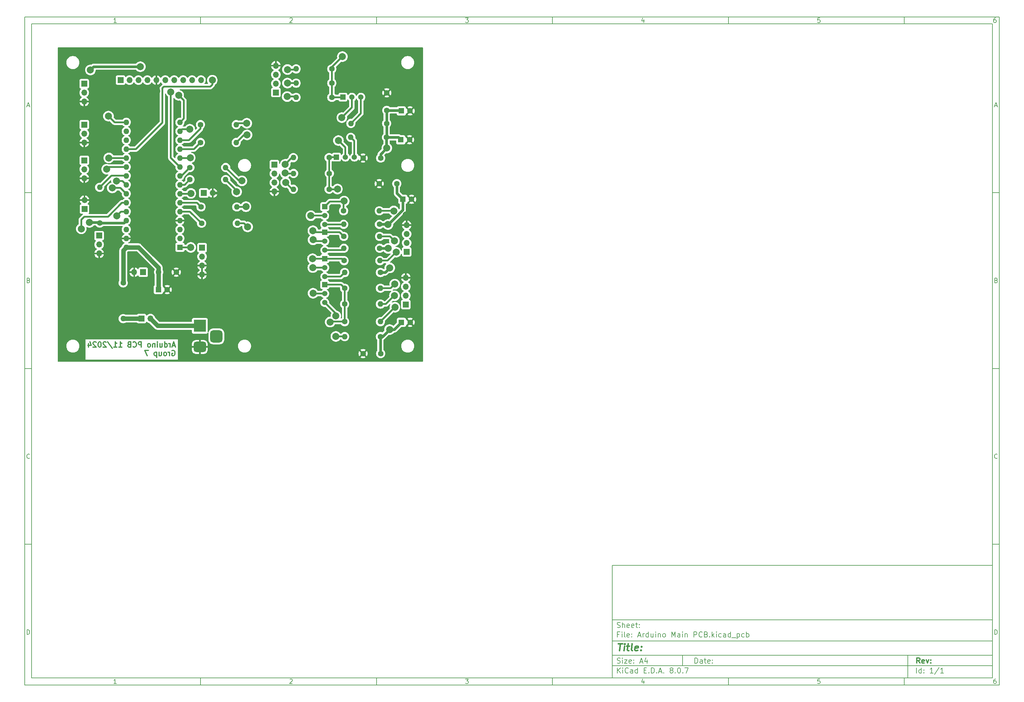
<source format=gbr>
%TF.GenerationSoftware,KiCad,Pcbnew,8.0.7*%
%TF.CreationDate,2025-01-10T14:26:24+01:00*%
%TF.ProjectId,Arduino Main PCB,41726475-696e-46f2-904d-61696e205043,rev?*%
%TF.SameCoordinates,Original*%
%TF.FileFunction,Copper,L2,Bot*%
%TF.FilePolarity,Positive*%
%FSLAX46Y46*%
G04 Gerber Fmt 4.6, Leading zero omitted, Abs format (unit mm)*
G04 Created by KiCad (PCBNEW 8.0.7) date 2025-01-10 14:26:24*
%MOMM*%
%LPD*%
G01*
G04 APERTURE LIST*
G04 Aperture macros list*
%AMRoundRect*
0 Rectangle with rounded corners*
0 $1 Rounding radius*
0 $2 $3 $4 $5 $6 $7 $8 $9 X,Y pos of 4 corners*
0 Add a 4 corners polygon primitive as box body*
4,1,4,$2,$3,$4,$5,$6,$7,$8,$9,$2,$3,0*
0 Add four circle primitives for the rounded corners*
1,1,$1+$1,$2,$3*
1,1,$1+$1,$4,$5*
1,1,$1+$1,$6,$7*
1,1,$1+$1,$8,$9*
0 Add four rect primitives between the rounded corners*
20,1,$1+$1,$2,$3,$4,$5,0*
20,1,$1+$1,$4,$5,$6,$7,0*
20,1,$1+$1,$6,$7,$8,$9,0*
20,1,$1+$1,$8,$9,$2,$3,0*%
G04 Aperture macros list end*
%ADD10C,0.100000*%
%ADD11C,0.150000*%
%ADD12C,0.300000*%
%ADD13C,0.400000*%
%TA.AperFunction,NonConductor*%
%ADD14C,0.300000*%
%TD*%
%TA.AperFunction,ComponentPad*%
%ADD15C,1.600000*%
%TD*%
%TA.AperFunction,ComponentPad*%
%ADD16O,1.600000X1.600000*%
%TD*%
%TA.AperFunction,ComponentPad*%
%ADD17R,3.500000X3.500000*%
%TD*%
%TA.AperFunction,ComponentPad*%
%ADD18RoundRect,0.750000X1.000000X-0.750000X1.000000X0.750000X-1.000000X0.750000X-1.000000X-0.750000X0*%
%TD*%
%TA.AperFunction,ComponentPad*%
%ADD19RoundRect,0.875000X0.875000X-0.875000X0.875000X0.875000X-0.875000X0.875000X-0.875000X-0.875000X0*%
%TD*%
%TA.AperFunction,ComponentPad*%
%ADD20R,1.500000X1.500000*%
%TD*%
%TA.AperFunction,ComponentPad*%
%ADD21C,1.500000*%
%TD*%
%TA.AperFunction,ComponentPad*%
%ADD22R,1.600000X1.600000*%
%TD*%
%TA.AperFunction,ComponentPad*%
%ADD23R,1.700000X1.700000*%
%TD*%
%TA.AperFunction,ComponentPad*%
%ADD24O,1.700000X1.700000*%
%TD*%
%TA.AperFunction,ViaPad*%
%ADD25C,2.000000*%
%TD*%
%TA.AperFunction,Conductor*%
%ADD26C,0.500000*%
%TD*%
%TA.AperFunction,Conductor*%
%ADD27C,0.750000*%
%TD*%
%TA.AperFunction,Conductor*%
%ADD28C,0.250000*%
%TD*%
%TA.AperFunction,Conductor*%
%ADD29C,1.250000*%
%TD*%
G04 APERTURE END LIST*
D10*
D11*
X177002200Y-166007200D02*
X285002200Y-166007200D01*
X285002200Y-198007200D01*
X177002200Y-198007200D01*
X177002200Y-166007200D01*
D10*
D11*
X10000000Y-10000000D02*
X287002200Y-10000000D01*
X287002200Y-200007200D01*
X10000000Y-200007200D01*
X10000000Y-10000000D01*
D10*
D11*
X12000000Y-12000000D02*
X285002200Y-12000000D01*
X285002200Y-198007200D01*
X12000000Y-198007200D01*
X12000000Y-12000000D01*
D10*
D11*
X60000000Y-12000000D02*
X60000000Y-10000000D01*
D10*
D11*
X110000000Y-12000000D02*
X110000000Y-10000000D01*
D10*
D11*
X160000000Y-12000000D02*
X160000000Y-10000000D01*
D10*
D11*
X210000000Y-12000000D02*
X210000000Y-10000000D01*
D10*
D11*
X260000000Y-12000000D02*
X260000000Y-10000000D01*
D10*
D11*
X36089160Y-11593604D02*
X35346303Y-11593604D01*
X35717731Y-11593604D02*
X35717731Y-10293604D01*
X35717731Y-10293604D02*
X35593922Y-10479319D01*
X35593922Y-10479319D02*
X35470112Y-10603128D01*
X35470112Y-10603128D02*
X35346303Y-10665033D01*
D10*
D11*
X85346303Y-10417414D02*
X85408207Y-10355509D01*
X85408207Y-10355509D02*
X85532017Y-10293604D01*
X85532017Y-10293604D02*
X85841541Y-10293604D01*
X85841541Y-10293604D02*
X85965350Y-10355509D01*
X85965350Y-10355509D02*
X86027255Y-10417414D01*
X86027255Y-10417414D02*
X86089160Y-10541223D01*
X86089160Y-10541223D02*
X86089160Y-10665033D01*
X86089160Y-10665033D02*
X86027255Y-10850747D01*
X86027255Y-10850747D02*
X85284398Y-11593604D01*
X85284398Y-11593604D02*
X86089160Y-11593604D01*
D10*
D11*
X135284398Y-10293604D02*
X136089160Y-10293604D01*
X136089160Y-10293604D02*
X135655826Y-10788842D01*
X135655826Y-10788842D02*
X135841541Y-10788842D01*
X135841541Y-10788842D02*
X135965350Y-10850747D01*
X135965350Y-10850747D02*
X136027255Y-10912652D01*
X136027255Y-10912652D02*
X136089160Y-11036461D01*
X136089160Y-11036461D02*
X136089160Y-11345985D01*
X136089160Y-11345985D02*
X136027255Y-11469795D01*
X136027255Y-11469795D02*
X135965350Y-11531700D01*
X135965350Y-11531700D02*
X135841541Y-11593604D01*
X135841541Y-11593604D02*
X135470112Y-11593604D01*
X135470112Y-11593604D02*
X135346303Y-11531700D01*
X135346303Y-11531700D02*
X135284398Y-11469795D01*
D10*
D11*
X185965350Y-10726938D02*
X185965350Y-11593604D01*
X185655826Y-10231700D02*
X185346303Y-11160271D01*
X185346303Y-11160271D02*
X186151064Y-11160271D01*
D10*
D11*
X236027255Y-10293604D02*
X235408207Y-10293604D01*
X235408207Y-10293604D02*
X235346303Y-10912652D01*
X235346303Y-10912652D02*
X235408207Y-10850747D01*
X235408207Y-10850747D02*
X235532017Y-10788842D01*
X235532017Y-10788842D02*
X235841541Y-10788842D01*
X235841541Y-10788842D02*
X235965350Y-10850747D01*
X235965350Y-10850747D02*
X236027255Y-10912652D01*
X236027255Y-10912652D02*
X236089160Y-11036461D01*
X236089160Y-11036461D02*
X236089160Y-11345985D01*
X236089160Y-11345985D02*
X236027255Y-11469795D01*
X236027255Y-11469795D02*
X235965350Y-11531700D01*
X235965350Y-11531700D02*
X235841541Y-11593604D01*
X235841541Y-11593604D02*
X235532017Y-11593604D01*
X235532017Y-11593604D02*
X235408207Y-11531700D01*
X235408207Y-11531700D02*
X235346303Y-11469795D01*
D10*
D11*
X285965350Y-10293604D02*
X285717731Y-10293604D01*
X285717731Y-10293604D02*
X285593922Y-10355509D01*
X285593922Y-10355509D02*
X285532017Y-10417414D01*
X285532017Y-10417414D02*
X285408207Y-10603128D01*
X285408207Y-10603128D02*
X285346303Y-10850747D01*
X285346303Y-10850747D02*
X285346303Y-11345985D01*
X285346303Y-11345985D02*
X285408207Y-11469795D01*
X285408207Y-11469795D02*
X285470112Y-11531700D01*
X285470112Y-11531700D02*
X285593922Y-11593604D01*
X285593922Y-11593604D02*
X285841541Y-11593604D01*
X285841541Y-11593604D02*
X285965350Y-11531700D01*
X285965350Y-11531700D02*
X286027255Y-11469795D01*
X286027255Y-11469795D02*
X286089160Y-11345985D01*
X286089160Y-11345985D02*
X286089160Y-11036461D01*
X286089160Y-11036461D02*
X286027255Y-10912652D01*
X286027255Y-10912652D02*
X285965350Y-10850747D01*
X285965350Y-10850747D02*
X285841541Y-10788842D01*
X285841541Y-10788842D02*
X285593922Y-10788842D01*
X285593922Y-10788842D02*
X285470112Y-10850747D01*
X285470112Y-10850747D02*
X285408207Y-10912652D01*
X285408207Y-10912652D02*
X285346303Y-11036461D01*
D10*
D11*
X60000000Y-198007200D02*
X60000000Y-200007200D01*
D10*
D11*
X110000000Y-198007200D02*
X110000000Y-200007200D01*
D10*
D11*
X160000000Y-198007200D02*
X160000000Y-200007200D01*
D10*
D11*
X210000000Y-198007200D02*
X210000000Y-200007200D01*
D10*
D11*
X260000000Y-198007200D02*
X260000000Y-200007200D01*
D10*
D11*
X36089160Y-199600804D02*
X35346303Y-199600804D01*
X35717731Y-199600804D02*
X35717731Y-198300804D01*
X35717731Y-198300804D02*
X35593922Y-198486519D01*
X35593922Y-198486519D02*
X35470112Y-198610328D01*
X35470112Y-198610328D02*
X35346303Y-198672233D01*
D10*
D11*
X85346303Y-198424614D02*
X85408207Y-198362709D01*
X85408207Y-198362709D02*
X85532017Y-198300804D01*
X85532017Y-198300804D02*
X85841541Y-198300804D01*
X85841541Y-198300804D02*
X85965350Y-198362709D01*
X85965350Y-198362709D02*
X86027255Y-198424614D01*
X86027255Y-198424614D02*
X86089160Y-198548423D01*
X86089160Y-198548423D02*
X86089160Y-198672233D01*
X86089160Y-198672233D02*
X86027255Y-198857947D01*
X86027255Y-198857947D02*
X85284398Y-199600804D01*
X85284398Y-199600804D02*
X86089160Y-199600804D01*
D10*
D11*
X135284398Y-198300804D02*
X136089160Y-198300804D01*
X136089160Y-198300804D02*
X135655826Y-198796042D01*
X135655826Y-198796042D02*
X135841541Y-198796042D01*
X135841541Y-198796042D02*
X135965350Y-198857947D01*
X135965350Y-198857947D02*
X136027255Y-198919852D01*
X136027255Y-198919852D02*
X136089160Y-199043661D01*
X136089160Y-199043661D02*
X136089160Y-199353185D01*
X136089160Y-199353185D02*
X136027255Y-199476995D01*
X136027255Y-199476995D02*
X135965350Y-199538900D01*
X135965350Y-199538900D02*
X135841541Y-199600804D01*
X135841541Y-199600804D02*
X135470112Y-199600804D01*
X135470112Y-199600804D02*
X135346303Y-199538900D01*
X135346303Y-199538900D02*
X135284398Y-199476995D01*
D10*
D11*
X185965350Y-198734138D02*
X185965350Y-199600804D01*
X185655826Y-198238900D02*
X185346303Y-199167471D01*
X185346303Y-199167471D02*
X186151064Y-199167471D01*
D10*
D11*
X236027255Y-198300804D02*
X235408207Y-198300804D01*
X235408207Y-198300804D02*
X235346303Y-198919852D01*
X235346303Y-198919852D02*
X235408207Y-198857947D01*
X235408207Y-198857947D02*
X235532017Y-198796042D01*
X235532017Y-198796042D02*
X235841541Y-198796042D01*
X235841541Y-198796042D02*
X235965350Y-198857947D01*
X235965350Y-198857947D02*
X236027255Y-198919852D01*
X236027255Y-198919852D02*
X236089160Y-199043661D01*
X236089160Y-199043661D02*
X236089160Y-199353185D01*
X236089160Y-199353185D02*
X236027255Y-199476995D01*
X236027255Y-199476995D02*
X235965350Y-199538900D01*
X235965350Y-199538900D02*
X235841541Y-199600804D01*
X235841541Y-199600804D02*
X235532017Y-199600804D01*
X235532017Y-199600804D02*
X235408207Y-199538900D01*
X235408207Y-199538900D02*
X235346303Y-199476995D01*
D10*
D11*
X285965350Y-198300804D02*
X285717731Y-198300804D01*
X285717731Y-198300804D02*
X285593922Y-198362709D01*
X285593922Y-198362709D02*
X285532017Y-198424614D01*
X285532017Y-198424614D02*
X285408207Y-198610328D01*
X285408207Y-198610328D02*
X285346303Y-198857947D01*
X285346303Y-198857947D02*
X285346303Y-199353185D01*
X285346303Y-199353185D02*
X285408207Y-199476995D01*
X285408207Y-199476995D02*
X285470112Y-199538900D01*
X285470112Y-199538900D02*
X285593922Y-199600804D01*
X285593922Y-199600804D02*
X285841541Y-199600804D01*
X285841541Y-199600804D02*
X285965350Y-199538900D01*
X285965350Y-199538900D02*
X286027255Y-199476995D01*
X286027255Y-199476995D02*
X286089160Y-199353185D01*
X286089160Y-199353185D02*
X286089160Y-199043661D01*
X286089160Y-199043661D02*
X286027255Y-198919852D01*
X286027255Y-198919852D02*
X285965350Y-198857947D01*
X285965350Y-198857947D02*
X285841541Y-198796042D01*
X285841541Y-198796042D02*
X285593922Y-198796042D01*
X285593922Y-198796042D02*
X285470112Y-198857947D01*
X285470112Y-198857947D02*
X285408207Y-198919852D01*
X285408207Y-198919852D02*
X285346303Y-199043661D01*
D10*
D11*
X10000000Y-60000000D02*
X12000000Y-60000000D01*
D10*
D11*
X10000000Y-110000000D02*
X12000000Y-110000000D01*
D10*
D11*
X10000000Y-160000000D02*
X12000000Y-160000000D01*
D10*
D11*
X10690476Y-35222176D02*
X11309523Y-35222176D01*
X10566666Y-35593604D02*
X10999999Y-34293604D01*
X10999999Y-34293604D02*
X11433333Y-35593604D01*
D10*
D11*
X11092857Y-84912652D02*
X11278571Y-84974557D01*
X11278571Y-84974557D02*
X11340476Y-85036461D01*
X11340476Y-85036461D02*
X11402380Y-85160271D01*
X11402380Y-85160271D02*
X11402380Y-85345985D01*
X11402380Y-85345985D02*
X11340476Y-85469795D01*
X11340476Y-85469795D02*
X11278571Y-85531700D01*
X11278571Y-85531700D02*
X11154761Y-85593604D01*
X11154761Y-85593604D02*
X10659523Y-85593604D01*
X10659523Y-85593604D02*
X10659523Y-84293604D01*
X10659523Y-84293604D02*
X11092857Y-84293604D01*
X11092857Y-84293604D02*
X11216666Y-84355509D01*
X11216666Y-84355509D02*
X11278571Y-84417414D01*
X11278571Y-84417414D02*
X11340476Y-84541223D01*
X11340476Y-84541223D02*
X11340476Y-84665033D01*
X11340476Y-84665033D02*
X11278571Y-84788842D01*
X11278571Y-84788842D02*
X11216666Y-84850747D01*
X11216666Y-84850747D02*
X11092857Y-84912652D01*
X11092857Y-84912652D02*
X10659523Y-84912652D01*
D10*
D11*
X11402380Y-135469795D02*
X11340476Y-135531700D01*
X11340476Y-135531700D02*
X11154761Y-135593604D01*
X11154761Y-135593604D02*
X11030952Y-135593604D01*
X11030952Y-135593604D02*
X10845238Y-135531700D01*
X10845238Y-135531700D02*
X10721428Y-135407890D01*
X10721428Y-135407890D02*
X10659523Y-135284080D01*
X10659523Y-135284080D02*
X10597619Y-135036461D01*
X10597619Y-135036461D02*
X10597619Y-134850747D01*
X10597619Y-134850747D02*
X10659523Y-134603128D01*
X10659523Y-134603128D02*
X10721428Y-134479319D01*
X10721428Y-134479319D02*
X10845238Y-134355509D01*
X10845238Y-134355509D02*
X11030952Y-134293604D01*
X11030952Y-134293604D02*
X11154761Y-134293604D01*
X11154761Y-134293604D02*
X11340476Y-134355509D01*
X11340476Y-134355509D02*
X11402380Y-134417414D01*
D10*
D11*
X10659523Y-185593604D02*
X10659523Y-184293604D01*
X10659523Y-184293604D02*
X10969047Y-184293604D01*
X10969047Y-184293604D02*
X11154761Y-184355509D01*
X11154761Y-184355509D02*
X11278571Y-184479319D01*
X11278571Y-184479319D02*
X11340476Y-184603128D01*
X11340476Y-184603128D02*
X11402380Y-184850747D01*
X11402380Y-184850747D02*
X11402380Y-185036461D01*
X11402380Y-185036461D02*
X11340476Y-185284080D01*
X11340476Y-185284080D02*
X11278571Y-185407890D01*
X11278571Y-185407890D02*
X11154761Y-185531700D01*
X11154761Y-185531700D02*
X10969047Y-185593604D01*
X10969047Y-185593604D02*
X10659523Y-185593604D01*
D10*
D11*
X287002200Y-60000000D02*
X285002200Y-60000000D01*
D10*
D11*
X287002200Y-110000000D02*
X285002200Y-110000000D01*
D10*
D11*
X287002200Y-160000000D02*
X285002200Y-160000000D01*
D10*
D11*
X285692676Y-35222176D02*
X286311723Y-35222176D01*
X285568866Y-35593604D02*
X286002199Y-34293604D01*
X286002199Y-34293604D02*
X286435533Y-35593604D01*
D10*
D11*
X286095057Y-84912652D02*
X286280771Y-84974557D01*
X286280771Y-84974557D02*
X286342676Y-85036461D01*
X286342676Y-85036461D02*
X286404580Y-85160271D01*
X286404580Y-85160271D02*
X286404580Y-85345985D01*
X286404580Y-85345985D02*
X286342676Y-85469795D01*
X286342676Y-85469795D02*
X286280771Y-85531700D01*
X286280771Y-85531700D02*
X286156961Y-85593604D01*
X286156961Y-85593604D02*
X285661723Y-85593604D01*
X285661723Y-85593604D02*
X285661723Y-84293604D01*
X285661723Y-84293604D02*
X286095057Y-84293604D01*
X286095057Y-84293604D02*
X286218866Y-84355509D01*
X286218866Y-84355509D02*
X286280771Y-84417414D01*
X286280771Y-84417414D02*
X286342676Y-84541223D01*
X286342676Y-84541223D02*
X286342676Y-84665033D01*
X286342676Y-84665033D02*
X286280771Y-84788842D01*
X286280771Y-84788842D02*
X286218866Y-84850747D01*
X286218866Y-84850747D02*
X286095057Y-84912652D01*
X286095057Y-84912652D02*
X285661723Y-84912652D01*
D10*
D11*
X286404580Y-135469795D02*
X286342676Y-135531700D01*
X286342676Y-135531700D02*
X286156961Y-135593604D01*
X286156961Y-135593604D02*
X286033152Y-135593604D01*
X286033152Y-135593604D02*
X285847438Y-135531700D01*
X285847438Y-135531700D02*
X285723628Y-135407890D01*
X285723628Y-135407890D02*
X285661723Y-135284080D01*
X285661723Y-135284080D02*
X285599819Y-135036461D01*
X285599819Y-135036461D02*
X285599819Y-134850747D01*
X285599819Y-134850747D02*
X285661723Y-134603128D01*
X285661723Y-134603128D02*
X285723628Y-134479319D01*
X285723628Y-134479319D02*
X285847438Y-134355509D01*
X285847438Y-134355509D02*
X286033152Y-134293604D01*
X286033152Y-134293604D02*
X286156961Y-134293604D01*
X286156961Y-134293604D02*
X286342676Y-134355509D01*
X286342676Y-134355509D02*
X286404580Y-134417414D01*
D10*
D11*
X285661723Y-185593604D02*
X285661723Y-184293604D01*
X285661723Y-184293604D02*
X285971247Y-184293604D01*
X285971247Y-184293604D02*
X286156961Y-184355509D01*
X286156961Y-184355509D02*
X286280771Y-184479319D01*
X286280771Y-184479319D02*
X286342676Y-184603128D01*
X286342676Y-184603128D02*
X286404580Y-184850747D01*
X286404580Y-184850747D02*
X286404580Y-185036461D01*
X286404580Y-185036461D02*
X286342676Y-185284080D01*
X286342676Y-185284080D02*
X286280771Y-185407890D01*
X286280771Y-185407890D02*
X286156961Y-185531700D01*
X286156961Y-185531700D02*
X285971247Y-185593604D01*
X285971247Y-185593604D02*
X285661723Y-185593604D01*
D10*
D11*
X200458026Y-193793328D02*
X200458026Y-192293328D01*
X200458026Y-192293328D02*
X200815169Y-192293328D01*
X200815169Y-192293328D02*
X201029455Y-192364757D01*
X201029455Y-192364757D02*
X201172312Y-192507614D01*
X201172312Y-192507614D02*
X201243741Y-192650471D01*
X201243741Y-192650471D02*
X201315169Y-192936185D01*
X201315169Y-192936185D02*
X201315169Y-193150471D01*
X201315169Y-193150471D02*
X201243741Y-193436185D01*
X201243741Y-193436185D02*
X201172312Y-193579042D01*
X201172312Y-193579042D02*
X201029455Y-193721900D01*
X201029455Y-193721900D02*
X200815169Y-193793328D01*
X200815169Y-193793328D02*
X200458026Y-193793328D01*
X202600884Y-193793328D02*
X202600884Y-193007614D01*
X202600884Y-193007614D02*
X202529455Y-192864757D01*
X202529455Y-192864757D02*
X202386598Y-192793328D01*
X202386598Y-192793328D02*
X202100884Y-192793328D01*
X202100884Y-192793328D02*
X201958026Y-192864757D01*
X202600884Y-193721900D02*
X202458026Y-193793328D01*
X202458026Y-193793328D02*
X202100884Y-193793328D01*
X202100884Y-193793328D02*
X201958026Y-193721900D01*
X201958026Y-193721900D02*
X201886598Y-193579042D01*
X201886598Y-193579042D02*
X201886598Y-193436185D01*
X201886598Y-193436185D02*
X201958026Y-193293328D01*
X201958026Y-193293328D02*
X202100884Y-193221900D01*
X202100884Y-193221900D02*
X202458026Y-193221900D01*
X202458026Y-193221900D02*
X202600884Y-193150471D01*
X203100884Y-192793328D02*
X203672312Y-192793328D01*
X203315169Y-192293328D02*
X203315169Y-193579042D01*
X203315169Y-193579042D02*
X203386598Y-193721900D01*
X203386598Y-193721900D02*
X203529455Y-193793328D01*
X203529455Y-193793328D02*
X203672312Y-193793328D01*
X204743741Y-193721900D02*
X204600884Y-193793328D01*
X204600884Y-193793328D02*
X204315170Y-193793328D01*
X204315170Y-193793328D02*
X204172312Y-193721900D01*
X204172312Y-193721900D02*
X204100884Y-193579042D01*
X204100884Y-193579042D02*
X204100884Y-193007614D01*
X204100884Y-193007614D02*
X204172312Y-192864757D01*
X204172312Y-192864757D02*
X204315170Y-192793328D01*
X204315170Y-192793328D02*
X204600884Y-192793328D01*
X204600884Y-192793328D02*
X204743741Y-192864757D01*
X204743741Y-192864757D02*
X204815170Y-193007614D01*
X204815170Y-193007614D02*
X204815170Y-193150471D01*
X204815170Y-193150471D02*
X204100884Y-193293328D01*
X205458026Y-193650471D02*
X205529455Y-193721900D01*
X205529455Y-193721900D02*
X205458026Y-193793328D01*
X205458026Y-193793328D02*
X205386598Y-193721900D01*
X205386598Y-193721900D02*
X205458026Y-193650471D01*
X205458026Y-193650471D02*
X205458026Y-193793328D01*
X205458026Y-192864757D02*
X205529455Y-192936185D01*
X205529455Y-192936185D02*
X205458026Y-193007614D01*
X205458026Y-193007614D02*
X205386598Y-192936185D01*
X205386598Y-192936185D02*
X205458026Y-192864757D01*
X205458026Y-192864757D02*
X205458026Y-193007614D01*
D10*
D11*
X177002200Y-194507200D02*
X285002200Y-194507200D01*
D10*
D11*
X178458026Y-196593328D02*
X178458026Y-195093328D01*
X179315169Y-196593328D02*
X178672312Y-195736185D01*
X179315169Y-195093328D02*
X178458026Y-195950471D01*
X179958026Y-196593328D02*
X179958026Y-195593328D01*
X179958026Y-195093328D02*
X179886598Y-195164757D01*
X179886598Y-195164757D02*
X179958026Y-195236185D01*
X179958026Y-195236185D02*
X180029455Y-195164757D01*
X180029455Y-195164757D02*
X179958026Y-195093328D01*
X179958026Y-195093328D02*
X179958026Y-195236185D01*
X181529455Y-196450471D02*
X181458027Y-196521900D01*
X181458027Y-196521900D02*
X181243741Y-196593328D01*
X181243741Y-196593328D02*
X181100884Y-196593328D01*
X181100884Y-196593328D02*
X180886598Y-196521900D01*
X180886598Y-196521900D02*
X180743741Y-196379042D01*
X180743741Y-196379042D02*
X180672312Y-196236185D01*
X180672312Y-196236185D02*
X180600884Y-195950471D01*
X180600884Y-195950471D02*
X180600884Y-195736185D01*
X180600884Y-195736185D02*
X180672312Y-195450471D01*
X180672312Y-195450471D02*
X180743741Y-195307614D01*
X180743741Y-195307614D02*
X180886598Y-195164757D01*
X180886598Y-195164757D02*
X181100884Y-195093328D01*
X181100884Y-195093328D02*
X181243741Y-195093328D01*
X181243741Y-195093328D02*
X181458027Y-195164757D01*
X181458027Y-195164757D02*
X181529455Y-195236185D01*
X182815170Y-196593328D02*
X182815170Y-195807614D01*
X182815170Y-195807614D02*
X182743741Y-195664757D01*
X182743741Y-195664757D02*
X182600884Y-195593328D01*
X182600884Y-195593328D02*
X182315170Y-195593328D01*
X182315170Y-195593328D02*
X182172312Y-195664757D01*
X182815170Y-196521900D02*
X182672312Y-196593328D01*
X182672312Y-196593328D02*
X182315170Y-196593328D01*
X182315170Y-196593328D02*
X182172312Y-196521900D01*
X182172312Y-196521900D02*
X182100884Y-196379042D01*
X182100884Y-196379042D02*
X182100884Y-196236185D01*
X182100884Y-196236185D02*
X182172312Y-196093328D01*
X182172312Y-196093328D02*
X182315170Y-196021900D01*
X182315170Y-196021900D02*
X182672312Y-196021900D01*
X182672312Y-196021900D02*
X182815170Y-195950471D01*
X184172313Y-196593328D02*
X184172313Y-195093328D01*
X184172313Y-196521900D02*
X184029455Y-196593328D01*
X184029455Y-196593328D02*
X183743741Y-196593328D01*
X183743741Y-196593328D02*
X183600884Y-196521900D01*
X183600884Y-196521900D02*
X183529455Y-196450471D01*
X183529455Y-196450471D02*
X183458027Y-196307614D01*
X183458027Y-196307614D02*
X183458027Y-195879042D01*
X183458027Y-195879042D02*
X183529455Y-195736185D01*
X183529455Y-195736185D02*
X183600884Y-195664757D01*
X183600884Y-195664757D02*
X183743741Y-195593328D01*
X183743741Y-195593328D02*
X184029455Y-195593328D01*
X184029455Y-195593328D02*
X184172313Y-195664757D01*
X186029455Y-195807614D02*
X186529455Y-195807614D01*
X186743741Y-196593328D02*
X186029455Y-196593328D01*
X186029455Y-196593328D02*
X186029455Y-195093328D01*
X186029455Y-195093328D02*
X186743741Y-195093328D01*
X187386598Y-196450471D02*
X187458027Y-196521900D01*
X187458027Y-196521900D02*
X187386598Y-196593328D01*
X187386598Y-196593328D02*
X187315170Y-196521900D01*
X187315170Y-196521900D02*
X187386598Y-196450471D01*
X187386598Y-196450471D02*
X187386598Y-196593328D01*
X188100884Y-196593328D02*
X188100884Y-195093328D01*
X188100884Y-195093328D02*
X188458027Y-195093328D01*
X188458027Y-195093328D02*
X188672313Y-195164757D01*
X188672313Y-195164757D02*
X188815170Y-195307614D01*
X188815170Y-195307614D02*
X188886599Y-195450471D01*
X188886599Y-195450471D02*
X188958027Y-195736185D01*
X188958027Y-195736185D02*
X188958027Y-195950471D01*
X188958027Y-195950471D02*
X188886599Y-196236185D01*
X188886599Y-196236185D02*
X188815170Y-196379042D01*
X188815170Y-196379042D02*
X188672313Y-196521900D01*
X188672313Y-196521900D02*
X188458027Y-196593328D01*
X188458027Y-196593328D02*
X188100884Y-196593328D01*
X189600884Y-196450471D02*
X189672313Y-196521900D01*
X189672313Y-196521900D02*
X189600884Y-196593328D01*
X189600884Y-196593328D02*
X189529456Y-196521900D01*
X189529456Y-196521900D02*
X189600884Y-196450471D01*
X189600884Y-196450471D02*
X189600884Y-196593328D01*
X190243742Y-196164757D02*
X190958028Y-196164757D01*
X190100885Y-196593328D02*
X190600885Y-195093328D01*
X190600885Y-195093328D02*
X191100885Y-196593328D01*
X191600884Y-196450471D02*
X191672313Y-196521900D01*
X191672313Y-196521900D02*
X191600884Y-196593328D01*
X191600884Y-196593328D02*
X191529456Y-196521900D01*
X191529456Y-196521900D02*
X191600884Y-196450471D01*
X191600884Y-196450471D02*
X191600884Y-196593328D01*
X193672313Y-195736185D02*
X193529456Y-195664757D01*
X193529456Y-195664757D02*
X193458027Y-195593328D01*
X193458027Y-195593328D02*
X193386599Y-195450471D01*
X193386599Y-195450471D02*
X193386599Y-195379042D01*
X193386599Y-195379042D02*
X193458027Y-195236185D01*
X193458027Y-195236185D02*
X193529456Y-195164757D01*
X193529456Y-195164757D02*
X193672313Y-195093328D01*
X193672313Y-195093328D02*
X193958027Y-195093328D01*
X193958027Y-195093328D02*
X194100885Y-195164757D01*
X194100885Y-195164757D02*
X194172313Y-195236185D01*
X194172313Y-195236185D02*
X194243742Y-195379042D01*
X194243742Y-195379042D02*
X194243742Y-195450471D01*
X194243742Y-195450471D02*
X194172313Y-195593328D01*
X194172313Y-195593328D02*
X194100885Y-195664757D01*
X194100885Y-195664757D02*
X193958027Y-195736185D01*
X193958027Y-195736185D02*
X193672313Y-195736185D01*
X193672313Y-195736185D02*
X193529456Y-195807614D01*
X193529456Y-195807614D02*
X193458027Y-195879042D01*
X193458027Y-195879042D02*
X193386599Y-196021900D01*
X193386599Y-196021900D02*
X193386599Y-196307614D01*
X193386599Y-196307614D02*
X193458027Y-196450471D01*
X193458027Y-196450471D02*
X193529456Y-196521900D01*
X193529456Y-196521900D02*
X193672313Y-196593328D01*
X193672313Y-196593328D02*
X193958027Y-196593328D01*
X193958027Y-196593328D02*
X194100885Y-196521900D01*
X194100885Y-196521900D02*
X194172313Y-196450471D01*
X194172313Y-196450471D02*
X194243742Y-196307614D01*
X194243742Y-196307614D02*
X194243742Y-196021900D01*
X194243742Y-196021900D02*
X194172313Y-195879042D01*
X194172313Y-195879042D02*
X194100885Y-195807614D01*
X194100885Y-195807614D02*
X193958027Y-195736185D01*
X194886598Y-196450471D02*
X194958027Y-196521900D01*
X194958027Y-196521900D02*
X194886598Y-196593328D01*
X194886598Y-196593328D02*
X194815170Y-196521900D01*
X194815170Y-196521900D02*
X194886598Y-196450471D01*
X194886598Y-196450471D02*
X194886598Y-196593328D01*
X195886599Y-195093328D02*
X196029456Y-195093328D01*
X196029456Y-195093328D02*
X196172313Y-195164757D01*
X196172313Y-195164757D02*
X196243742Y-195236185D01*
X196243742Y-195236185D02*
X196315170Y-195379042D01*
X196315170Y-195379042D02*
X196386599Y-195664757D01*
X196386599Y-195664757D02*
X196386599Y-196021900D01*
X196386599Y-196021900D02*
X196315170Y-196307614D01*
X196315170Y-196307614D02*
X196243742Y-196450471D01*
X196243742Y-196450471D02*
X196172313Y-196521900D01*
X196172313Y-196521900D02*
X196029456Y-196593328D01*
X196029456Y-196593328D02*
X195886599Y-196593328D01*
X195886599Y-196593328D02*
X195743742Y-196521900D01*
X195743742Y-196521900D02*
X195672313Y-196450471D01*
X195672313Y-196450471D02*
X195600884Y-196307614D01*
X195600884Y-196307614D02*
X195529456Y-196021900D01*
X195529456Y-196021900D02*
X195529456Y-195664757D01*
X195529456Y-195664757D02*
X195600884Y-195379042D01*
X195600884Y-195379042D02*
X195672313Y-195236185D01*
X195672313Y-195236185D02*
X195743742Y-195164757D01*
X195743742Y-195164757D02*
X195886599Y-195093328D01*
X197029455Y-196450471D02*
X197100884Y-196521900D01*
X197100884Y-196521900D02*
X197029455Y-196593328D01*
X197029455Y-196593328D02*
X196958027Y-196521900D01*
X196958027Y-196521900D02*
X197029455Y-196450471D01*
X197029455Y-196450471D02*
X197029455Y-196593328D01*
X197600884Y-195093328D02*
X198600884Y-195093328D01*
X198600884Y-195093328D02*
X197958027Y-196593328D01*
D10*
D11*
X177002200Y-191507200D02*
X285002200Y-191507200D01*
D10*
D12*
X264413853Y-193785528D02*
X263913853Y-193071242D01*
X263556710Y-193785528D02*
X263556710Y-192285528D01*
X263556710Y-192285528D02*
X264128139Y-192285528D01*
X264128139Y-192285528D02*
X264270996Y-192356957D01*
X264270996Y-192356957D02*
X264342425Y-192428385D01*
X264342425Y-192428385D02*
X264413853Y-192571242D01*
X264413853Y-192571242D02*
X264413853Y-192785528D01*
X264413853Y-192785528D02*
X264342425Y-192928385D01*
X264342425Y-192928385D02*
X264270996Y-192999814D01*
X264270996Y-192999814D02*
X264128139Y-193071242D01*
X264128139Y-193071242D02*
X263556710Y-193071242D01*
X265628139Y-193714100D02*
X265485282Y-193785528D01*
X265485282Y-193785528D02*
X265199568Y-193785528D01*
X265199568Y-193785528D02*
X265056710Y-193714100D01*
X265056710Y-193714100D02*
X264985282Y-193571242D01*
X264985282Y-193571242D02*
X264985282Y-192999814D01*
X264985282Y-192999814D02*
X265056710Y-192856957D01*
X265056710Y-192856957D02*
X265199568Y-192785528D01*
X265199568Y-192785528D02*
X265485282Y-192785528D01*
X265485282Y-192785528D02*
X265628139Y-192856957D01*
X265628139Y-192856957D02*
X265699568Y-192999814D01*
X265699568Y-192999814D02*
X265699568Y-193142671D01*
X265699568Y-193142671D02*
X264985282Y-193285528D01*
X266199567Y-192785528D02*
X266556710Y-193785528D01*
X266556710Y-193785528D02*
X266913853Y-192785528D01*
X267485281Y-193642671D02*
X267556710Y-193714100D01*
X267556710Y-193714100D02*
X267485281Y-193785528D01*
X267485281Y-193785528D02*
X267413853Y-193714100D01*
X267413853Y-193714100D02*
X267485281Y-193642671D01*
X267485281Y-193642671D02*
X267485281Y-193785528D01*
X267485281Y-192856957D02*
X267556710Y-192928385D01*
X267556710Y-192928385D02*
X267485281Y-192999814D01*
X267485281Y-192999814D02*
X267413853Y-192928385D01*
X267413853Y-192928385D02*
X267485281Y-192856957D01*
X267485281Y-192856957D02*
X267485281Y-192999814D01*
D10*
D11*
X178386598Y-193721900D02*
X178600884Y-193793328D01*
X178600884Y-193793328D02*
X178958026Y-193793328D01*
X178958026Y-193793328D02*
X179100884Y-193721900D01*
X179100884Y-193721900D02*
X179172312Y-193650471D01*
X179172312Y-193650471D02*
X179243741Y-193507614D01*
X179243741Y-193507614D02*
X179243741Y-193364757D01*
X179243741Y-193364757D02*
X179172312Y-193221900D01*
X179172312Y-193221900D02*
X179100884Y-193150471D01*
X179100884Y-193150471D02*
X178958026Y-193079042D01*
X178958026Y-193079042D02*
X178672312Y-193007614D01*
X178672312Y-193007614D02*
X178529455Y-192936185D01*
X178529455Y-192936185D02*
X178458026Y-192864757D01*
X178458026Y-192864757D02*
X178386598Y-192721900D01*
X178386598Y-192721900D02*
X178386598Y-192579042D01*
X178386598Y-192579042D02*
X178458026Y-192436185D01*
X178458026Y-192436185D02*
X178529455Y-192364757D01*
X178529455Y-192364757D02*
X178672312Y-192293328D01*
X178672312Y-192293328D02*
X179029455Y-192293328D01*
X179029455Y-192293328D02*
X179243741Y-192364757D01*
X179886597Y-193793328D02*
X179886597Y-192793328D01*
X179886597Y-192293328D02*
X179815169Y-192364757D01*
X179815169Y-192364757D02*
X179886597Y-192436185D01*
X179886597Y-192436185D02*
X179958026Y-192364757D01*
X179958026Y-192364757D02*
X179886597Y-192293328D01*
X179886597Y-192293328D02*
X179886597Y-192436185D01*
X180458026Y-192793328D02*
X181243741Y-192793328D01*
X181243741Y-192793328D02*
X180458026Y-193793328D01*
X180458026Y-193793328D02*
X181243741Y-193793328D01*
X182386598Y-193721900D02*
X182243741Y-193793328D01*
X182243741Y-193793328D02*
X181958027Y-193793328D01*
X181958027Y-193793328D02*
X181815169Y-193721900D01*
X181815169Y-193721900D02*
X181743741Y-193579042D01*
X181743741Y-193579042D02*
X181743741Y-193007614D01*
X181743741Y-193007614D02*
X181815169Y-192864757D01*
X181815169Y-192864757D02*
X181958027Y-192793328D01*
X181958027Y-192793328D02*
X182243741Y-192793328D01*
X182243741Y-192793328D02*
X182386598Y-192864757D01*
X182386598Y-192864757D02*
X182458027Y-193007614D01*
X182458027Y-193007614D02*
X182458027Y-193150471D01*
X182458027Y-193150471D02*
X181743741Y-193293328D01*
X183100883Y-193650471D02*
X183172312Y-193721900D01*
X183172312Y-193721900D02*
X183100883Y-193793328D01*
X183100883Y-193793328D02*
X183029455Y-193721900D01*
X183029455Y-193721900D02*
X183100883Y-193650471D01*
X183100883Y-193650471D02*
X183100883Y-193793328D01*
X183100883Y-192864757D02*
X183172312Y-192936185D01*
X183172312Y-192936185D02*
X183100883Y-193007614D01*
X183100883Y-193007614D02*
X183029455Y-192936185D01*
X183029455Y-192936185D02*
X183100883Y-192864757D01*
X183100883Y-192864757D02*
X183100883Y-193007614D01*
X184886598Y-193364757D02*
X185600884Y-193364757D01*
X184743741Y-193793328D02*
X185243741Y-192293328D01*
X185243741Y-192293328D02*
X185743741Y-193793328D01*
X186886598Y-192793328D02*
X186886598Y-193793328D01*
X186529455Y-192221900D02*
X186172312Y-193293328D01*
X186172312Y-193293328D02*
X187100883Y-193293328D01*
D10*
D11*
X263458026Y-196593328D02*
X263458026Y-195093328D01*
X264815170Y-196593328D02*
X264815170Y-195093328D01*
X264815170Y-196521900D02*
X264672312Y-196593328D01*
X264672312Y-196593328D02*
X264386598Y-196593328D01*
X264386598Y-196593328D02*
X264243741Y-196521900D01*
X264243741Y-196521900D02*
X264172312Y-196450471D01*
X264172312Y-196450471D02*
X264100884Y-196307614D01*
X264100884Y-196307614D02*
X264100884Y-195879042D01*
X264100884Y-195879042D02*
X264172312Y-195736185D01*
X264172312Y-195736185D02*
X264243741Y-195664757D01*
X264243741Y-195664757D02*
X264386598Y-195593328D01*
X264386598Y-195593328D02*
X264672312Y-195593328D01*
X264672312Y-195593328D02*
X264815170Y-195664757D01*
X265529455Y-196450471D02*
X265600884Y-196521900D01*
X265600884Y-196521900D02*
X265529455Y-196593328D01*
X265529455Y-196593328D02*
X265458027Y-196521900D01*
X265458027Y-196521900D02*
X265529455Y-196450471D01*
X265529455Y-196450471D02*
X265529455Y-196593328D01*
X265529455Y-195664757D02*
X265600884Y-195736185D01*
X265600884Y-195736185D02*
X265529455Y-195807614D01*
X265529455Y-195807614D02*
X265458027Y-195736185D01*
X265458027Y-195736185D02*
X265529455Y-195664757D01*
X265529455Y-195664757D02*
X265529455Y-195807614D01*
X268172313Y-196593328D02*
X267315170Y-196593328D01*
X267743741Y-196593328D02*
X267743741Y-195093328D01*
X267743741Y-195093328D02*
X267600884Y-195307614D01*
X267600884Y-195307614D02*
X267458027Y-195450471D01*
X267458027Y-195450471D02*
X267315170Y-195521900D01*
X269886598Y-195021900D02*
X268600884Y-196950471D01*
X271172313Y-196593328D02*
X270315170Y-196593328D01*
X270743741Y-196593328D02*
X270743741Y-195093328D01*
X270743741Y-195093328D02*
X270600884Y-195307614D01*
X270600884Y-195307614D02*
X270458027Y-195450471D01*
X270458027Y-195450471D02*
X270315170Y-195521900D01*
D10*
D11*
X177002200Y-187507200D02*
X285002200Y-187507200D01*
D10*
D13*
X178693928Y-188211638D02*
X179836785Y-188211638D01*
X179015357Y-190211638D02*
X179265357Y-188211638D01*
X180253452Y-190211638D02*
X180420119Y-188878304D01*
X180503452Y-188211638D02*
X180396309Y-188306876D01*
X180396309Y-188306876D02*
X180479643Y-188402114D01*
X180479643Y-188402114D02*
X180586786Y-188306876D01*
X180586786Y-188306876D02*
X180503452Y-188211638D01*
X180503452Y-188211638D02*
X180479643Y-188402114D01*
X181086786Y-188878304D02*
X181848690Y-188878304D01*
X181455833Y-188211638D02*
X181241548Y-189925923D01*
X181241548Y-189925923D02*
X181312976Y-190116400D01*
X181312976Y-190116400D02*
X181491548Y-190211638D01*
X181491548Y-190211638D02*
X181682024Y-190211638D01*
X182634405Y-190211638D02*
X182455833Y-190116400D01*
X182455833Y-190116400D02*
X182384405Y-189925923D01*
X182384405Y-189925923D02*
X182598690Y-188211638D01*
X184170119Y-190116400D02*
X183967738Y-190211638D01*
X183967738Y-190211638D02*
X183586785Y-190211638D01*
X183586785Y-190211638D02*
X183408214Y-190116400D01*
X183408214Y-190116400D02*
X183336785Y-189925923D01*
X183336785Y-189925923D02*
X183432024Y-189164019D01*
X183432024Y-189164019D02*
X183551071Y-188973542D01*
X183551071Y-188973542D02*
X183753452Y-188878304D01*
X183753452Y-188878304D02*
X184134404Y-188878304D01*
X184134404Y-188878304D02*
X184312976Y-188973542D01*
X184312976Y-188973542D02*
X184384404Y-189164019D01*
X184384404Y-189164019D02*
X184360595Y-189354495D01*
X184360595Y-189354495D02*
X183384404Y-189544971D01*
X185134405Y-190021161D02*
X185217738Y-190116400D01*
X185217738Y-190116400D02*
X185110595Y-190211638D01*
X185110595Y-190211638D02*
X185027262Y-190116400D01*
X185027262Y-190116400D02*
X185134405Y-190021161D01*
X185134405Y-190021161D02*
X185110595Y-190211638D01*
X185265357Y-188973542D02*
X185348690Y-189068780D01*
X185348690Y-189068780D02*
X185241548Y-189164019D01*
X185241548Y-189164019D02*
X185158214Y-189068780D01*
X185158214Y-189068780D02*
X185265357Y-188973542D01*
X185265357Y-188973542D02*
X185241548Y-189164019D01*
D10*
D11*
X178958026Y-185607614D02*
X178458026Y-185607614D01*
X178458026Y-186393328D02*
X178458026Y-184893328D01*
X178458026Y-184893328D02*
X179172312Y-184893328D01*
X179743740Y-186393328D02*
X179743740Y-185393328D01*
X179743740Y-184893328D02*
X179672312Y-184964757D01*
X179672312Y-184964757D02*
X179743740Y-185036185D01*
X179743740Y-185036185D02*
X179815169Y-184964757D01*
X179815169Y-184964757D02*
X179743740Y-184893328D01*
X179743740Y-184893328D02*
X179743740Y-185036185D01*
X180672312Y-186393328D02*
X180529455Y-186321900D01*
X180529455Y-186321900D02*
X180458026Y-186179042D01*
X180458026Y-186179042D02*
X180458026Y-184893328D01*
X181815169Y-186321900D02*
X181672312Y-186393328D01*
X181672312Y-186393328D02*
X181386598Y-186393328D01*
X181386598Y-186393328D02*
X181243740Y-186321900D01*
X181243740Y-186321900D02*
X181172312Y-186179042D01*
X181172312Y-186179042D02*
X181172312Y-185607614D01*
X181172312Y-185607614D02*
X181243740Y-185464757D01*
X181243740Y-185464757D02*
X181386598Y-185393328D01*
X181386598Y-185393328D02*
X181672312Y-185393328D01*
X181672312Y-185393328D02*
X181815169Y-185464757D01*
X181815169Y-185464757D02*
X181886598Y-185607614D01*
X181886598Y-185607614D02*
X181886598Y-185750471D01*
X181886598Y-185750471D02*
X181172312Y-185893328D01*
X182529454Y-186250471D02*
X182600883Y-186321900D01*
X182600883Y-186321900D02*
X182529454Y-186393328D01*
X182529454Y-186393328D02*
X182458026Y-186321900D01*
X182458026Y-186321900D02*
X182529454Y-186250471D01*
X182529454Y-186250471D02*
X182529454Y-186393328D01*
X182529454Y-185464757D02*
X182600883Y-185536185D01*
X182600883Y-185536185D02*
X182529454Y-185607614D01*
X182529454Y-185607614D02*
X182458026Y-185536185D01*
X182458026Y-185536185D02*
X182529454Y-185464757D01*
X182529454Y-185464757D02*
X182529454Y-185607614D01*
X184315169Y-185964757D02*
X185029455Y-185964757D01*
X184172312Y-186393328D02*
X184672312Y-184893328D01*
X184672312Y-184893328D02*
X185172312Y-186393328D01*
X185672311Y-186393328D02*
X185672311Y-185393328D01*
X185672311Y-185679042D02*
X185743740Y-185536185D01*
X185743740Y-185536185D02*
X185815169Y-185464757D01*
X185815169Y-185464757D02*
X185958026Y-185393328D01*
X185958026Y-185393328D02*
X186100883Y-185393328D01*
X187243740Y-186393328D02*
X187243740Y-184893328D01*
X187243740Y-186321900D02*
X187100882Y-186393328D01*
X187100882Y-186393328D02*
X186815168Y-186393328D01*
X186815168Y-186393328D02*
X186672311Y-186321900D01*
X186672311Y-186321900D02*
X186600882Y-186250471D01*
X186600882Y-186250471D02*
X186529454Y-186107614D01*
X186529454Y-186107614D02*
X186529454Y-185679042D01*
X186529454Y-185679042D02*
X186600882Y-185536185D01*
X186600882Y-185536185D02*
X186672311Y-185464757D01*
X186672311Y-185464757D02*
X186815168Y-185393328D01*
X186815168Y-185393328D02*
X187100882Y-185393328D01*
X187100882Y-185393328D02*
X187243740Y-185464757D01*
X188600883Y-185393328D02*
X188600883Y-186393328D01*
X187958025Y-185393328D02*
X187958025Y-186179042D01*
X187958025Y-186179042D02*
X188029454Y-186321900D01*
X188029454Y-186321900D02*
X188172311Y-186393328D01*
X188172311Y-186393328D02*
X188386597Y-186393328D01*
X188386597Y-186393328D02*
X188529454Y-186321900D01*
X188529454Y-186321900D02*
X188600883Y-186250471D01*
X189315168Y-186393328D02*
X189315168Y-185393328D01*
X189315168Y-184893328D02*
X189243740Y-184964757D01*
X189243740Y-184964757D02*
X189315168Y-185036185D01*
X189315168Y-185036185D02*
X189386597Y-184964757D01*
X189386597Y-184964757D02*
X189315168Y-184893328D01*
X189315168Y-184893328D02*
X189315168Y-185036185D01*
X190029454Y-185393328D02*
X190029454Y-186393328D01*
X190029454Y-185536185D02*
X190100883Y-185464757D01*
X190100883Y-185464757D02*
X190243740Y-185393328D01*
X190243740Y-185393328D02*
X190458026Y-185393328D01*
X190458026Y-185393328D02*
X190600883Y-185464757D01*
X190600883Y-185464757D02*
X190672312Y-185607614D01*
X190672312Y-185607614D02*
X190672312Y-186393328D01*
X191600883Y-186393328D02*
X191458026Y-186321900D01*
X191458026Y-186321900D02*
X191386597Y-186250471D01*
X191386597Y-186250471D02*
X191315169Y-186107614D01*
X191315169Y-186107614D02*
X191315169Y-185679042D01*
X191315169Y-185679042D02*
X191386597Y-185536185D01*
X191386597Y-185536185D02*
X191458026Y-185464757D01*
X191458026Y-185464757D02*
X191600883Y-185393328D01*
X191600883Y-185393328D02*
X191815169Y-185393328D01*
X191815169Y-185393328D02*
X191958026Y-185464757D01*
X191958026Y-185464757D02*
X192029455Y-185536185D01*
X192029455Y-185536185D02*
X192100883Y-185679042D01*
X192100883Y-185679042D02*
X192100883Y-186107614D01*
X192100883Y-186107614D02*
X192029455Y-186250471D01*
X192029455Y-186250471D02*
X191958026Y-186321900D01*
X191958026Y-186321900D02*
X191815169Y-186393328D01*
X191815169Y-186393328D02*
X191600883Y-186393328D01*
X193886597Y-186393328D02*
X193886597Y-184893328D01*
X193886597Y-184893328D02*
X194386597Y-185964757D01*
X194386597Y-185964757D02*
X194886597Y-184893328D01*
X194886597Y-184893328D02*
X194886597Y-186393328D01*
X196243741Y-186393328D02*
X196243741Y-185607614D01*
X196243741Y-185607614D02*
X196172312Y-185464757D01*
X196172312Y-185464757D02*
X196029455Y-185393328D01*
X196029455Y-185393328D02*
X195743741Y-185393328D01*
X195743741Y-185393328D02*
X195600883Y-185464757D01*
X196243741Y-186321900D02*
X196100883Y-186393328D01*
X196100883Y-186393328D02*
X195743741Y-186393328D01*
X195743741Y-186393328D02*
X195600883Y-186321900D01*
X195600883Y-186321900D02*
X195529455Y-186179042D01*
X195529455Y-186179042D02*
X195529455Y-186036185D01*
X195529455Y-186036185D02*
X195600883Y-185893328D01*
X195600883Y-185893328D02*
X195743741Y-185821900D01*
X195743741Y-185821900D02*
X196100883Y-185821900D01*
X196100883Y-185821900D02*
X196243741Y-185750471D01*
X196958026Y-186393328D02*
X196958026Y-185393328D01*
X196958026Y-184893328D02*
X196886598Y-184964757D01*
X196886598Y-184964757D02*
X196958026Y-185036185D01*
X196958026Y-185036185D02*
X197029455Y-184964757D01*
X197029455Y-184964757D02*
X196958026Y-184893328D01*
X196958026Y-184893328D02*
X196958026Y-185036185D01*
X197672312Y-185393328D02*
X197672312Y-186393328D01*
X197672312Y-185536185D02*
X197743741Y-185464757D01*
X197743741Y-185464757D02*
X197886598Y-185393328D01*
X197886598Y-185393328D02*
X198100884Y-185393328D01*
X198100884Y-185393328D02*
X198243741Y-185464757D01*
X198243741Y-185464757D02*
X198315170Y-185607614D01*
X198315170Y-185607614D02*
X198315170Y-186393328D01*
X200172312Y-186393328D02*
X200172312Y-184893328D01*
X200172312Y-184893328D02*
X200743741Y-184893328D01*
X200743741Y-184893328D02*
X200886598Y-184964757D01*
X200886598Y-184964757D02*
X200958027Y-185036185D01*
X200958027Y-185036185D02*
X201029455Y-185179042D01*
X201029455Y-185179042D02*
X201029455Y-185393328D01*
X201029455Y-185393328D02*
X200958027Y-185536185D01*
X200958027Y-185536185D02*
X200886598Y-185607614D01*
X200886598Y-185607614D02*
X200743741Y-185679042D01*
X200743741Y-185679042D02*
X200172312Y-185679042D01*
X202529455Y-186250471D02*
X202458027Y-186321900D01*
X202458027Y-186321900D02*
X202243741Y-186393328D01*
X202243741Y-186393328D02*
X202100884Y-186393328D01*
X202100884Y-186393328D02*
X201886598Y-186321900D01*
X201886598Y-186321900D02*
X201743741Y-186179042D01*
X201743741Y-186179042D02*
X201672312Y-186036185D01*
X201672312Y-186036185D02*
X201600884Y-185750471D01*
X201600884Y-185750471D02*
X201600884Y-185536185D01*
X201600884Y-185536185D02*
X201672312Y-185250471D01*
X201672312Y-185250471D02*
X201743741Y-185107614D01*
X201743741Y-185107614D02*
X201886598Y-184964757D01*
X201886598Y-184964757D02*
X202100884Y-184893328D01*
X202100884Y-184893328D02*
X202243741Y-184893328D01*
X202243741Y-184893328D02*
X202458027Y-184964757D01*
X202458027Y-184964757D02*
X202529455Y-185036185D01*
X203672312Y-185607614D02*
X203886598Y-185679042D01*
X203886598Y-185679042D02*
X203958027Y-185750471D01*
X203958027Y-185750471D02*
X204029455Y-185893328D01*
X204029455Y-185893328D02*
X204029455Y-186107614D01*
X204029455Y-186107614D02*
X203958027Y-186250471D01*
X203958027Y-186250471D02*
X203886598Y-186321900D01*
X203886598Y-186321900D02*
X203743741Y-186393328D01*
X203743741Y-186393328D02*
X203172312Y-186393328D01*
X203172312Y-186393328D02*
X203172312Y-184893328D01*
X203172312Y-184893328D02*
X203672312Y-184893328D01*
X203672312Y-184893328D02*
X203815170Y-184964757D01*
X203815170Y-184964757D02*
X203886598Y-185036185D01*
X203886598Y-185036185D02*
X203958027Y-185179042D01*
X203958027Y-185179042D02*
X203958027Y-185321900D01*
X203958027Y-185321900D02*
X203886598Y-185464757D01*
X203886598Y-185464757D02*
X203815170Y-185536185D01*
X203815170Y-185536185D02*
X203672312Y-185607614D01*
X203672312Y-185607614D02*
X203172312Y-185607614D01*
X204672312Y-186250471D02*
X204743741Y-186321900D01*
X204743741Y-186321900D02*
X204672312Y-186393328D01*
X204672312Y-186393328D02*
X204600884Y-186321900D01*
X204600884Y-186321900D02*
X204672312Y-186250471D01*
X204672312Y-186250471D02*
X204672312Y-186393328D01*
X205386598Y-186393328D02*
X205386598Y-184893328D01*
X205529456Y-185821900D02*
X205958027Y-186393328D01*
X205958027Y-185393328D02*
X205386598Y-185964757D01*
X206600884Y-186393328D02*
X206600884Y-185393328D01*
X206600884Y-184893328D02*
X206529456Y-184964757D01*
X206529456Y-184964757D02*
X206600884Y-185036185D01*
X206600884Y-185036185D02*
X206672313Y-184964757D01*
X206672313Y-184964757D02*
X206600884Y-184893328D01*
X206600884Y-184893328D02*
X206600884Y-185036185D01*
X207958028Y-186321900D02*
X207815170Y-186393328D01*
X207815170Y-186393328D02*
X207529456Y-186393328D01*
X207529456Y-186393328D02*
X207386599Y-186321900D01*
X207386599Y-186321900D02*
X207315170Y-186250471D01*
X207315170Y-186250471D02*
X207243742Y-186107614D01*
X207243742Y-186107614D02*
X207243742Y-185679042D01*
X207243742Y-185679042D02*
X207315170Y-185536185D01*
X207315170Y-185536185D02*
X207386599Y-185464757D01*
X207386599Y-185464757D02*
X207529456Y-185393328D01*
X207529456Y-185393328D02*
X207815170Y-185393328D01*
X207815170Y-185393328D02*
X207958028Y-185464757D01*
X209243742Y-186393328D02*
X209243742Y-185607614D01*
X209243742Y-185607614D02*
X209172313Y-185464757D01*
X209172313Y-185464757D02*
X209029456Y-185393328D01*
X209029456Y-185393328D02*
X208743742Y-185393328D01*
X208743742Y-185393328D02*
X208600884Y-185464757D01*
X209243742Y-186321900D02*
X209100884Y-186393328D01*
X209100884Y-186393328D02*
X208743742Y-186393328D01*
X208743742Y-186393328D02*
X208600884Y-186321900D01*
X208600884Y-186321900D02*
X208529456Y-186179042D01*
X208529456Y-186179042D02*
X208529456Y-186036185D01*
X208529456Y-186036185D02*
X208600884Y-185893328D01*
X208600884Y-185893328D02*
X208743742Y-185821900D01*
X208743742Y-185821900D02*
X209100884Y-185821900D01*
X209100884Y-185821900D02*
X209243742Y-185750471D01*
X210600885Y-186393328D02*
X210600885Y-184893328D01*
X210600885Y-186321900D02*
X210458027Y-186393328D01*
X210458027Y-186393328D02*
X210172313Y-186393328D01*
X210172313Y-186393328D02*
X210029456Y-186321900D01*
X210029456Y-186321900D02*
X209958027Y-186250471D01*
X209958027Y-186250471D02*
X209886599Y-186107614D01*
X209886599Y-186107614D02*
X209886599Y-185679042D01*
X209886599Y-185679042D02*
X209958027Y-185536185D01*
X209958027Y-185536185D02*
X210029456Y-185464757D01*
X210029456Y-185464757D02*
X210172313Y-185393328D01*
X210172313Y-185393328D02*
X210458027Y-185393328D01*
X210458027Y-185393328D02*
X210600885Y-185464757D01*
X210958028Y-186536185D02*
X212100885Y-186536185D01*
X212458027Y-185393328D02*
X212458027Y-186893328D01*
X212458027Y-185464757D02*
X212600885Y-185393328D01*
X212600885Y-185393328D02*
X212886599Y-185393328D01*
X212886599Y-185393328D02*
X213029456Y-185464757D01*
X213029456Y-185464757D02*
X213100885Y-185536185D01*
X213100885Y-185536185D02*
X213172313Y-185679042D01*
X213172313Y-185679042D02*
X213172313Y-186107614D01*
X213172313Y-186107614D02*
X213100885Y-186250471D01*
X213100885Y-186250471D02*
X213029456Y-186321900D01*
X213029456Y-186321900D02*
X212886599Y-186393328D01*
X212886599Y-186393328D02*
X212600885Y-186393328D01*
X212600885Y-186393328D02*
X212458027Y-186321900D01*
X214458028Y-186321900D02*
X214315170Y-186393328D01*
X214315170Y-186393328D02*
X214029456Y-186393328D01*
X214029456Y-186393328D02*
X213886599Y-186321900D01*
X213886599Y-186321900D02*
X213815170Y-186250471D01*
X213815170Y-186250471D02*
X213743742Y-186107614D01*
X213743742Y-186107614D02*
X213743742Y-185679042D01*
X213743742Y-185679042D02*
X213815170Y-185536185D01*
X213815170Y-185536185D02*
X213886599Y-185464757D01*
X213886599Y-185464757D02*
X214029456Y-185393328D01*
X214029456Y-185393328D02*
X214315170Y-185393328D01*
X214315170Y-185393328D02*
X214458028Y-185464757D01*
X215100884Y-186393328D02*
X215100884Y-184893328D01*
X215100884Y-185464757D02*
X215243742Y-185393328D01*
X215243742Y-185393328D02*
X215529456Y-185393328D01*
X215529456Y-185393328D02*
X215672313Y-185464757D01*
X215672313Y-185464757D02*
X215743742Y-185536185D01*
X215743742Y-185536185D02*
X215815170Y-185679042D01*
X215815170Y-185679042D02*
X215815170Y-186107614D01*
X215815170Y-186107614D02*
X215743742Y-186250471D01*
X215743742Y-186250471D02*
X215672313Y-186321900D01*
X215672313Y-186321900D02*
X215529456Y-186393328D01*
X215529456Y-186393328D02*
X215243742Y-186393328D01*
X215243742Y-186393328D02*
X215100884Y-186321900D01*
D10*
D11*
X177002200Y-181507200D02*
X285002200Y-181507200D01*
D10*
D11*
X178386598Y-183621900D02*
X178600884Y-183693328D01*
X178600884Y-183693328D02*
X178958026Y-183693328D01*
X178958026Y-183693328D02*
X179100884Y-183621900D01*
X179100884Y-183621900D02*
X179172312Y-183550471D01*
X179172312Y-183550471D02*
X179243741Y-183407614D01*
X179243741Y-183407614D02*
X179243741Y-183264757D01*
X179243741Y-183264757D02*
X179172312Y-183121900D01*
X179172312Y-183121900D02*
X179100884Y-183050471D01*
X179100884Y-183050471D02*
X178958026Y-182979042D01*
X178958026Y-182979042D02*
X178672312Y-182907614D01*
X178672312Y-182907614D02*
X178529455Y-182836185D01*
X178529455Y-182836185D02*
X178458026Y-182764757D01*
X178458026Y-182764757D02*
X178386598Y-182621900D01*
X178386598Y-182621900D02*
X178386598Y-182479042D01*
X178386598Y-182479042D02*
X178458026Y-182336185D01*
X178458026Y-182336185D02*
X178529455Y-182264757D01*
X178529455Y-182264757D02*
X178672312Y-182193328D01*
X178672312Y-182193328D02*
X179029455Y-182193328D01*
X179029455Y-182193328D02*
X179243741Y-182264757D01*
X179886597Y-183693328D02*
X179886597Y-182193328D01*
X180529455Y-183693328D02*
X180529455Y-182907614D01*
X180529455Y-182907614D02*
X180458026Y-182764757D01*
X180458026Y-182764757D02*
X180315169Y-182693328D01*
X180315169Y-182693328D02*
X180100883Y-182693328D01*
X180100883Y-182693328D02*
X179958026Y-182764757D01*
X179958026Y-182764757D02*
X179886597Y-182836185D01*
X181815169Y-183621900D02*
X181672312Y-183693328D01*
X181672312Y-183693328D02*
X181386598Y-183693328D01*
X181386598Y-183693328D02*
X181243740Y-183621900D01*
X181243740Y-183621900D02*
X181172312Y-183479042D01*
X181172312Y-183479042D02*
X181172312Y-182907614D01*
X181172312Y-182907614D02*
X181243740Y-182764757D01*
X181243740Y-182764757D02*
X181386598Y-182693328D01*
X181386598Y-182693328D02*
X181672312Y-182693328D01*
X181672312Y-182693328D02*
X181815169Y-182764757D01*
X181815169Y-182764757D02*
X181886598Y-182907614D01*
X181886598Y-182907614D02*
X181886598Y-183050471D01*
X181886598Y-183050471D02*
X181172312Y-183193328D01*
X183100883Y-183621900D02*
X182958026Y-183693328D01*
X182958026Y-183693328D02*
X182672312Y-183693328D01*
X182672312Y-183693328D02*
X182529454Y-183621900D01*
X182529454Y-183621900D02*
X182458026Y-183479042D01*
X182458026Y-183479042D02*
X182458026Y-182907614D01*
X182458026Y-182907614D02*
X182529454Y-182764757D01*
X182529454Y-182764757D02*
X182672312Y-182693328D01*
X182672312Y-182693328D02*
X182958026Y-182693328D01*
X182958026Y-182693328D02*
X183100883Y-182764757D01*
X183100883Y-182764757D02*
X183172312Y-182907614D01*
X183172312Y-182907614D02*
X183172312Y-183050471D01*
X183172312Y-183050471D02*
X182458026Y-183193328D01*
X183600883Y-182693328D02*
X184172311Y-182693328D01*
X183815168Y-182193328D02*
X183815168Y-183479042D01*
X183815168Y-183479042D02*
X183886597Y-183621900D01*
X183886597Y-183621900D02*
X184029454Y-183693328D01*
X184029454Y-183693328D02*
X184172311Y-183693328D01*
X184672311Y-183550471D02*
X184743740Y-183621900D01*
X184743740Y-183621900D02*
X184672311Y-183693328D01*
X184672311Y-183693328D02*
X184600883Y-183621900D01*
X184600883Y-183621900D02*
X184672311Y-183550471D01*
X184672311Y-183550471D02*
X184672311Y-183693328D01*
X184672311Y-182764757D02*
X184743740Y-182836185D01*
X184743740Y-182836185D02*
X184672311Y-182907614D01*
X184672311Y-182907614D02*
X184600883Y-182836185D01*
X184600883Y-182836185D02*
X184672311Y-182764757D01*
X184672311Y-182764757D02*
X184672311Y-182907614D01*
D10*
D11*
X197002200Y-191507200D02*
X197002200Y-194507200D01*
D10*
D11*
X261002200Y-191507200D02*
X261002200Y-198007200D01*
D12*
D14*
X52736917Y-103497341D02*
X52022632Y-103497341D01*
X52879774Y-103925912D02*
X52379774Y-102425912D01*
X52379774Y-102425912D02*
X51879774Y-103925912D01*
X51379775Y-103925912D02*
X51379775Y-102925912D01*
X51379775Y-103211626D02*
X51308346Y-103068769D01*
X51308346Y-103068769D02*
X51236918Y-102997341D01*
X51236918Y-102997341D02*
X51094060Y-102925912D01*
X51094060Y-102925912D02*
X50951203Y-102925912D01*
X49808347Y-103925912D02*
X49808347Y-102425912D01*
X49808347Y-103854484D02*
X49951204Y-103925912D01*
X49951204Y-103925912D02*
X50236918Y-103925912D01*
X50236918Y-103925912D02*
X50379775Y-103854484D01*
X50379775Y-103854484D02*
X50451204Y-103783055D01*
X50451204Y-103783055D02*
X50522632Y-103640198D01*
X50522632Y-103640198D02*
X50522632Y-103211626D01*
X50522632Y-103211626D02*
X50451204Y-103068769D01*
X50451204Y-103068769D02*
X50379775Y-102997341D01*
X50379775Y-102997341D02*
X50236918Y-102925912D01*
X50236918Y-102925912D02*
X49951204Y-102925912D01*
X49951204Y-102925912D02*
X49808347Y-102997341D01*
X48451204Y-102925912D02*
X48451204Y-103925912D01*
X49094061Y-102925912D02*
X49094061Y-103711626D01*
X49094061Y-103711626D02*
X49022632Y-103854484D01*
X49022632Y-103854484D02*
X48879775Y-103925912D01*
X48879775Y-103925912D02*
X48665489Y-103925912D01*
X48665489Y-103925912D02*
X48522632Y-103854484D01*
X48522632Y-103854484D02*
X48451204Y-103783055D01*
X47736918Y-103925912D02*
X47736918Y-102925912D01*
X47736918Y-102425912D02*
X47808346Y-102497341D01*
X47808346Y-102497341D02*
X47736918Y-102568769D01*
X47736918Y-102568769D02*
X47665489Y-102497341D01*
X47665489Y-102497341D02*
X47736918Y-102425912D01*
X47736918Y-102425912D02*
X47736918Y-102568769D01*
X47022632Y-102925912D02*
X47022632Y-103925912D01*
X47022632Y-103068769D02*
X46951203Y-102997341D01*
X46951203Y-102997341D02*
X46808346Y-102925912D01*
X46808346Y-102925912D02*
X46594060Y-102925912D01*
X46594060Y-102925912D02*
X46451203Y-102997341D01*
X46451203Y-102997341D02*
X46379775Y-103140198D01*
X46379775Y-103140198D02*
X46379775Y-103925912D01*
X45451203Y-103925912D02*
X45594060Y-103854484D01*
X45594060Y-103854484D02*
X45665489Y-103783055D01*
X45665489Y-103783055D02*
X45736917Y-103640198D01*
X45736917Y-103640198D02*
X45736917Y-103211626D01*
X45736917Y-103211626D02*
X45665489Y-103068769D01*
X45665489Y-103068769D02*
X45594060Y-102997341D01*
X45594060Y-102997341D02*
X45451203Y-102925912D01*
X45451203Y-102925912D02*
X45236917Y-102925912D01*
X45236917Y-102925912D02*
X45094060Y-102997341D01*
X45094060Y-102997341D02*
X45022632Y-103068769D01*
X45022632Y-103068769D02*
X44951203Y-103211626D01*
X44951203Y-103211626D02*
X44951203Y-103640198D01*
X44951203Y-103640198D02*
X45022632Y-103783055D01*
X45022632Y-103783055D02*
X45094060Y-103854484D01*
X45094060Y-103854484D02*
X45236917Y-103925912D01*
X45236917Y-103925912D02*
X45451203Y-103925912D01*
X43165489Y-103925912D02*
X43165489Y-102425912D01*
X43165489Y-102425912D02*
X42594060Y-102425912D01*
X42594060Y-102425912D02*
X42451203Y-102497341D01*
X42451203Y-102497341D02*
X42379774Y-102568769D01*
X42379774Y-102568769D02*
X42308346Y-102711626D01*
X42308346Y-102711626D02*
X42308346Y-102925912D01*
X42308346Y-102925912D02*
X42379774Y-103068769D01*
X42379774Y-103068769D02*
X42451203Y-103140198D01*
X42451203Y-103140198D02*
X42594060Y-103211626D01*
X42594060Y-103211626D02*
X43165489Y-103211626D01*
X40808346Y-103783055D02*
X40879774Y-103854484D01*
X40879774Y-103854484D02*
X41094060Y-103925912D01*
X41094060Y-103925912D02*
X41236917Y-103925912D01*
X41236917Y-103925912D02*
X41451203Y-103854484D01*
X41451203Y-103854484D02*
X41594060Y-103711626D01*
X41594060Y-103711626D02*
X41665489Y-103568769D01*
X41665489Y-103568769D02*
X41736917Y-103283055D01*
X41736917Y-103283055D02*
X41736917Y-103068769D01*
X41736917Y-103068769D02*
X41665489Y-102783055D01*
X41665489Y-102783055D02*
X41594060Y-102640198D01*
X41594060Y-102640198D02*
X41451203Y-102497341D01*
X41451203Y-102497341D02*
X41236917Y-102425912D01*
X41236917Y-102425912D02*
X41094060Y-102425912D01*
X41094060Y-102425912D02*
X40879774Y-102497341D01*
X40879774Y-102497341D02*
X40808346Y-102568769D01*
X39665489Y-103140198D02*
X39451203Y-103211626D01*
X39451203Y-103211626D02*
X39379774Y-103283055D01*
X39379774Y-103283055D02*
X39308346Y-103425912D01*
X39308346Y-103425912D02*
X39308346Y-103640198D01*
X39308346Y-103640198D02*
X39379774Y-103783055D01*
X39379774Y-103783055D02*
X39451203Y-103854484D01*
X39451203Y-103854484D02*
X39594060Y-103925912D01*
X39594060Y-103925912D02*
X40165489Y-103925912D01*
X40165489Y-103925912D02*
X40165489Y-102425912D01*
X40165489Y-102425912D02*
X39665489Y-102425912D01*
X39665489Y-102425912D02*
X39522632Y-102497341D01*
X39522632Y-102497341D02*
X39451203Y-102568769D01*
X39451203Y-102568769D02*
X39379774Y-102711626D01*
X39379774Y-102711626D02*
X39379774Y-102854484D01*
X39379774Y-102854484D02*
X39451203Y-102997341D01*
X39451203Y-102997341D02*
X39522632Y-103068769D01*
X39522632Y-103068769D02*
X39665489Y-103140198D01*
X39665489Y-103140198D02*
X40165489Y-103140198D01*
X36736917Y-103925912D02*
X37594060Y-103925912D01*
X37165489Y-103925912D02*
X37165489Y-102425912D01*
X37165489Y-102425912D02*
X37308346Y-102640198D01*
X37308346Y-102640198D02*
X37451203Y-102783055D01*
X37451203Y-102783055D02*
X37594060Y-102854484D01*
X35308346Y-103925912D02*
X36165489Y-103925912D01*
X35736918Y-103925912D02*
X35736918Y-102425912D01*
X35736918Y-102425912D02*
X35879775Y-102640198D01*
X35879775Y-102640198D02*
X36022632Y-102783055D01*
X36022632Y-102783055D02*
X36165489Y-102854484D01*
X33594061Y-102354484D02*
X34879775Y-104283055D01*
X33165489Y-102568769D02*
X33094061Y-102497341D01*
X33094061Y-102497341D02*
X32951204Y-102425912D01*
X32951204Y-102425912D02*
X32594061Y-102425912D01*
X32594061Y-102425912D02*
X32451204Y-102497341D01*
X32451204Y-102497341D02*
X32379775Y-102568769D01*
X32379775Y-102568769D02*
X32308346Y-102711626D01*
X32308346Y-102711626D02*
X32308346Y-102854484D01*
X32308346Y-102854484D02*
X32379775Y-103068769D01*
X32379775Y-103068769D02*
X33236918Y-103925912D01*
X33236918Y-103925912D02*
X32308346Y-103925912D01*
X31379775Y-102425912D02*
X31236918Y-102425912D01*
X31236918Y-102425912D02*
X31094061Y-102497341D01*
X31094061Y-102497341D02*
X31022633Y-102568769D01*
X31022633Y-102568769D02*
X30951204Y-102711626D01*
X30951204Y-102711626D02*
X30879775Y-102997341D01*
X30879775Y-102997341D02*
X30879775Y-103354484D01*
X30879775Y-103354484D02*
X30951204Y-103640198D01*
X30951204Y-103640198D02*
X31022633Y-103783055D01*
X31022633Y-103783055D02*
X31094061Y-103854484D01*
X31094061Y-103854484D02*
X31236918Y-103925912D01*
X31236918Y-103925912D02*
X31379775Y-103925912D01*
X31379775Y-103925912D02*
X31522633Y-103854484D01*
X31522633Y-103854484D02*
X31594061Y-103783055D01*
X31594061Y-103783055D02*
X31665490Y-103640198D01*
X31665490Y-103640198D02*
X31736918Y-103354484D01*
X31736918Y-103354484D02*
X31736918Y-102997341D01*
X31736918Y-102997341D02*
X31665490Y-102711626D01*
X31665490Y-102711626D02*
X31594061Y-102568769D01*
X31594061Y-102568769D02*
X31522633Y-102497341D01*
X31522633Y-102497341D02*
X31379775Y-102425912D01*
X30308347Y-102568769D02*
X30236919Y-102497341D01*
X30236919Y-102497341D02*
X30094062Y-102425912D01*
X30094062Y-102425912D02*
X29736919Y-102425912D01*
X29736919Y-102425912D02*
X29594062Y-102497341D01*
X29594062Y-102497341D02*
X29522633Y-102568769D01*
X29522633Y-102568769D02*
X29451204Y-102711626D01*
X29451204Y-102711626D02*
X29451204Y-102854484D01*
X29451204Y-102854484D02*
X29522633Y-103068769D01*
X29522633Y-103068769D02*
X30379776Y-103925912D01*
X30379776Y-103925912D02*
X29451204Y-103925912D01*
X28165491Y-102925912D02*
X28165491Y-103925912D01*
X28522633Y-102354484D02*
X28879776Y-103425912D01*
X28879776Y-103425912D02*
X27951205Y-103425912D01*
X51879774Y-104912257D02*
X52022632Y-104840828D01*
X52022632Y-104840828D02*
X52236917Y-104840828D01*
X52236917Y-104840828D02*
X52451203Y-104912257D01*
X52451203Y-104912257D02*
X52594060Y-105055114D01*
X52594060Y-105055114D02*
X52665489Y-105197971D01*
X52665489Y-105197971D02*
X52736917Y-105483685D01*
X52736917Y-105483685D02*
X52736917Y-105697971D01*
X52736917Y-105697971D02*
X52665489Y-105983685D01*
X52665489Y-105983685D02*
X52594060Y-106126542D01*
X52594060Y-106126542D02*
X52451203Y-106269400D01*
X52451203Y-106269400D02*
X52236917Y-106340828D01*
X52236917Y-106340828D02*
X52094060Y-106340828D01*
X52094060Y-106340828D02*
X51879774Y-106269400D01*
X51879774Y-106269400D02*
X51808346Y-106197971D01*
X51808346Y-106197971D02*
X51808346Y-105697971D01*
X51808346Y-105697971D02*
X52094060Y-105697971D01*
X51165489Y-106340828D02*
X51165489Y-105340828D01*
X51165489Y-105626542D02*
X51094060Y-105483685D01*
X51094060Y-105483685D02*
X51022632Y-105412257D01*
X51022632Y-105412257D02*
X50879774Y-105340828D01*
X50879774Y-105340828D02*
X50736917Y-105340828D01*
X50022632Y-106340828D02*
X50165489Y-106269400D01*
X50165489Y-106269400D02*
X50236918Y-106197971D01*
X50236918Y-106197971D02*
X50308346Y-106055114D01*
X50308346Y-106055114D02*
X50308346Y-105626542D01*
X50308346Y-105626542D02*
X50236918Y-105483685D01*
X50236918Y-105483685D02*
X50165489Y-105412257D01*
X50165489Y-105412257D02*
X50022632Y-105340828D01*
X50022632Y-105340828D02*
X49808346Y-105340828D01*
X49808346Y-105340828D02*
X49665489Y-105412257D01*
X49665489Y-105412257D02*
X49594061Y-105483685D01*
X49594061Y-105483685D02*
X49522632Y-105626542D01*
X49522632Y-105626542D02*
X49522632Y-106055114D01*
X49522632Y-106055114D02*
X49594061Y-106197971D01*
X49594061Y-106197971D02*
X49665489Y-106269400D01*
X49665489Y-106269400D02*
X49808346Y-106340828D01*
X49808346Y-106340828D02*
X50022632Y-106340828D01*
X48236918Y-105340828D02*
X48236918Y-106340828D01*
X48879775Y-105340828D02*
X48879775Y-106126542D01*
X48879775Y-106126542D02*
X48808346Y-106269400D01*
X48808346Y-106269400D02*
X48665489Y-106340828D01*
X48665489Y-106340828D02*
X48451203Y-106340828D01*
X48451203Y-106340828D02*
X48308346Y-106269400D01*
X48308346Y-106269400D02*
X48236918Y-106197971D01*
X47522632Y-105340828D02*
X47522632Y-106840828D01*
X47522632Y-105412257D02*
X47379775Y-105340828D01*
X47379775Y-105340828D02*
X47094060Y-105340828D01*
X47094060Y-105340828D02*
X46951203Y-105412257D01*
X46951203Y-105412257D02*
X46879775Y-105483685D01*
X46879775Y-105483685D02*
X46808346Y-105626542D01*
X46808346Y-105626542D02*
X46808346Y-106055114D01*
X46808346Y-106055114D02*
X46879775Y-106197971D01*
X46879775Y-106197971D02*
X46951203Y-106269400D01*
X46951203Y-106269400D02*
X47094060Y-106340828D01*
X47094060Y-106340828D02*
X47379775Y-106340828D01*
X47379775Y-106340828D02*
X47522632Y-106269400D01*
X45165489Y-104840828D02*
X44165489Y-104840828D01*
X44165489Y-104840828D02*
X44808346Y-106340828D01*
D15*
%TO.P,R8,1*%
%TO.N,+5V*%
X112840000Y-44252500D03*
D16*
%TO.P,R8,2*%
%TO.N,Net-(Q3-E)*%
X102680000Y-44252500D03*
%TD*%
D15*
%TO.P,R15,1*%
%TO.N,Net-(Q4-C)*%
X100940000Y-91662500D03*
D16*
%TO.P,R15,2*%
%TO.N,Net-(J10-Pin_2)*%
X111100000Y-91662500D03*
%TD*%
D15*
%TO.P,R11,1*%
%TO.N,Net-(Q3-C)*%
X96510000Y-50012500D03*
D16*
%TO.P,R11,2*%
%TO.N,Net-(J9-Pin_1)*%
X86350000Y-50012500D03*
%TD*%
D15*
%TO.P,R6,1*%
%TO.N,led room 2*%
X60280000Y-68680000D03*
D16*
%TO.P,R6,2*%
%TO.N,Net-(Q4-B)*%
X70440000Y-68680000D03*
%TD*%
D15*
%TO.P,R4,1*%
%TO.N,blue led room 3*%
X56970000Y-52832500D03*
D16*
%TO.P,R4,2*%
%TO.N,Net-(Q1-B)*%
X67130000Y-52832500D03*
%TD*%
D15*
%TO.P,R5,1*%
%TO.N,led room 1*%
X59970000Y-45710000D03*
D16*
%TO.P,R5,2*%
%TO.N,Net-(Q3-B)*%
X70130000Y-45710000D03*
%TD*%
D17*
%TO.P,J14,1*%
%TO.N,Net-(J15-Pin_2)*%
X59780000Y-97860000D03*
D18*
%TO.P,J14,2*%
%TO.N,GND*%
X59780000Y-103860000D03*
D19*
%TO.P,J14,3*%
%TO.N,N/C*%
X64480000Y-100860000D03*
%TD*%
D15*
%TO.P,C7,1*%
%TO.N,+5V*%
X115760000Y-57420000D03*
%TO.P,C7,2*%
%TO.N,GND*%
X110760000Y-57420000D03*
%TD*%
%TO.P,C9,1*%
%TO.N,+9V*%
X48080000Y-82590000D03*
%TO.P,C9,2*%
%TO.N,GND*%
X53080000Y-82590000D03*
%TD*%
%TO.P,R1,1*%
%TO.N,+5V*%
X110820000Y-68982500D03*
D16*
%TO.P,R1,2*%
%TO.N,Net-(Q1-E)*%
X100660000Y-68982500D03*
%TD*%
D15*
%TO.P,C5,1*%
%TO.N,+5V*%
X111180000Y-50140000D03*
%TO.P,C5,2*%
%TO.N,GND*%
X106180000Y-50140000D03*
%TD*%
%TO.P,R24,1*%
%TO.N,+5V*%
X111100000Y-82682500D03*
D16*
%TO.P,R24,2*%
%TO.N,Net-(Q6-E)*%
X100940000Y-82682500D03*
%TD*%
D15*
%TO.P,C8,1*%
%TO.N,+5V*%
X112910000Y-36590000D03*
%TO.P,C8,2*%
%TO.N,GND*%
X112910000Y-31590000D03*
%TD*%
%TO.P,R21,1*%
%TO.N,Net-(Q5-C)*%
X97300000Y-28832500D03*
D16*
%TO.P,R21,2*%
%TO.N,Net-(J12-Pin_2)*%
X87140000Y-28832500D03*
%TD*%
D15*
%TO.P,R2,1*%
%TO.N,red led room 3*%
X60130000Y-64040000D03*
D16*
%TO.P,R2,2*%
%TO.N,Net-(Q6-B)*%
X70290000Y-64040000D03*
%TD*%
D20*
%TO.P,Q3,1,C*%
%TO.N,Net-(Q3-C)*%
X98620000Y-49872500D03*
D21*
%TO.P,Q3,2,B*%
%TO.N,Net-(Q3-B)*%
X101160000Y-49872500D03*
%TO.P,Q3,3,E*%
%TO.N,Net-(Q3-E)*%
X103700000Y-49872500D03*
%TD*%
D15*
%TO.P,R17,1*%
%TO.N,Net-(Q6-C)*%
X100780000Y-79312500D03*
D16*
%TO.P,R17,2*%
%TO.N,Net-(J11-Pin_1)*%
X110940000Y-79312500D03*
%TD*%
D15*
%TO.P,C6,1*%
%TO.N,+5V*%
X111180000Y-105750000D03*
%TO.P,C6,2*%
%TO.N,GND*%
X106180000Y-105750000D03*
%TD*%
%TO.P,R20,1*%
%TO.N,Net-(Q5-C)*%
X97300000Y-32882500D03*
D16*
%TO.P,R20,2*%
%TO.N,Net-(J12-Pin_1)*%
X87140000Y-32882500D03*
%TD*%
D15*
%TO.P,R9,1*%
%TO.N,+5V*%
X111100000Y-100912500D03*
D16*
%TO.P,R9,2*%
%TO.N,Net-(Q4-E)*%
X100940000Y-100912500D03*
%TD*%
D15*
%TO.P,R7,1*%
%TO.N,led door*%
X59970000Y-40630000D03*
D16*
%TO.P,R7,2*%
%TO.N,Net-(Q5-B)*%
X70130000Y-40630000D03*
%TD*%
D22*
%TO.P,C2,1*%
%TO.N,+5V*%
X117060000Y-96870000D03*
D15*
%TO.P,C2,2*%
%TO.N,GND*%
X119560000Y-96870000D03*
%TD*%
D22*
%TO.P,A1,1,D0*%
%TO.N,Net-(A1-D0)*%
X54130000Y-75530000D03*
D16*
%TO.P,A1,2,D1*%
%TO.N,button sleep*%
X54130000Y-72990000D03*
%TO.P,A1,3,~{RESET}*%
%TO.N,unconnected-(A1-~{RESET}-Pad3)*%
X54130000Y-70450000D03*
%TO.P,A1,4,GND*%
%TO.N,GND*%
X54130000Y-67910000D03*
%TO.P,A1,5,D2*%
%TO.N,led room 2*%
X54130000Y-65370000D03*
%TO.P,A1,6,D3*%
%TO.N,red led room 3*%
X54130000Y-62830000D03*
%TO.P,A1,7,D4*%
%TO.N,Net-(A1-D4)*%
X54130000Y-60290000D03*
%TO.P,A1,8,D5*%
%TO.N,green led room 3*%
X54130000Y-57750000D03*
%TO.P,A1,9,D6*%
%TO.N,blue led room 3*%
X54130000Y-55210000D03*
%TO.P,A1,10,D7*%
%TO.N,button up*%
X54130000Y-52670000D03*
%TO.P,A1,11,D8*%
%TO.N,button down*%
X54130000Y-50130000D03*
%TO.P,A1,12,D9*%
%TO.N,led room 1*%
X54130000Y-47590000D03*
%TO.P,A1,13,D10*%
%TO.N,led door*%
X54130000Y-45050000D03*
%TO.P,A1,14,D11*%
%TO.N,button ok*%
X54130000Y-42510000D03*
%TO.P,A1,15,D12*%
%TO.N,button back*%
X54130000Y-39970000D03*
%TO.P,A1,16,D13*%
%TO.N,Net-(A1-D13)*%
X38890000Y-39970000D03*
%TO.P,A1,17,3V3*%
%TO.N,unconnected-(A1-3V3-Pad17)*%
X38890000Y-42510000D03*
%TO.P,A1,18,AREF*%
%TO.N,unconnected-(A1-AREF-Pad18)*%
X38890000Y-45050000D03*
%TO.P,A1,19,A0*%
%TO.N,control panel pot*%
X38890000Y-47590000D03*
%TO.P,A1,20,A1*%
%TO.N,Net-(A1-A1)*%
X38890000Y-50130000D03*
%TO.P,A1,21,A2*%
%TO.N,Net-(A1-A2)*%
X38890000Y-52670000D03*
%TO.P,A1,22,A3*%
%TO.N,Net-(A1-A3)*%
X38890000Y-55210000D03*
%TO.P,A1,23,SDA/A4*%
%TO.N,lcd SDA*%
X38890000Y-57750000D03*
%TO.P,A1,24,SCL/A5*%
%TO.N,lcd SCL*%
X38890000Y-60290000D03*
%TO.P,A1,25,A6*%
%TO.N,Net-(A1-A6)*%
X38890000Y-62830000D03*
%TO.P,A1,26,A7*%
%TO.N,Net-(A1-A7)*%
X38890000Y-65370000D03*
%TO.P,A1,27,+5V*%
%TO.N,+5V*%
X38890000Y-67910000D03*
%TO.P,A1,28,~{RESET}*%
%TO.N,unconnected-(A1-~{RESET}-Pad28)*%
X38890000Y-70450000D03*
%TO.P,A1,29,GND*%
%TO.N,GND*%
X38890000Y-72990000D03*
%TO.P,A1,30,VIN*%
%TO.N,+9V*%
X38890000Y-75530000D03*
%TD*%
D15*
%TO.P,R12,1*%
%TO.N,Net-(Q3-C)*%
X96590000Y-54512500D03*
D16*
%TO.P,R12,2*%
%TO.N,Net-(J9-Pin_2)*%
X86430000Y-54512500D03*
%TD*%
D20*
%TO.P,Q5,1,C*%
%TO.N,Net-(Q5-C)*%
X100460000Y-32820000D03*
D21*
%TO.P,Q5,2,B*%
%TO.N,Net-(Q5-B)*%
X103000000Y-32820000D03*
%TO.P,Q5,3,E*%
%TO.N,Net-(Q5-E)*%
X105540000Y-32820000D03*
%TD*%
D15*
%TO.P,R23,1*%
%TO.N,+5V*%
X110900000Y-75782500D03*
D16*
%TO.P,R23,2*%
%TO.N,Net-(Q2-E)*%
X100740000Y-75782500D03*
%TD*%
D20*
%TO.P,Q4,1,C*%
%TO.N,Net-(Q4-C)*%
X95290000Y-86150000D03*
D21*
%TO.P,Q4,2,B*%
%TO.N,Net-(Q4-B)*%
X95290000Y-88690000D03*
%TO.P,Q4,3,E*%
%TO.N,Net-(Q4-E)*%
X95290000Y-91230000D03*
%TD*%
D15*
%TO.P,R14,1*%
%TO.N,Net-(Q4-C)*%
X100940000Y-96662500D03*
D16*
%TO.P,R14,2*%
%TO.N,Net-(J10-Pin_1)*%
X111100000Y-96662500D03*
%TD*%
D22*
%TO.P,C3,1*%
%TO.N,+5V*%
X117454888Y-61860000D03*
D15*
%TO.P,C3,2*%
%TO.N,GND*%
X119954888Y-61860000D03*
%TD*%
%TO.P,R18,1*%
%TO.N,Net-(Q2-C)*%
X100700000Y-72422500D03*
D16*
%TO.P,R18,2*%
%TO.N,Net-(J11-Pin_2)*%
X110860000Y-72422500D03*
%TD*%
D15*
%TO.P,D1,1,K*%
%TO.N,+9V*%
X38020000Y-85650000D03*
D16*
%TO.P,D1,2,A*%
%TO.N,Net-(D1-A)*%
X38020000Y-95810000D03*
%TD*%
D20*
%TO.P,Q6,1,C*%
%TO.N,Net-(Q6-C)*%
X95300000Y-78770000D03*
D21*
%TO.P,Q6,2,B*%
%TO.N,Net-(Q6-B)*%
X95300000Y-81310000D03*
%TO.P,Q6,3,E*%
%TO.N,Net-(Q6-E)*%
X95300000Y-83850000D03*
%TD*%
D20*
%TO.P,Q2,1,C*%
%TO.N,Net-(Q2-C)*%
X95300000Y-71250000D03*
D21*
%TO.P,Q2,2,B*%
%TO.N,Net-(Q2-B)*%
X95300000Y-73790000D03*
%TO.P,Q2,3,E*%
%TO.N,Net-(Q2-E)*%
X95300000Y-76330000D03*
%TD*%
D15*
%TO.P,R10,1*%
%TO.N,+5V*%
X112870000Y-40292500D03*
D16*
%TO.P,R10,2*%
%TO.N,Net-(Q5-E)*%
X102710000Y-40292500D03*
%TD*%
D20*
%TO.P,Q1,1,C*%
%TO.N,Net-(Q1-C)*%
X95260000Y-63972500D03*
D21*
%TO.P,Q1,2,B*%
%TO.N,Net-(Q1-B)*%
X95260000Y-66512500D03*
%TO.P,Q1,3,E*%
%TO.N,Net-(Q1-E)*%
X95260000Y-69052500D03*
%TD*%
D23*
%TO.P,J15,1,Pin_1*%
%TO.N,Net-(D1-A)*%
X43215000Y-95790000D03*
D24*
%TO.P,J15,2,Pin_2*%
%TO.N,Net-(J15-Pin_2)*%
X45755000Y-95790000D03*
%TD*%
D15*
%TO.P,R16,1*%
%TO.N,Net-(Q4-C)*%
X100940000Y-87162500D03*
D16*
%TO.P,R16,2*%
%TO.N,Net-(J10-Pin_3)*%
X111100000Y-87162500D03*
%TD*%
D15*
%TO.P,R22,1*%
%TO.N,Net-(Q5-C)*%
X97300000Y-24782500D03*
D16*
%TO.P,R22,2*%
%TO.N,Net-(J12-Pin_3)*%
X87140000Y-24782500D03*
%TD*%
D15*
%TO.P,R13,1*%
%TO.N,Net-(Q3-C)*%
X96510000Y-59012500D03*
D16*
%TO.P,R13,2*%
%TO.N,Net-(J9-Pin_3)*%
X86350000Y-59012500D03*
%TD*%
D22*
%TO.P,C10,1*%
%TO.N,+9V*%
X48004888Y-87550000D03*
D15*
%TO.P,C10,2*%
%TO.N,GND*%
X50504888Y-87550000D03*
%TD*%
D22*
%TO.P,C4,1*%
%TO.N,+5V*%
X117034888Y-36710000D03*
D15*
%TO.P,C4,2*%
%TO.N,GND*%
X119534888Y-36710000D03*
%TD*%
D22*
%TO.P,C1,1*%
%TO.N,+5V*%
X116874888Y-44920000D03*
D15*
%TO.P,C1,2*%
%TO.N,GND*%
X119374888Y-44920000D03*
%TD*%
%TO.P,R25,1*%
%TO.N,+5V*%
X31330000Y-68620000D03*
D16*
%TO.P,R25,2*%
%TO.N,Net-(A1-A3)*%
X31330000Y-58460000D03*
%TD*%
D15*
%TO.P,R19,1*%
%TO.N,Net-(Q1-C)*%
X100630000Y-65142500D03*
D16*
%TO.P,R19,2*%
%TO.N,Net-(J11-Pin_3)*%
X110790000Y-65142500D03*
%TD*%
D15*
%TO.P,R3,1*%
%TO.N,green led room 3*%
X56970000Y-56262500D03*
D16*
%TO.P,R3,2*%
%TO.N,Net-(Q2-B)*%
X67130000Y-56262500D03*
%TD*%
D23*
%TO.P,J2,1,Pin_1*%
%TO.N,button sleep*%
X37255000Y-27962500D03*
D24*
%TO.P,J2,2,Pin_2*%
%TO.N,lcd SCL*%
X39795000Y-27962500D03*
%TO.P,J2,3,Pin_3*%
%TO.N,lcd SDA*%
X42335000Y-27962500D03*
%TO.P,J2,4,Pin_4*%
%TO.N,+5V*%
X44875000Y-27962500D03*
%TO.P,J2,5,Pin_5*%
%TO.N,GND*%
X47415000Y-27962500D03*
%TO.P,J2,6,Pin_6*%
%TO.N,button back*%
X49955000Y-27962500D03*
%TO.P,J2,7,Pin_7*%
%TO.N,button up*%
X52495000Y-27962500D03*
%TO.P,J2,8,Pin_8*%
%TO.N,button ok*%
X55035000Y-27962500D03*
%TO.P,J2,9,Pin_9*%
%TO.N,button down*%
X57575000Y-27962500D03*
%TO.P,J2,10,Pin_10*%
%TO.N,control panel pot*%
X60115000Y-27962500D03*
%TD*%
D23*
%TO.P,J3,1,Pin_1*%
%TO.N,Net-(A1-D4)*%
X60915000Y-60090000D03*
D24*
%TO.P,J3,2,Pin_2*%
%TO.N,GND*%
X63455000Y-60090000D03*
%TD*%
D23*
%TO.P,J7,1,Pin_1*%
%TO.N,+5V*%
X31160000Y-72202500D03*
D24*
%TO.P,J7,2,Pin_2*%
%TO.N,Net-(A1-A7)*%
X31160000Y-74742500D03*
%TO.P,J7,3,Pin_3*%
%TO.N,GND*%
X31160000Y-77282500D03*
%TD*%
D23*
%TO.P,J12,1,Pin_1*%
%TO.N,Net-(J12-Pin_1)*%
X81400000Y-31482500D03*
D24*
%TO.P,J12,2,Pin_2*%
%TO.N,Net-(J12-Pin_2)*%
X81400000Y-28942500D03*
%TO.P,J12,3,Pin_3*%
%TO.N,Net-(J12-Pin_3)*%
X81400000Y-26402500D03*
%TO.P,J12,4,Pin_4*%
%TO.N,GND*%
X81400000Y-23862500D03*
%TD*%
D23*
%TO.P,J1,1,Pin_1*%
%TO.N,+5V*%
X26920000Y-29007500D03*
D24*
%TO.P,J1,2,Pin_2*%
%TO.N,Net-(A1-D13)*%
X26920000Y-31547500D03*
%TO.P,J1,3,Pin_3*%
%TO.N,GND*%
X26920000Y-34087500D03*
%TD*%
D23*
%TO.P,J13,1,Pin_1*%
%TO.N,Net-(A1-D0)*%
X60420000Y-75620000D03*
D24*
%TO.P,J13,2,Pin_2*%
X60420000Y-78160000D03*
%TO.P,J13,3,Pin_3*%
%TO.N,GND*%
X60420000Y-80700000D03*
%TO.P,J13,4,Pin_4*%
X60420000Y-83240000D03*
%TD*%
D23*
%TO.P,J10,1,Pin_1*%
%TO.N,Net-(J10-Pin_1)*%
X118330000Y-91780000D03*
D24*
%TO.P,J10,2,Pin_2*%
%TO.N,Net-(J10-Pin_2)*%
X118330000Y-89240000D03*
%TO.P,J10,3,Pin_3*%
%TO.N,Net-(J10-Pin_3)*%
X118330000Y-86700000D03*
%TO.P,J10,4,Pin_4*%
%TO.N,GND*%
X118330000Y-84160000D03*
%TD*%
D23*
%TO.P,J5,1,Pin_1*%
%TO.N,+5V*%
X26950000Y-50790000D03*
D24*
%TO.P,J5,2,Pin_2*%
%TO.N,Net-(A1-A2)*%
X26950000Y-53330000D03*
%TO.P,J5,3,Pin_3*%
%TO.N,GND*%
X26950000Y-55870000D03*
%TD*%
D23*
%TO.P,J4,1,Pin_1*%
%TO.N,Net-(A1-A6)*%
X43675000Y-82600000D03*
D24*
%TO.P,J4,2,Pin_2*%
%TO.N,GND*%
X41135000Y-82600000D03*
%TD*%
D23*
%TO.P,J9,1,Pin_1*%
%TO.N,Net-(J9-Pin_1)*%
X80970000Y-52032500D03*
D24*
%TO.P,J9,2,Pin_2*%
%TO.N,Net-(J9-Pin_2)*%
X80970000Y-54572500D03*
%TO.P,J9,3,Pin_3*%
%TO.N,Net-(J9-Pin_3)*%
X80970000Y-57112500D03*
%TO.P,J9,4,Pin_4*%
%TO.N,GND*%
X80970000Y-59652500D03*
%TD*%
D23*
%TO.P,J8,1,Pin_1*%
%TO.N,Net-(A1-A3)*%
X27000000Y-64637500D03*
D24*
%TO.P,J8,2,Pin_2*%
%TO.N,GND*%
X27000000Y-62097500D03*
%TD*%
D23*
%TO.P,J6,1,Pin_1*%
%TO.N,+5V*%
X26950000Y-40630000D03*
D24*
%TO.P,J6,2,Pin_2*%
%TO.N,Net-(A1-A1)*%
X26950000Y-43170000D03*
%TO.P,J6,3,Pin_3*%
%TO.N,GND*%
X26950000Y-45710000D03*
%TD*%
D23*
%TO.P,J11,1,Pin_1*%
%TO.N,Net-(J11-Pin_1)*%
X118550000Y-76822500D03*
D24*
%TO.P,J11,2,Pin_2*%
%TO.N,Net-(J11-Pin_2)*%
X118550000Y-74282500D03*
%TO.P,J11,3,Pin_3*%
%TO.N,Net-(J11-Pin_3)*%
X118550000Y-71742500D03*
%TO.P,J11,4,Pin_4*%
%TO.N,GND*%
X118550000Y-69202500D03*
%TD*%
D25*
%TO.N,Net-(A1-D4)*%
X57230000Y-60190000D03*
%TO.N,Net-(A1-A7)*%
X36180000Y-66560000D03*
%TO.N,Net-(A1-A2)*%
X33320000Y-53310000D03*
%TO.N,+5V*%
X113330000Y-75842500D03*
X113270000Y-69032500D03*
X28690000Y-25080000D03*
X28410000Y-68422500D03*
X113700000Y-98912500D03*
X113760000Y-81362500D03*
X42880000Y-24150000D03*
X112930000Y-47282500D03*
%TO.N,control panel pot*%
X63330000Y-28000000D03*
%TO.N,lcd SCL*%
X34900000Y-58636603D03*
%TO.N,Net-(A1-A6)*%
X26090000Y-70260000D03*
%TO.N,Net-(A1-D13)*%
X33815000Y-38215000D03*
%TO.N,Net-(A1-D0)*%
X57220000Y-75540000D03*
%TO.N,button ok*%
X56920000Y-41932500D03*
%TO.N,Net-(A1-A1)*%
X33920000Y-50110000D03*
%TO.N,button up*%
X51537595Y-31330000D03*
%TO.N,GND*%
X81440000Y-20412500D03*
X41160000Y-85860000D03*
X29490000Y-45710000D03*
X118430000Y-66332500D03*
X31200000Y-80362500D03*
X63500000Y-83210000D03*
X81010000Y-62752500D03*
X26980000Y-37087500D03*
X118350000Y-81030000D03*
X30530000Y-55910000D03*
X26970000Y-58990000D03*
X66275000Y-60085000D03*
X47490000Y-31102500D03*
%TO.N,lcd SDA*%
X36100000Y-56640000D03*
%TO.N,button back*%
X53770000Y-32280000D03*
%TO.N,button down*%
X57060000Y-50050000D03*
%TO.N,Net-(J9-Pin_1)*%
X84050000Y-51912500D03*
%TO.N,Net-(J9-Pin_3)*%
X84160000Y-57092500D03*
%TO.N,Net-(J9-Pin_2)*%
X84050000Y-54422500D03*
%TO.N,Net-(J10-Pin_2)*%
X115100000Y-89290000D03*
%TO.N,Net-(J10-Pin_1)*%
X115230000Y-92550000D03*
%TO.N,Net-(J10-Pin_3)*%
X115180000Y-85990000D03*
%TO.N,Net-(J11-Pin_1)*%
X115560000Y-76912500D03*
%TO.N,Net-(J11-Pin_2)*%
X115090000Y-73712500D03*
%TO.N,Net-(J11-Pin_3)*%
X114895000Y-65180000D03*
%TO.N,Net-(J12-Pin_1)*%
X84600000Y-32652500D03*
%TO.N,Net-(J12-Pin_3)*%
X84680000Y-24962500D03*
%TO.N,Net-(J12-Pin_2)*%
X84680000Y-28812500D03*
%TO.N,Net-(Q1-B)*%
X71740000Y-56622500D03*
X91340000Y-66532500D03*
%TO.N,Net-(Q1-C)*%
X100790000Y-62382500D03*
%TO.N,Net-(Q2-B)*%
X91980000Y-73390000D03*
X70250000Y-59730000D03*
%TO.N,Net-(Q2-C)*%
X91920000Y-70800000D03*
%TO.N,Net-(Q3-C)*%
X98890000Y-58952500D03*
%TO.N,Net-(Q3-B)*%
X73210000Y-43540000D03*
X99170000Y-45142500D03*
%TO.N,Net-(Q4-C)*%
X96820000Y-96772500D03*
%TO.N,Net-(Q4-B)*%
X73370000Y-69720000D03*
X91960000Y-88590000D03*
%TO.N,Net-(Q4-E)*%
X98440000Y-100862500D03*
X98440000Y-95030000D03*
%TO.N,Net-(Q5-C)*%
X100300000Y-21282500D03*
%TO.N,Net-(Q5-B)*%
X73130000Y-40260000D03*
X100140000Y-38652500D03*
%TO.N,Net-(Q6-C)*%
X91820000Y-78760000D03*
%TO.N,Net-(Q6-B)*%
X91900000Y-81280000D03*
X72890000Y-63970000D03*
%TD*%
D26*
%TO.N,Net-(A1-D4)*%
X57130000Y-60290000D02*
X57230000Y-60190000D01*
X54130000Y-60290000D02*
X57130000Y-60290000D01*
%TO.N,red led room 3*%
X54130000Y-62830000D02*
X58920000Y-62830000D01*
X58920000Y-62830000D02*
X60130000Y-64040000D01*
%TO.N,green led room 3*%
X54130000Y-57750000D02*
X55482500Y-57750000D01*
X55482500Y-57750000D02*
X56970000Y-56262500D01*
%TO.N,Net-(A1-A7)*%
X37370000Y-65370000D02*
X38890000Y-65370000D01*
X36180000Y-66560000D02*
X37370000Y-65370000D01*
%TO.N,Net-(A1-A2)*%
X33960000Y-52670000D02*
X38890000Y-52670000D01*
X33320000Y-53310000D02*
X33960000Y-52670000D01*
%TO.N,led room 2*%
X56970000Y-65370000D02*
X60280000Y-68680000D01*
X54130000Y-65370000D02*
X56970000Y-65370000D01*
%TO.N,led room 1*%
X58090000Y-47590000D02*
X59970000Y-45710000D01*
X54130000Y-47590000D02*
X58090000Y-47590000D01*
%TO.N,blue led room 3*%
X54130000Y-55210000D02*
X54592500Y-55210000D01*
X54592500Y-55210000D02*
X56970000Y-52832500D01*
D27*
%TO.N,+5V*%
X28690000Y-25080000D02*
X29620000Y-24150000D01*
X112910000Y-36590000D02*
X116914888Y-36590000D01*
X112840000Y-47192500D02*
X112930000Y-47282500D01*
X110900000Y-75782500D02*
X113270000Y-75782500D01*
X112840000Y-44252500D02*
X112840000Y-47192500D01*
X111100000Y-100912500D02*
X111100000Y-105670000D01*
X112870000Y-44222500D02*
X112840000Y-44252500D01*
X111180000Y-50140000D02*
X111180000Y-49032500D01*
X117454888Y-64918210D02*
X117454888Y-61860000D01*
X111100000Y-105670000D02*
X111180000Y-105750000D01*
X115760000Y-60165112D02*
X117454888Y-61860000D01*
X28410000Y-68422500D02*
X31132500Y-68422500D01*
X112870000Y-36630000D02*
X112910000Y-36590000D01*
X111100000Y-82682500D02*
X112440000Y-82682500D01*
X113700000Y-98912500D02*
X115017500Y-98912500D01*
X115017500Y-98912500D02*
X117060000Y-96870000D01*
X112870000Y-40292500D02*
X112870000Y-44222500D01*
X113340598Y-69032500D02*
X117454888Y-64918210D01*
X112440000Y-82682500D02*
X113760000Y-81362500D01*
X112840000Y-44252500D02*
X116207388Y-44252500D01*
X116207388Y-44252500D02*
X116874888Y-44920000D01*
X38180000Y-68620000D02*
X31330000Y-68620000D01*
X113270000Y-69032500D02*
X113340598Y-69032500D01*
X113220000Y-68982500D02*
X113270000Y-69032500D01*
X38890000Y-67910000D02*
X38180000Y-68620000D01*
X115760000Y-57420000D02*
X115760000Y-60165112D01*
X111700000Y-100912500D02*
X113700000Y-98912500D01*
X111180000Y-49032500D02*
X112930000Y-47282500D01*
X112870000Y-40292500D02*
X112870000Y-36630000D01*
X116914888Y-36590000D02*
X117034888Y-36710000D01*
X111100000Y-100912500D02*
X111700000Y-100912500D01*
X31132500Y-68422500D02*
X31330000Y-68620000D01*
X113270000Y-75782500D02*
X113330000Y-75842500D01*
X29620000Y-24150000D02*
X42880000Y-24150000D01*
X28460000Y-68372500D02*
X28410000Y-68422500D01*
X110820000Y-68982500D02*
X113220000Y-68982500D01*
D26*
%TO.N,control panel pot*%
X49140000Y-40072500D02*
X41580000Y-47632500D01*
X49590000Y-29830000D02*
X49140000Y-30280000D01*
X63330000Y-28000000D02*
X63330000Y-29240000D01*
X49140000Y-30280000D02*
X49140000Y-40072500D01*
X41580000Y-47632500D02*
X41537500Y-47590000D01*
X63330000Y-29240000D02*
X62740000Y-29830000D01*
X41537500Y-47590000D02*
X38890000Y-47590000D01*
X62740000Y-29830000D02*
X49590000Y-29830000D01*
%TO.N,lcd SCL*%
X34900000Y-58636603D02*
X37236603Y-58636603D01*
X37236603Y-58636603D02*
X38890000Y-60290000D01*
%TO.N,Net-(A1-A6)*%
X33692497Y-66797500D02*
X37659997Y-62830000D01*
X26090000Y-67683962D02*
X26976462Y-66797500D01*
X26976462Y-66797500D02*
X33692497Y-66797500D01*
X26090000Y-70260000D02*
X26090000Y-67683962D01*
X37659997Y-62830000D02*
X38890000Y-62830000D01*
%TO.N,Net-(A1-A3)*%
X38810000Y-55130000D02*
X38890000Y-55210000D01*
X34660000Y-55130000D02*
X34810000Y-55130000D01*
X34810000Y-55130000D02*
X35380000Y-55130000D01*
X31330000Y-58460000D02*
X34660000Y-55130000D01*
X35380000Y-55130000D02*
X38810000Y-55130000D01*
%TO.N,Net-(A1-D13)*%
X33815000Y-38215000D02*
X35570000Y-39970000D01*
X35570000Y-39970000D02*
X38890000Y-39970000D01*
%TO.N,Net-(A1-D0)*%
X54130000Y-75530000D02*
X57210000Y-75530000D01*
X57210000Y-75530000D02*
X57220000Y-75540000D01*
%TO.N,button ok*%
X54707500Y-41932500D02*
X54130000Y-42510000D01*
X56920000Y-41932500D02*
X54707500Y-41932500D01*
%TO.N,Net-(A1-A1)*%
X38870000Y-50110000D02*
X38890000Y-50130000D01*
X33920000Y-50110000D02*
X38870000Y-50110000D01*
%TO.N,button up*%
X51537595Y-50077595D02*
X51537595Y-31330000D01*
X54130000Y-52670000D02*
X51537595Y-50077595D01*
D27*
%TO.N,GND*%
X66270000Y-60090000D02*
X66275000Y-60085000D01*
X63455000Y-60090000D02*
X66270000Y-60090000D01*
D26*
%TO.N,lcd SDA*%
X37780000Y-56640000D02*
X38890000Y-57750000D01*
X36100000Y-56640000D02*
X37780000Y-56640000D01*
%TO.N,button back*%
X53770000Y-32280000D02*
X55250000Y-33760000D01*
X54140000Y-39960000D02*
X54130000Y-39970000D01*
X54200000Y-39970000D02*
X54130000Y-39970000D01*
X55250000Y-38920000D02*
X54200000Y-39970000D01*
X55250000Y-33760000D02*
X55250000Y-38920000D01*
%TO.N,led door*%
X59970000Y-41761370D02*
X59970000Y-40630000D01*
X56681370Y-45050000D02*
X59970000Y-41761370D01*
X54130000Y-45050000D02*
X56681370Y-45050000D01*
%TO.N,button down*%
X54130000Y-50130000D02*
X56980000Y-50130000D01*
X56980000Y-50130000D02*
X57060000Y-50050000D01*
%TO.N,Net-(J9-Pin_1)*%
X86350000Y-50012500D02*
X85950000Y-50012500D01*
X85950000Y-50012500D02*
X84050000Y-51912500D01*
%TO.N,Net-(J9-Pin_3)*%
X86080000Y-59012500D02*
X84160000Y-57092500D01*
X86350000Y-59012500D02*
X86080000Y-59012500D01*
%TO.N,Net-(J9-Pin_2)*%
X86430000Y-54512500D02*
X84140000Y-54512500D01*
X84140000Y-54512500D02*
X84050000Y-54422500D01*
%TO.N,Net-(J10-Pin_2)*%
X111340000Y-91422500D02*
X111100000Y-91662500D01*
X115050000Y-89290000D02*
X112677500Y-91662500D01*
X112677500Y-91662500D02*
X111100000Y-91662500D01*
%TO.N,Net-(J10-Pin_1)*%
X114901250Y-92861250D02*
X111100000Y-96662500D01*
X115230000Y-92550000D02*
X114960000Y-92820000D01*
%TO.N,Net-(J10-Pin_3)*%
X111100000Y-87162500D02*
X114007500Y-87162500D01*
X114007500Y-87162500D02*
X115180000Y-85990000D01*
%TO.N,Net-(J11-Pin_1)*%
X110940000Y-79312500D02*
X113160000Y-79312500D01*
X113160000Y-79312500D02*
X115560000Y-76912500D01*
%TO.N,Net-(J11-Pin_2)*%
X113800000Y-72422500D02*
X115090000Y-73712500D01*
X110860000Y-72422500D02*
X113800000Y-72422500D01*
%TO.N,Net-(J11-Pin_3)*%
X114895000Y-65180000D02*
X114857500Y-65142500D01*
X114857500Y-65142500D02*
X110790000Y-65142500D01*
%TO.N,Net-(J12-Pin_1)*%
X86910000Y-32652500D02*
X87140000Y-32882500D01*
X84600000Y-32652500D02*
X86910000Y-32652500D01*
%TO.N,Net-(J12-Pin_3)*%
X86960000Y-24962500D02*
X87140000Y-24782500D01*
X84680000Y-24962500D02*
X86960000Y-24962500D01*
%TO.N,Net-(J12-Pin_2)*%
X84680000Y-28812500D02*
X87120000Y-28812500D01*
%TO.N,Net-(Q1-B)*%
X70920000Y-56622500D02*
X71670000Y-56622500D01*
X95260000Y-66512500D02*
X91360000Y-66512500D01*
X67130000Y-52832500D02*
X70920000Y-56622500D01*
X91360000Y-66512500D02*
X91340000Y-66532500D01*
D28*
%TO.N,Net-(Q1-C)*%
X95380000Y-63852500D02*
X95260000Y-63972500D01*
D26*
X95260000Y-63972500D02*
X96712500Y-62520000D01*
X100652500Y-62520000D02*
X100790000Y-62382500D01*
X100630000Y-65142500D02*
X100630000Y-62542500D01*
X96712500Y-62520000D02*
X100652500Y-62520000D01*
X100630000Y-62542500D02*
X100790000Y-62382500D01*
X100510000Y-65262500D02*
X100630000Y-65142500D01*
%TO.N,Net-(Q1-E)*%
X100590000Y-69052500D02*
X100660000Y-68982500D01*
X95260000Y-69052500D02*
X100590000Y-69052500D01*
%TO.N,Net-(Q2-B)*%
X70250000Y-59730000D02*
X70250000Y-59382500D01*
X95300000Y-73790000D02*
X92380000Y-73790000D01*
X92380000Y-73790000D02*
X91980000Y-73390000D01*
X70250000Y-59382500D02*
X67130000Y-56262500D01*
X70210000Y-59690000D02*
X70250000Y-59730000D01*
%TO.N,Net-(Q2-E)*%
X95300000Y-76330000D02*
X100192500Y-76330000D01*
X100192500Y-76330000D02*
X100740000Y-75782500D01*
%TO.N,Net-(Q2-C)*%
X100700000Y-72422500D02*
X99527500Y-71250000D01*
X99527500Y-71250000D02*
X95300000Y-71250000D01*
X92370000Y-71250000D02*
X91920000Y-70800000D01*
X95300000Y-71250000D02*
X92370000Y-71250000D01*
%TO.N,Net-(Q3-E)*%
X103700000Y-49872500D02*
X103700000Y-45272500D01*
X103700000Y-45272500D02*
X102680000Y-44252500D01*
%TO.N,Net-(Q3-C)*%
X98620000Y-49872500D02*
X96650000Y-49872500D01*
X96510000Y-54592500D02*
X96590000Y-54512500D01*
X96510000Y-59012500D02*
X96510000Y-54592500D01*
X98830000Y-59012500D02*
X98890000Y-58952500D01*
X96510000Y-54432500D02*
X96590000Y-54512500D01*
X96510000Y-59012500D02*
X98830000Y-59012500D01*
X96510000Y-50012500D02*
X96510000Y-54432500D01*
%TO.N,Net-(Q3-B)*%
X101160000Y-47132500D02*
X99170000Y-45142500D01*
X101160000Y-49872500D02*
X101160000Y-47132500D01*
X73210000Y-43540000D02*
X72300000Y-43540000D01*
X72300000Y-43540000D02*
X70130000Y-45710000D01*
%TO.N,Net-(Q4-C)*%
X96820000Y-96772500D02*
X96930000Y-96662500D01*
X100940000Y-87162500D02*
X100940000Y-91662500D01*
X95290000Y-86150000D02*
X99927500Y-86150000D01*
X99927500Y-86150000D02*
X100940000Y-87162500D01*
X96930000Y-96662500D02*
X100940000Y-96662500D01*
X100940000Y-96662500D02*
X100940000Y-91662500D01*
%TO.N,Net-(Q4-B)*%
X72330000Y-68680000D02*
X73370000Y-69720000D01*
X70440000Y-68680000D02*
X72330000Y-68680000D01*
X95290000Y-88690000D02*
X92060000Y-88690000D01*
D28*
X70460000Y-68700000D02*
X70440000Y-68680000D01*
D26*
X92060000Y-88690000D02*
X91960000Y-88590000D01*
%TO.N,Net-(Q4-E)*%
X98440000Y-94380000D02*
X98440000Y-95030000D01*
X98440000Y-100862500D02*
X100890000Y-100862500D01*
X100890000Y-100862500D02*
X100940000Y-100912500D01*
X95290000Y-91230000D02*
X98440000Y-94380000D01*
%TO.N,Net-(Q5-C)*%
X97300000Y-24282500D02*
X100300000Y-21282500D01*
X97300000Y-28832500D02*
X97300000Y-32882500D01*
X97300000Y-24782500D02*
X97300000Y-24282500D01*
X100397500Y-32882500D02*
X100460000Y-32820000D01*
X97300000Y-32882500D02*
X100397500Y-32882500D01*
X97300000Y-24782500D02*
X97300000Y-28832500D01*
%TO.N,Net-(Q5-B)*%
X70500000Y-40260000D02*
X70130000Y-40630000D01*
X103000000Y-35792500D02*
X103000000Y-32820000D01*
X100140000Y-38652500D02*
X103000000Y-35792500D01*
X73130000Y-40260000D02*
X70500000Y-40260000D01*
%TO.N,Net-(Q5-E)*%
X105540000Y-37462500D02*
X105540000Y-32820000D01*
X102710000Y-40292500D02*
X105540000Y-37462500D01*
%TO.N,Net-(Q6-C)*%
X95290000Y-78760000D02*
X95300000Y-78770000D01*
X95300000Y-78770000D02*
X100237500Y-78770000D01*
X91820000Y-78760000D02*
X95290000Y-78760000D01*
X100237500Y-78770000D02*
X100780000Y-79312500D01*
%TO.N,Net-(Q6-B)*%
X91930000Y-81310000D02*
X91900000Y-81280000D01*
X95580000Y-81392500D02*
X95500000Y-81312500D01*
X95300000Y-81310000D02*
X91930000Y-81310000D01*
X70290000Y-64040000D02*
X72820000Y-64040000D01*
X72820000Y-64040000D02*
X72890000Y-63970000D01*
%TO.N,Net-(Q6-E)*%
X99772500Y-83850000D02*
X100940000Y-82682500D01*
X95300000Y-83850000D02*
X99772500Y-83850000D01*
D27*
X100860000Y-82602500D02*
X100940000Y-82682500D01*
D29*
%TO.N,+9V*%
X48080000Y-87474888D02*
X48004888Y-87550000D01*
X38020000Y-85650000D02*
X38020000Y-76400000D01*
X48080000Y-81280000D02*
X42330000Y-75530000D01*
X48080000Y-82590000D02*
X48080000Y-81280000D01*
X38020000Y-76400000D02*
X38890000Y-75530000D01*
X48080000Y-82590000D02*
X48080000Y-87474888D01*
X42330000Y-75530000D02*
X38890000Y-75530000D01*
%TO.N,Net-(D1-A)*%
X38040000Y-95790000D02*
X38020000Y-95810000D01*
X43215000Y-95790000D02*
X38040000Y-95790000D01*
D27*
X43195000Y-95810000D02*
X43215000Y-95790000D01*
D29*
%TO.N,Net-(J15-Pin_2)*%
X59780000Y-97860000D02*
X47825000Y-97860000D01*
X47825000Y-97860000D02*
X45755000Y-95790000D01*
%TD*%
%TA.AperFunction,Conductor*%
%TO.N,GND*%
G36*
X52493298Y-33077976D02*
G01*
X52515903Y-33103867D01*
X52523539Y-33115554D01*
X52581833Y-33204782D01*
X52581836Y-33204785D01*
X52750256Y-33387738D01*
X52946491Y-33540474D01*
X52967538Y-33551864D01*
X53100857Y-33624013D01*
X53165190Y-33658828D01*
X53400386Y-33739571D01*
X53645665Y-33780500D01*
X53894335Y-33780500D01*
X54015761Y-33760238D01*
X54101158Y-33745988D01*
X54170523Y-33754370D01*
X54209248Y-33780616D01*
X54463181Y-34034549D01*
X54496666Y-34095872D01*
X54499500Y-34122230D01*
X54499500Y-38557770D01*
X54479815Y-38624809D01*
X54463173Y-38645458D01*
X54459704Y-38648928D01*
X54398376Y-38682404D01*
X54361228Y-38684762D01*
X54356692Y-38684365D01*
X54254109Y-38675390D01*
X54130002Y-38664532D01*
X54129998Y-38664532D01*
X53903313Y-38684364D01*
X53903302Y-38684366D01*
X53683511Y-38743258D01*
X53683502Y-38743261D01*
X53477267Y-38839431D01*
X53477265Y-38839432D01*
X53290858Y-38969954D01*
X53129954Y-39130858D01*
X52999432Y-39317265D01*
X52999431Y-39317267D01*
X52903261Y-39523502D01*
X52903258Y-39523511D01*
X52844366Y-39743302D01*
X52844364Y-39743313D01*
X52824532Y-39969998D01*
X52824532Y-39970001D01*
X52844364Y-40196686D01*
X52844366Y-40196697D01*
X52903258Y-40416488D01*
X52903261Y-40416497D01*
X52999431Y-40622732D01*
X52999432Y-40622734D01*
X53129954Y-40809141D01*
X53290858Y-40970045D01*
X53290861Y-40970047D01*
X53477266Y-41100568D01*
X53535275Y-41127618D01*
X53587714Y-41173791D01*
X53606866Y-41240984D01*
X53586650Y-41307865D01*
X53535275Y-41352382D01*
X53477267Y-41379431D01*
X53477265Y-41379432D01*
X53290858Y-41509954D01*
X53129954Y-41670858D01*
X52999432Y-41857265D01*
X52999431Y-41857267D01*
X52903261Y-42063502D01*
X52903258Y-42063511D01*
X52844366Y-42283302D01*
X52844364Y-42283313D01*
X52824532Y-42509998D01*
X52824532Y-42510001D01*
X52844364Y-42736686D01*
X52844366Y-42736697D01*
X52903258Y-42956488D01*
X52903261Y-42956497D01*
X52999431Y-43162732D01*
X52999432Y-43162734D01*
X53129954Y-43349141D01*
X53290858Y-43510045D01*
X53290861Y-43510047D01*
X53477266Y-43640568D01*
X53535275Y-43667618D01*
X53587714Y-43713791D01*
X53606866Y-43780984D01*
X53586650Y-43847865D01*
X53535275Y-43892382D01*
X53477267Y-43919431D01*
X53477265Y-43919432D01*
X53290858Y-44049954D01*
X53129954Y-44210858D01*
X52999432Y-44397265D01*
X52999431Y-44397267D01*
X52903261Y-44603502D01*
X52903258Y-44603511D01*
X52844366Y-44823302D01*
X52844364Y-44823313D01*
X52824532Y-45049998D01*
X52824532Y-45050001D01*
X52844364Y-45276686D01*
X52844366Y-45276697D01*
X52903258Y-45496488D01*
X52903261Y-45496497D01*
X52999431Y-45702732D01*
X52999432Y-45702734D01*
X53129954Y-45889141D01*
X53290858Y-46050045D01*
X53290861Y-46050047D01*
X53477266Y-46180568D01*
X53529963Y-46205141D01*
X53535275Y-46207618D01*
X53587714Y-46253791D01*
X53606866Y-46320984D01*
X53586650Y-46387865D01*
X53535275Y-46432382D01*
X53477267Y-46459431D01*
X53477265Y-46459432D01*
X53290858Y-46589954D01*
X53129954Y-46750858D01*
X52999432Y-46937265D01*
X52999431Y-46937267D01*
X52903261Y-47143502D01*
X52903258Y-47143511D01*
X52844366Y-47363302D01*
X52844364Y-47363313D01*
X52824532Y-47589998D01*
X52824532Y-47590001D01*
X52844364Y-47816686D01*
X52844366Y-47816697D01*
X52903258Y-48036488D01*
X52903261Y-48036497D01*
X52999431Y-48242732D01*
X52999432Y-48242734D01*
X53129954Y-48429141D01*
X53290858Y-48590045D01*
X53318643Y-48609500D01*
X53477266Y-48720568D01*
X53535275Y-48747618D01*
X53587714Y-48793791D01*
X53606866Y-48860984D01*
X53586650Y-48927865D01*
X53535275Y-48972382D01*
X53477267Y-48999431D01*
X53477265Y-48999432D01*
X53290858Y-49129954D01*
X53129954Y-49290858D01*
X52999432Y-49477265D01*
X52999431Y-49477267D01*
X52903261Y-49683502D01*
X52903258Y-49683511D01*
X52844366Y-49903302D01*
X52844364Y-49903312D01*
X52833777Y-50024327D01*
X52808324Y-50089395D01*
X52751733Y-50130374D01*
X52681971Y-50134252D01*
X52622568Y-50101200D01*
X52324414Y-49803046D01*
X52290929Y-49741723D01*
X52288095Y-49715365D01*
X52288095Y-33171689D01*
X52307780Y-33104650D01*
X52360584Y-33058895D01*
X52429742Y-33048951D01*
X52493298Y-33077976D01*
G37*
%TD.AperFunction*%
%TA.AperFunction,Conductor*%
G36*
X60670000Y-82806988D02*
G01*
X60612993Y-82774075D01*
X60485826Y-82740000D01*
X60354174Y-82740000D01*
X60227007Y-82774075D01*
X60170000Y-82806988D01*
X60170000Y-81133012D01*
X60227007Y-81165925D01*
X60354174Y-81200000D01*
X60485826Y-81200000D01*
X60612993Y-81165925D01*
X60670000Y-81133012D01*
X60670000Y-82806988D01*
G37*
%TD.AperFunction*%
%TA.AperFunction,Conductor*%
G36*
X123123039Y-18682185D02*
G01*
X123168794Y-18734989D01*
X123180000Y-18786500D01*
X123180000Y-107898543D01*
X123160315Y-107965582D01*
X123107511Y-108011337D01*
X123056036Y-108022543D01*
X88603333Y-108032500D01*
X19514032Y-108032500D01*
X19446993Y-108012815D01*
X19401238Y-107960011D01*
X19390032Y-107908474D01*
X19390124Y-107496328D01*
X27295705Y-107496328D01*
X53536999Y-107496328D01*
X53536999Y-103045803D01*
X57530000Y-103045803D01*
X57530000Y-103610000D01*
X58346988Y-103610000D01*
X58314075Y-103667007D01*
X58280000Y-103794174D01*
X58280000Y-103925826D01*
X58314075Y-104052993D01*
X58346988Y-104110000D01*
X57530001Y-104110000D01*
X57530001Y-104674197D01*
X57540400Y-104806332D01*
X57595377Y-105024519D01*
X57688428Y-105229374D01*
X57688431Y-105229380D01*
X57816559Y-105414323D01*
X57816569Y-105414335D01*
X57975664Y-105573430D01*
X57975676Y-105573440D01*
X58160619Y-105701568D01*
X58160625Y-105701571D01*
X58365480Y-105794622D01*
X58583667Y-105849599D01*
X58715810Y-105859999D01*
X59529999Y-105859999D01*
X59530000Y-105859998D01*
X59530000Y-104360000D01*
X60030000Y-104360000D01*
X60030000Y-105859999D01*
X60844182Y-105859999D01*
X60844197Y-105859998D01*
X60976332Y-105849599D01*
X61194519Y-105794622D01*
X61292762Y-105749997D01*
X104875034Y-105749997D01*
X104875034Y-105750002D01*
X104894858Y-105976599D01*
X104894860Y-105976610D01*
X104953730Y-106196317D01*
X104953735Y-106196331D01*
X105049863Y-106402478D01*
X105100974Y-106475472D01*
X105780000Y-105796446D01*
X105780000Y-105802661D01*
X105807259Y-105904394D01*
X105859920Y-105995606D01*
X105934394Y-106070080D01*
X106025606Y-106122741D01*
X106127339Y-106150000D01*
X106133553Y-106150000D01*
X105454526Y-106829025D01*
X105527513Y-106880132D01*
X105527521Y-106880136D01*
X105733668Y-106976264D01*
X105733682Y-106976269D01*
X105953389Y-107035139D01*
X105953400Y-107035141D01*
X106179998Y-107054966D01*
X106180002Y-107054966D01*
X106406599Y-107035141D01*
X106406610Y-107035139D01*
X106626317Y-106976269D01*
X106626331Y-106976264D01*
X106832478Y-106880136D01*
X106905471Y-106829024D01*
X106226447Y-106150000D01*
X106232661Y-106150000D01*
X106334394Y-106122741D01*
X106425606Y-106070080D01*
X106500080Y-105995606D01*
X106552741Y-105904394D01*
X106580000Y-105802661D01*
X106580000Y-105796447D01*
X107259024Y-106475471D01*
X107310136Y-106402478D01*
X107406264Y-106196331D01*
X107406269Y-106196317D01*
X107465139Y-105976610D01*
X107465141Y-105976599D01*
X107484966Y-105750002D01*
X107484966Y-105749997D01*
X107465141Y-105523400D01*
X107465139Y-105523389D01*
X107406269Y-105303682D01*
X107406264Y-105303668D01*
X107310136Y-105097521D01*
X107310132Y-105097513D01*
X107259025Y-105024526D01*
X106580000Y-105703551D01*
X106580000Y-105697339D01*
X106552741Y-105595606D01*
X106500080Y-105504394D01*
X106425606Y-105429920D01*
X106334394Y-105377259D01*
X106232661Y-105350000D01*
X106226445Y-105350000D01*
X106905472Y-104670974D01*
X106832478Y-104619863D01*
X106626331Y-104523735D01*
X106626317Y-104523730D01*
X106406610Y-104464860D01*
X106406599Y-104464858D01*
X106180002Y-104445034D01*
X106179998Y-104445034D01*
X105953400Y-104464858D01*
X105953389Y-104464860D01*
X105733682Y-104523730D01*
X105733673Y-104523734D01*
X105527516Y-104619866D01*
X105527512Y-104619868D01*
X105454526Y-104670973D01*
X105454526Y-104670974D01*
X106133553Y-105350000D01*
X106127339Y-105350000D01*
X106025606Y-105377259D01*
X105934394Y-105429920D01*
X105859920Y-105504394D01*
X105807259Y-105595606D01*
X105780000Y-105697339D01*
X105780000Y-105703552D01*
X105100974Y-105024526D01*
X105100973Y-105024526D01*
X105049868Y-105097512D01*
X105049866Y-105097516D01*
X104953734Y-105303673D01*
X104953730Y-105303682D01*
X104894860Y-105523389D01*
X104894858Y-105523400D01*
X104875034Y-105749997D01*
X61292762Y-105749997D01*
X61399374Y-105701571D01*
X61399380Y-105701568D01*
X61584323Y-105573440D01*
X61584335Y-105573430D01*
X61743430Y-105414335D01*
X61743440Y-105414323D01*
X61871568Y-105229380D01*
X61871571Y-105229374D01*
X61964622Y-105024519D01*
X62019599Y-104806332D01*
X62029999Y-104674196D01*
X62030000Y-104674184D01*
X62030000Y-104110000D01*
X61213012Y-104110000D01*
X61245925Y-104052993D01*
X61280000Y-103925826D01*
X61280000Y-103794174D01*
X61245925Y-103667007D01*
X61213012Y-103610000D01*
X62029999Y-103610000D01*
X62029999Y-103487860D01*
X70642851Y-103487860D01*
X70642851Y-103730437D01*
X70674512Y-103970934D01*
X70737298Y-104205253D01*
X70801397Y-104360000D01*
X70830127Y-104429361D01*
X70951415Y-104639438D01*
X70951417Y-104639441D01*
X70951418Y-104639442D01*
X71099084Y-104831885D01*
X71099090Y-104831892D01*
X71270607Y-105003409D01*
X71270614Y-105003415D01*
X71298127Y-105024526D01*
X71463062Y-105151085D01*
X71673139Y-105272373D01*
X71897251Y-105365203D01*
X72131562Y-105427987D01*
X72311937Y-105451733D01*
X72372062Y-105459649D01*
X72372063Y-105459649D01*
X72614640Y-105459649D01*
X72662739Y-105453316D01*
X72855140Y-105427987D01*
X73089451Y-105365203D01*
X73313563Y-105272373D01*
X73523640Y-105151085D01*
X73716089Y-105003414D01*
X73887616Y-104831887D01*
X74035287Y-104639438D01*
X74156575Y-104429361D01*
X74249405Y-104205249D01*
X74312189Y-103970938D01*
X74343851Y-103730437D01*
X74343851Y-103487861D01*
X74312189Y-103247360D01*
X74249405Y-103013049D01*
X74156575Y-102788937D01*
X74035287Y-102578860D01*
X73887616Y-102386411D01*
X73887611Y-102386405D01*
X73716094Y-102214888D01*
X73716087Y-102214882D01*
X73523644Y-102067216D01*
X73523643Y-102067215D01*
X73523640Y-102067213D01*
X73313563Y-101945925D01*
X73263956Y-101925377D01*
X73089455Y-101853096D01*
X72855136Y-101790310D01*
X72614640Y-101758649D01*
X72614639Y-101758649D01*
X72372063Y-101758649D01*
X72372062Y-101758649D01*
X72131565Y-101790310D01*
X71897246Y-101853096D01*
X71673145Y-101945922D01*
X71673136Y-101945926D01*
X71463057Y-102067216D01*
X71270614Y-102214882D01*
X71270607Y-102214888D01*
X71099090Y-102386405D01*
X71099084Y-102386412D01*
X70951418Y-102578855D01*
X70830128Y-102788934D01*
X70830124Y-102788943D01*
X70737298Y-103013044D01*
X70674512Y-103247363D01*
X70642851Y-103487860D01*
X62029999Y-103487860D01*
X62029999Y-103045817D01*
X62029998Y-103045802D01*
X62019599Y-102913667D01*
X61964622Y-102695480D01*
X61871571Y-102490625D01*
X61871568Y-102490619D01*
X61743440Y-102305676D01*
X61743430Y-102305664D01*
X61584335Y-102146569D01*
X61584323Y-102146559D01*
X61399380Y-102018431D01*
X61399374Y-102018428D01*
X61194519Y-101925377D01*
X60976332Y-101870400D01*
X60844196Y-101860000D01*
X60030000Y-101860000D01*
X60030000Y-103360000D01*
X59530000Y-103360000D01*
X59530000Y-101860000D01*
X58715817Y-101860000D01*
X58715802Y-101860001D01*
X58583667Y-101870400D01*
X58365480Y-101925377D01*
X58160625Y-102018428D01*
X58160619Y-102018431D01*
X57975676Y-102146559D01*
X57975664Y-102146569D01*
X57816569Y-102305664D01*
X57816559Y-102305676D01*
X57688431Y-102490619D01*
X57688428Y-102490625D01*
X57595377Y-102695480D01*
X57540400Y-102913667D01*
X57530000Y-103045803D01*
X53536999Y-103045803D01*
X53536999Y-101696140D01*
X27295705Y-101696140D01*
X27295705Y-107496328D01*
X19390124Y-107496328D01*
X19391021Y-103487860D01*
X21852851Y-103487860D01*
X21852851Y-103730437D01*
X21884512Y-103970934D01*
X21947298Y-104205253D01*
X22011397Y-104360000D01*
X22040127Y-104429361D01*
X22161415Y-104639438D01*
X22161417Y-104639441D01*
X22161418Y-104639442D01*
X22309084Y-104831885D01*
X22309090Y-104831892D01*
X22480607Y-105003409D01*
X22480614Y-105003415D01*
X22508127Y-105024526D01*
X22673062Y-105151085D01*
X22883139Y-105272373D01*
X23107251Y-105365203D01*
X23341562Y-105427987D01*
X23521937Y-105451733D01*
X23582062Y-105459649D01*
X23582063Y-105459649D01*
X23824640Y-105459649D01*
X23872739Y-105453316D01*
X24065140Y-105427987D01*
X24299451Y-105365203D01*
X24523563Y-105272373D01*
X24733640Y-105151085D01*
X24926089Y-105003414D01*
X25097616Y-104831887D01*
X25245287Y-104639438D01*
X25366575Y-104429361D01*
X25459405Y-104205249D01*
X25522189Y-103970938D01*
X25553851Y-103730437D01*
X25553851Y-103487861D01*
X25522189Y-103247360D01*
X25459405Y-103013049D01*
X25366575Y-102788937D01*
X25245287Y-102578860D01*
X25097616Y-102386411D01*
X25097611Y-102386405D01*
X24926094Y-102214888D01*
X24926087Y-102214882D01*
X24733644Y-102067216D01*
X24733643Y-102067215D01*
X24733640Y-102067213D01*
X24523563Y-101945925D01*
X24473956Y-101925377D01*
X24299455Y-101853096D01*
X24065136Y-101790310D01*
X23824640Y-101758649D01*
X23824639Y-101758649D01*
X23582063Y-101758649D01*
X23582062Y-101758649D01*
X23341565Y-101790310D01*
X23107246Y-101853096D01*
X22883145Y-101945922D01*
X22883136Y-101945926D01*
X22673057Y-102067216D01*
X22480614Y-102214882D01*
X22480607Y-102214888D01*
X22309090Y-102386405D01*
X22309084Y-102386412D01*
X22161418Y-102578855D01*
X22040128Y-102788934D01*
X22040124Y-102788943D01*
X21947298Y-103013044D01*
X21884512Y-103247363D01*
X21852851Y-103487860D01*
X19391021Y-103487860D01*
X19392738Y-95809998D01*
X36714532Y-95809998D01*
X36714532Y-95810001D01*
X36734364Y-96036686D01*
X36734366Y-96036697D01*
X36793258Y-96256488D01*
X36793261Y-96256497D01*
X36889431Y-96462732D01*
X36889432Y-96462734D01*
X37019954Y-96649141D01*
X37180858Y-96810045D01*
X37180861Y-96810047D01*
X37367266Y-96940568D01*
X37573504Y-97036739D01*
X37793308Y-97095635D01*
X37946025Y-97108996D01*
X38019998Y-97115468D01*
X38020000Y-97115468D01*
X38020002Y-97115468D01*
X38076673Y-97110509D01*
X38246692Y-97095635D01*
X38466496Y-97036739D01*
X38672734Y-96940568D01*
X38676509Y-96937924D01*
X38742714Y-96915598D01*
X38747631Y-96915500D01*
X41883965Y-96915500D01*
X41951004Y-96935185D01*
X41983232Y-96965190D01*
X42007449Y-96997541D01*
X42007452Y-96997544D01*
X42007454Y-96997546D01*
X42007457Y-96997548D01*
X42122664Y-97083793D01*
X42122671Y-97083797D01*
X42257517Y-97134091D01*
X42257516Y-97134091D01*
X42264444Y-97134835D01*
X42317127Y-97140500D01*
X44112872Y-97140499D01*
X44172483Y-97134091D01*
X44307331Y-97083796D01*
X44422546Y-96997546D01*
X44508796Y-96882331D01*
X44557810Y-96750916D01*
X44599681Y-96694984D01*
X44665145Y-96670566D01*
X44733418Y-96685417D01*
X44761673Y-96706569D01*
X44883599Y-96828495D01*
X44970275Y-96889186D01*
X45077165Y-96964032D01*
X45077167Y-96964033D01*
X45077170Y-96964035D01*
X45291337Y-97063903D01*
X45291342Y-97063904D01*
X45291346Y-97063906D01*
X45365569Y-97083793D01*
X45458502Y-97108693D01*
X45514090Y-97140787D01*
X46966517Y-98593214D01*
X47091786Y-98718483D01*
X47235110Y-98822614D01*
X47304419Y-98857929D01*
X47392957Y-98903042D01*
X47392960Y-98903043D01*
X47477201Y-98930414D01*
X47561444Y-98957786D01*
X47736421Y-98985500D01*
X47913579Y-98985500D01*
X57405501Y-98985500D01*
X57472540Y-99005185D01*
X57518295Y-99057989D01*
X57529501Y-99109500D01*
X57529501Y-99657876D01*
X57535908Y-99717483D01*
X57586202Y-99852328D01*
X57586206Y-99852335D01*
X57672452Y-99967544D01*
X57672455Y-99967547D01*
X57787664Y-100053793D01*
X57787671Y-100053797D01*
X57922517Y-100104091D01*
X57922516Y-100104091D01*
X57929444Y-100104835D01*
X57982127Y-100110500D01*
X61577872Y-100110499D01*
X61637483Y-100104091D01*
X61772331Y-100053796D01*
X61887546Y-99967546D01*
X61973796Y-99852331D01*
X61991426Y-99805060D01*
X62033296Y-99749128D01*
X62098759Y-99724710D01*
X62167033Y-99739561D01*
X62216439Y-99788965D01*
X62231433Y-99854971D01*
X62229501Y-99891342D01*
X62229500Y-99891386D01*
X62229500Y-101828613D01*
X62229501Y-101828652D01*
X62232295Y-101881243D01*
X62232295Y-101881244D01*
X62268262Y-102067213D01*
X62276755Y-102111126D01*
X62315913Y-102214888D01*
X62359425Y-102330189D01*
X62477929Y-102532131D01*
X62477934Y-102532138D01*
X62628856Y-102711141D01*
X62628858Y-102711143D01*
X62807861Y-102862065D01*
X62807868Y-102862070D01*
X63009810Y-102980574D01*
X63228874Y-103063245D01*
X63458759Y-103107705D01*
X63511378Y-103110500D01*
X63511386Y-103110500D01*
X65448614Y-103110500D01*
X65448622Y-103110500D01*
X65501241Y-103107705D01*
X65731126Y-103063245D01*
X65950190Y-102980574D01*
X66152132Y-102862070D01*
X66331142Y-102711142D01*
X66482070Y-102532132D01*
X66600574Y-102330190D01*
X66683245Y-102111126D01*
X66727705Y-101881241D01*
X66730500Y-101828622D01*
X66730500Y-100862494D01*
X96934357Y-100862494D01*
X96934357Y-100862505D01*
X96954890Y-101110312D01*
X96954892Y-101110324D01*
X97015936Y-101351381D01*
X97115826Y-101579106D01*
X97251833Y-101787282D01*
X97284245Y-101822491D01*
X97420256Y-101970238D01*
X97616491Y-102122974D01*
X97616493Y-102122975D01*
X97792024Y-102217968D01*
X97835190Y-102241328D01*
X98070386Y-102322071D01*
X98315665Y-102363000D01*
X98564335Y-102363000D01*
X98809614Y-102322071D01*
X99044810Y-102241328D01*
X99263509Y-102122974D01*
X99459744Y-101970238D01*
X99628164Y-101787285D01*
X99690456Y-101691940D01*
X99743602Y-101646583D01*
X99812834Y-101637159D01*
X99876169Y-101666661D01*
X99895838Y-101688635D01*
X99898152Y-101691940D01*
X99939955Y-101751642D01*
X100100858Y-101912545D01*
X100100861Y-101912547D01*
X100287266Y-102043068D01*
X100493504Y-102139239D01*
X100713308Y-102198135D01*
X100875230Y-102212301D01*
X100939998Y-102217968D01*
X100940000Y-102217968D01*
X100940002Y-102217968D01*
X100996673Y-102213009D01*
X101166692Y-102198135D01*
X101386496Y-102139239D01*
X101592734Y-102043068D01*
X101779139Y-101912547D01*
X101940047Y-101751639D01*
X102070568Y-101565234D01*
X102166739Y-101358996D01*
X102225635Y-101139192D01*
X102245468Y-100912500D01*
X102245468Y-100912498D01*
X109794532Y-100912498D01*
X109794532Y-100912501D01*
X109814364Y-101139186D01*
X109814366Y-101139197D01*
X109873258Y-101358988D01*
X109873261Y-101358997D01*
X109969431Y-101565232D01*
X109969432Y-101565234D01*
X110099951Y-101751637D01*
X110099952Y-101751638D01*
X110099953Y-101751639D01*
X110188182Y-101839868D01*
X110221666Y-101901189D01*
X110224500Y-101927548D01*
X110224500Y-104814951D01*
X110204815Y-104881990D01*
X110188181Y-104902632D01*
X110179954Y-104910858D01*
X110049432Y-105097265D01*
X110049431Y-105097267D01*
X109953261Y-105303502D01*
X109953258Y-105303511D01*
X109894366Y-105523302D01*
X109894364Y-105523313D01*
X109874532Y-105749998D01*
X109874532Y-105750001D01*
X109894364Y-105976686D01*
X109894366Y-105976697D01*
X109953258Y-106196488D01*
X109953261Y-106196497D01*
X110049431Y-106402732D01*
X110049432Y-106402734D01*
X110179954Y-106589141D01*
X110340858Y-106750045D01*
X110340861Y-106750047D01*
X110527266Y-106880568D01*
X110733504Y-106976739D01*
X110953308Y-107035635D01*
X111115230Y-107049801D01*
X111179998Y-107055468D01*
X111180000Y-107055468D01*
X111180002Y-107055468D01*
X111236673Y-107050509D01*
X111406692Y-107035635D01*
X111626496Y-106976739D01*
X111832734Y-106880568D01*
X112019139Y-106750047D01*
X112180047Y-106589139D01*
X112310568Y-106402734D01*
X112406739Y-106196496D01*
X112465635Y-105976692D01*
X112485468Y-105750000D01*
X112465635Y-105523308D01*
X112406739Y-105303504D01*
X112310568Y-105097266D01*
X112180047Y-104910861D01*
X112019139Y-104749953D01*
X112019135Y-104749950D01*
X112015311Y-104746126D01*
X112016251Y-104745185D01*
X111981087Y-104692314D01*
X111975500Y-104655513D01*
X111975500Y-103487860D01*
X117016149Y-103487860D01*
X117016149Y-103730437D01*
X117047810Y-103970934D01*
X117110596Y-104205253D01*
X117174695Y-104360000D01*
X117203425Y-104429361D01*
X117324713Y-104639438D01*
X117324715Y-104639441D01*
X117324716Y-104639442D01*
X117472382Y-104831885D01*
X117472388Y-104831892D01*
X117643905Y-105003409D01*
X117643912Y-105003415D01*
X117671425Y-105024526D01*
X117836360Y-105151085D01*
X118046437Y-105272373D01*
X118270549Y-105365203D01*
X118504860Y-105427987D01*
X118685235Y-105451733D01*
X118745360Y-105459649D01*
X118745361Y-105459649D01*
X118987938Y-105459649D01*
X119036037Y-105453316D01*
X119228438Y-105427987D01*
X119462749Y-105365203D01*
X119686861Y-105272373D01*
X119896938Y-105151085D01*
X120089387Y-105003414D01*
X120260914Y-104831887D01*
X120408585Y-104639438D01*
X120529873Y-104429361D01*
X120622703Y-104205249D01*
X120685487Y-103970938D01*
X120717149Y-103730437D01*
X120717149Y-103487861D01*
X120685487Y-103247360D01*
X120622703Y-103013049D01*
X120529873Y-102788937D01*
X120408585Y-102578860D01*
X120260914Y-102386411D01*
X120260909Y-102386405D01*
X120089392Y-102214888D01*
X120089385Y-102214882D01*
X119896942Y-102067216D01*
X119896941Y-102067215D01*
X119896938Y-102067213D01*
X119686861Y-101945925D01*
X119637254Y-101925377D01*
X119462753Y-101853096D01*
X119228434Y-101790310D01*
X118987938Y-101758649D01*
X118987937Y-101758649D01*
X118745361Y-101758649D01*
X118745360Y-101758649D01*
X118504863Y-101790310D01*
X118270544Y-101853096D01*
X118046443Y-101945922D01*
X118046434Y-101945926D01*
X117836355Y-102067216D01*
X117643912Y-102214882D01*
X117643905Y-102214888D01*
X117472388Y-102386405D01*
X117472382Y-102386412D01*
X117324716Y-102578855D01*
X117203426Y-102788934D01*
X117203422Y-102788943D01*
X117110596Y-103013044D01*
X117047810Y-103247363D01*
X117016149Y-103487860D01*
X111975500Y-103487860D01*
X111975500Y-101927548D01*
X111995185Y-101860509D01*
X112011814Y-101839871D01*
X112100047Y-101751639D01*
X112157085Y-101670178D01*
X112189767Y-101638202D01*
X112258099Y-101592545D01*
X113412249Y-100438393D01*
X113473570Y-100404910D01*
X113520334Y-100403767D01*
X113575665Y-100413000D01*
X113575666Y-100413000D01*
X113824335Y-100413000D01*
X114069614Y-100372071D01*
X114304810Y-100291328D01*
X114523509Y-100172974D01*
X114719744Y-100020238D01*
X114888164Y-99837285D01*
X114888171Y-99837273D01*
X114889298Y-99835828D01*
X114889908Y-99835388D01*
X114891637Y-99833511D01*
X114892023Y-99833866D01*
X114946012Y-99795021D01*
X114987144Y-99788000D01*
X115103731Y-99788000D01*
X115103732Y-99787999D01*
X115272874Y-99754355D01*
X115432205Y-99688358D01*
X115575599Y-99592545D01*
X116961325Y-98206817D01*
X117022648Y-98173333D01*
X117049006Y-98170499D01*
X117907871Y-98170499D01*
X117907872Y-98170499D01*
X117967483Y-98164091D01*
X118102331Y-98113796D01*
X118217546Y-98027546D01*
X118303796Y-97912331D01*
X118354091Y-97777483D01*
X118360500Y-97717873D01*
X118360499Y-97717845D01*
X118360678Y-97714547D01*
X118362183Y-97714627D01*
X118380112Y-97653326D01*
X118432868Y-97607514D01*
X118476465Y-97599981D01*
X119160000Y-96916446D01*
X119160000Y-96922661D01*
X119187259Y-97024394D01*
X119239920Y-97115606D01*
X119314394Y-97190080D01*
X119405606Y-97242741D01*
X119507339Y-97270000D01*
X119513553Y-97270000D01*
X118834526Y-97949025D01*
X118907513Y-98000132D01*
X118907521Y-98000136D01*
X119113668Y-98096264D01*
X119113682Y-98096269D01*
X119333389Y-98155139D01*
X119333400Y-98155141D01*
X119559998Y-98174966D01*
X119560002Y-98174966D01*
X119786599Y-98155141D01*
X119786610Y-98155139D01*
X120006317Y-98096269D01*
X120006331Y-98096264D01*
X120212478Y-98000136D01*
X120285471Y-97949024D01*
X119606447Y-97270000D01*
X119612661Y-97270000D01*
X119714394Y-97242741D01*
X119805606Y-97190080D01*
X119880080Y-97115606D01*
X119932741Y-97024394D01*
X119960000Y-96922661D01*
X119960000Y-96916447D01*
X120639024Y-97595471D01*
X120690136Y-97522478D01*
X120786264Y-97316331D01*
X120786269Y-97316317D01*
X120845139Y-97096610D01*
X120845141Y-97096599D01*
X120864966Y-96870002D01*
X120864966Y-96869997D01*
X120845141Y-96643400D01*
X120845139Y-96643389D01*
X120786269Y-96423682D01*
X120786264Y-96423668D01*
X120690136Y-96217521D01*
X120690132Y-96217513D01*
X120639025Y-96144526D01*
X119960000Y-96823551D01*
X119960000Y-96817339D01*
X119932741Y-96715606D01*
X119880080Y-96624394D01*
X119805606Y-96549920D01*
X119714394Y-96497259D01*
X119612661Y-96470000D01*
X119606445Y-96470000D01*
X120285472Y-95790974D01*
X120212478Y-95739863D01*
X120006331Y-95643735D01*
X120006317Y-95643730D01*
X119786610Y-95584860D01*
X119786599Y-95584858D01*
X119560002Y-95565034D01*
X119559998Y-95565034D01*
X119333400Y-95584858D01*
X119333389Y-95584860D01*
X119113682Y-95643730D01*
X119113673Y-95643734D01*
X118907516Y-95739866D01*
X118907512Y-95739868D01*
X118834526Y-95790973D01*
X118834526Y-95790974D01*
X119513553Y-96470000D01*
X119507339Y-96470000D01*
X119405606Y-96497259D01*
X119314394Y-96549920D01*
X119239920Y-96624394D01*
X119187259Y-96715606D01*
X119160000Y-96817339D01*
X119160000Y-96823552D01*
X118475799Y-96139351D01*
X118426805Y-96129505D01*
X118376622Y-96080889D01*
X118361981Y-96025366D01*
X118360900Y-96025423D01*
X118360854Y-96025429D01*
X118360853Y-96025426D01*
X118360676Y-96025436D01*
X118360499Y-96022135D01*
X118360499Y-96022128D01*
X118354091Y-95962517D01*
X118335249Y-95912000D01*
X118303797Y-95827671D01*
X118303793Y-95827664D01*
X118217547Y-95712455D01*
X118217544Y-95712452D01*
X118102335Y-95626206D01*
X118102328Y-95626202D01*
X117967482Y-95575908D01*
X117967483Y-95575908D01*
X117907883Y-95569501D01*
X117907881Y-95569500D01*
X117907873Y-95569500D01*
X117907864Y-95569500D01*
X116212129Y-95569500D01*
X116212123Y-95569501D01*
X116152516Y-95575908D01*
X116017671Y-95626202D01*
X116017664Y-95626206D01*
X115902455Y-95712452D01*
X115902452Y-95712455D01*
X115816206Y-95827664D01*
X115816202Y-95827671D01*
X115765908Y-95962517D01*
X115761608Y-96002516D01*
X115759501Y-96022123D01*
X115759500Y-96022135D01*
X115759500Y-96880993D01*
X115739815Y-96948032D01*
X115723181Y-96968674D01*
X114891008Y-97800846D01*
X114829685Y-97834331D01*
X114759993Y-97829347D01*
X114724208Y-97807377D01*
X114723792Y-97807913D01*
X114719744Y-97804762D01*
X114523509Y-97652026D01*
X114523507Y-97652025D01*
X114523506Y-97652024D01*
X114304811Y-97533672D01*
X114304802Y-97533669D01*
X114069616Y-97452929D01*
X113824335Y-97412000D01*
X113575665Y-97412000D01*
X113330383Y-97452929D01*
X113095197Y-97533669D01*
X113095188Y-97533672D01*
X112876493Y-97652024D01*
X112680257Y-97804761D01*
X112511833Y-97987717D01*
X112375826Y-98195893D01*
X112275936Y-98423618D01*
X112214892Y-98664675D01*
X112214890Y-98664687D01*
X112194357Y-98912494D01*
X112194357Y-98912500D01*
X112210080Y-99102250D01*
X112195998Y-99170685D01*
X112174184Y-99200170D01*
X111704799Y-99669555D01*
X111643476Y-99703040D01*
X111573784Y-99698056D01*
X111564720Y-99694259D01*
X111552072Y-99688361D01*
X111546497Y-99685761D01*
X111546488Y-99685758D01*
X111326697Y-99626866D01*
X111326693Y-99626865D01*
X111326692Y-99626865D01*
X111326691Y-99626864D01*
X111326686Y-99626864D01*
X111100002Y-99607032D01*
X111099998Y-99607032D01*
X110873313Y-99626864D01*
X110873302Y-99626866D01*
X110653511Y-99685758D01*
X110653502Y-99685761D01*
X110447267Y-99781931D01*
X110447265Y-99781932D01*
X110260858Y-99912454D01*
X110099954Y-100073358D01*
X109969432Y-100259765D01*
X109969431Y-100259767D01*
X109873261Y-100466002D01*
X109873258Y-100466011D01*
X109814366Y-100685802D01*
X109814364Y-100685813D01*
X109794532Y-100912498D01*
X102245468Y-100912498D01*
X102225635Y-100685808D01*
X102166739Y-100466004D01*
X102070568Y-100259766D01*
X101953319Y-100092315D01*
X101940045Y-100073358D01*
X101779141Y-99912454D01*
X101592734Y-99781932D01*
X101592732Y-99781931D01*
X101386497Y-99685761D01*
X101386488Y-99685758D01*
X101166697Y-99626866D01*
X101166693Y-99626865D01*
X101166692Y-99626865D01*
X101166691Y-99626864D01*
X101166686Y-99626864D01*
X100940002Y-99607032D01*
X100939998Y-99607032D01*
X100713313Y-99626864D01*
X100713302Y-99626866D01*
X100493511Y-99685758D01*
X100493502Y-99685761D01*
X100287267Y-99781931D01*
X100287265Y-99781932D01*
X100100858Y-99912454D01*
X99937632Y-100075681D01*
X99876309Y-100109166D01*
X99849951Y-100112000D01*
X99809136Y-100112000D01*
X99742097Y-100092315D01*
X99705327Y-100055822D01*
X99682079Y-100020238D01*
X99628164Y-99937715D01*
X99459744Y-99754762D01*
X99263509Y-99602026D01*
X99263507Y-99602025D01*
X99263506Y-99602024D01*
X99044811Y-99483672D01*
X99044802Y-99483669D01*
X98809616Y-99402929D01*
X98564335Y-99362000D01*
X98315665Y-99362000D01*
X98070383Y-99402929D01*
X97835197Y-99483669D01*
X97835188Y-99483672D01*
X97616493Y-99602024D01*
X97420257Y-99754761D01*
X97251833Y-99937717D01*
X97115826Y-100145893D01*
X97015936Y-100373618D01*
X96954892Y-100614675D01*
X96954890Y-100614687D01*
X96934357Y-100862494D01*
X66730500Y-100862494D01*
X66730500Y-99891378D01*
X66727705Y-99838759D01*
X66683245Y-99608874D01*
X66600574Y-99389810D01*
X66482070Y-99187868D01*
X66482065Y-99187861D01*
X66331143Y-99008858D01*
X66331141Y-99008856D01*
X66152138Y-98857934D01*
X66152131Y-98857929D01*
X65950189Y-98739425D01*
X65859832Y-98705326D01*
X65731126Y-98656755D01*
X65731121Y-98656754D01*
X65501243Y-98612295D01*
X65448652Y-98609501D01*
X65448629Y-98609500D01*
X65448622Y-98609500D01*
X63511378Y-98609500D01*
X63511370Y-98609500D01*
X63511347Y-98609501D01*
X63458756Y-98612295D01*
X63458755Y-98612295D01*
X63228878Y-98656754D01*
X63228876Y-98656754D01*
X63228874Y-98656755D01*
X63154933Y-98684659D01*
X63009810Y-98739425D01*
X62807868Y-98857929D01*
X62807861Y-98857934D01*
X62628858Y-99008856D01*
X62628856Y-99008858D01*
X62477934Y-99187861D01*
X62477929Y-99187868D01*
X62359425Y-99389810D01*
X62324005Y-99483669D01*
X62279340Y-99602026D01*
X62276753Y-99608880D01*
X62276240Y-99611532D01*
X62275712Y-99612552D01*
X62275317Y-99613950D01*
X62275032Y-99613869D01*
X62244175Y-99673609D01*
X62183639Y-99708497D01*
X62113851Y-99705117D01*
X62056968Y-99664544D01*
X62031051Y-99599659D01*
X62030499Y-99587989D01*
X62030499Y-96062128D01*
X62024091Y-96002517D01*
X61990330Y-95912000D01*
X61973797Y-95867671D01*
X61973793Y-95867664D01*
X61887547Y-95752455D01*
X61887544Y-95752452D01*
X61772335Y-95666206D01*
X61772328Y-95666202D01*
X61637482Y-95615908D01*
X61637483Y-95615908D01*
X61577883Y-95609501D01*
X61577881Y-95609500D01*
X61577873Y-95609500D01*
X61577864Y-95609500D01*
X57982129Y-95609500D01*
X57982123Y-95609501D01*
X57922516Y-95615908D01*
X57787671Y-95666202D01*
X57787664Y-95666206D01*
X57672455Y-95752452D01*
X57672452Y-95752455D01*
X57586206Y-95867664D01*
X57586202Y-95867671D01*
X57535908Y-96002517D01*
X57532234Y-96036697D01*
X57529501Y-96062123D01*
X57529500Y-96062135D01*
X57529500Y-96610500D01*
X57509815Y-96677539D01*
X57457011Y-96723294D01*
X57405500Y-96734500D01*
X48342559Y-96734500D01*
X48275520Y-96714815D01*
X48254878Y-96698181D01*
X47105787Y-95549090D01*
X47073693Y-95493501D01*
X47028906Y-95326346D01*
X47028904Y-95326342D01*
X47028903Y-95326337D01*
X46929035Y-95112171D01*
X46871499Y-95030000D01*
X46793494Y-94918597D01*
X46626402Y-94751506D01*
X46626395Y-94751501D01*
X46432834Y-94615967D01*
X46432830Y-94615965D01*
X46362696Y-94583261D01*
X46218663Y-94516097D01*
X46218659Y-94516096D01*
X46218655Y-94516094D01*
X45990413Y-94454938D01*
X45990403Y-94454936D01*
X45755001Y-94434341D01*
X45754999Y-94434341D01*
X45519596Y-94454936D01*
X45519586Y-94454938D01*
X45291344Y-94516094D01*
X45291335Y-94516098D01*
X45077171Y-94615964D01*
X45077169Y-94615965D01*
X44883600Y-94751503D01*
X44761673Y-94873430D01*
X44700350Y-94906914D01*
X44630658Y-94901930D01*
X44574725Y-94860058D01*
X44557810Y-94829081D01*
X44508797Y-94697671D01*
X44508793Y-94697664D01*
X44422547Y-94582455D01*
X44422544Y-94582452D01*
X44307335Y-94496206D01*
X44307328Y-94496202D01*
X44172482Y-94445908D01*
X44172483Y-94445908D01*
X44112883Y-94439501D01*
X44112881Y-94439500D01*
X44112873Y-94439500D01*
X44112864Y-94439500D01*
X42317129Y-94439500D01*
X42317123Y-94439501D01*
X42257516Y-94445908D01*
X42122671Y-94496202D01*
X42122664Y-94496206D01*
X42007457Y-94582451D01*
X42007449Y-94582458D01*
X41983232Y-94614810D01*
X41927299Y-94656682D01*
X41883965Y-94664500D01*
X38668202Y-94664500D01*
X38615797Y-94652882D01*
X38466497Y-94583261D01*
X38466488Y-94583258D01*
X38246697Y-94524366D01*
X38246693Y-94524365D01*
X38246692Y-94524365D01*
X38246691Y-94524364D01*
X38246686Y-94524364D01*
X38020002Y-94504532D01*
X38019998Y-94504532D01*
X37793313Y-94524364D01*
X37793302Y-94524366D01*
X37573511Y-94583258D01*
X37573502Y-94583261D01*
X37367267Y-94679431D01*
X37367265Y-94679432D01*
X37180858Y-94809954D01*
X37019954Y-94970858D01*
X36889432Y-95157265D01*
X36889431Y-95157267D01*
X36793261Y-95363502D01*
X36793258Y-95363511D01*
X36734366Y-95583302D01*
X36734364Y-95583313D01*
X36714532Y-95809998D01*
X19392738Y-95809998D01*
X19397451Y-74742499D01*
X29804341Y-74742499D01*
X29804341Y-74742500D01*
X29824936Y-74977903D01*
X29824938Y-74977913D01*
X29886094Y-75206155D01*
X29886096Y-75206159D01*
X29886097Y-75206163D01*
X29961751Y-75368402D01*
X29985965Y-75420330D01*
X29985967Y-75420334D01*
X30121501Y-75613895D01*
X30121506Y-75613902D01*
X30288597Y-75780993D01*
X30288603Y-75780998D01*
X30298352Y-75787824D01*
X30459522Y-75900677D01*
X30474594Y-75911230D01*
X30518219Y-75965807D01*
X30525413Y-76035305D01*
X30493890Y-76097660D01*
X30474595Y-76114380D01*
X30288922Y-76244390D01*
X30288920Y-76244391D01*
X30121891Y-76411420D01*
X30121886Y-76411426D01*
X29986400Y-76604920D01*
X29986399Y-76604922D01*
X29886570Y-76819007D01*
X29886567Y-76819013D01*
X29829364Y-77032499D01*
X29829364Y-77032500D01*
X30726988Y-77032500D01*
X30694075Y-77089507D01*
X30660000Y-77216674D01*
X30660000Y-77348326D01*
X30694075Y-77475493D01*
X30726988Y-77532500D01*
X29829364Y-77532500D01*
X29886567Y-77745986D01*
X29886570Y-77745992D01*
X29986399Y-77960078D01*
X30121894Y-78153582D01*
X30288917Y-78320605D01*
X30482421Y-78456100D01*
X30696507Y-78555929D01*
X30696516Y-78555933D01*
X30910000Y-78613134D01*
X30910000Y-77715512D01*
X30967007Y-77748425D01*
X31094174Y-77782500D01*
X31225826Y-77782500D01*
X31352993Y-77748425D01*
X31410000Y-77715512D01*
X31410000Y-78613133D01*
X31623483Y-78555933D01*
X31623492Y-78555929D01*
X31837578Y-78456100D01*
X32031082Y-78320605D01*
X32198105Y-78153582D01*
X32333600Y-77960078D01*
X32433429Y-77745992D01*
X32433432Y-77745986D01*
X32490636Y-77532500D01*
X31593012Y-77532500D01*
X31625925Y-77475493D01*
X31660000Y-77348326D01*
X31660000Y-77216674D01*
X31625925Y-77089507D01*
X31593012Y-77032500D01*
X32490636Y-77032500D01*
X32490635Y-77032499D01*
X32433432Y-76819013D01*
X32433429Y-76819007D01*
X32333600Y-76604922D01*
X32333599Y-76604920D01*
X32198113Y-76411426D01*
X32198108Y-76411420D01*
X32031078Y-76244390D01*
X31845405Y-76114379D01*
X31801780Y-76059802D01*
X31794588Y-75990304D01*
X31826110Y-75927949D01*
X31845406Y-75911230D01*
X32031401Y-75780995D01*
X32198495Y-75613901D01*
X32334035Y-75420330D01*
X32433903Y-75206163D01*
X32495063Y-74977908D01*
X32515659Y-74742500D01*
X32495063Y-74507092D01*
X32440447Y-74303261D01*
X32433905Y-74278844D01*
X32433904Y-74278843D01*
X32433903Y-74278837D01*
X32334035Y-74064671D01*
X32316410Y-74039500D01*
X32198496Y-73871100D01*
X32146231Y-73818835D01*
X32076567Y-73749171D01*
X32043084Y-73687851D01*
X32048068Y-73618159D01*
X32089939Y-73562225D01*
X32120915Y-73545310D01*
X32252331Y-73496296D01*
X32367546Y-73410046D01*
X32453796Y-73294831D01*
X32504091Y-73159983D01*
X32510500Y-73100373D01*
X32510499Y-71304628D01*
X32504091Y-71245017D01*
X32479681Y-71179571D01*
X32453797Y-71110171D01*
X32453793Y-71110164D01*
X32367547Y-70994955D01*
X32367544Y-70994952D01*
X32252335Y-70908706D01*
X32252328Y-70908702D01*
X32117482Y-70858408D01*
X32117483Y-70858408D01*
X32057883Y-70852001D01*
X32057881Y-70852000D01*
X32057873Y-70852000D01*
X32057864Y-70852000D01*
X30262129Y-70852000D01*
X30262123Y-70852001D01*
X30202516Y-70858408D01*
X30067671Y-70908702D01*
X30067664Y-70908706D01*
X29952455Y-70994952D01*
X29952452Y-70994955D01*
X29866206Y-71110164D01*
X29866202Y-71110171D01*
X29815908Y-71245017D01*
X29812272Y-71278844D01*
X29809501Y-71304623D01*
X29809500Y-71304635D01*
X29809500Y-73100370D01*
X29809501Y-73100376D01*
X29815908Y-73159983D01*
X29866202Y-73294828D01*
X29866206Y-73294835D01*
X29952452Y-73410044D01*
X29952455Y-73410047D01*
X30067664Y-73496293D01*
X30067671Y-73496297D01*
X30199081Y-73545310D01*
X30255015Y-73587181D01*
X30279432Y-73652645D01*
X30264580Y-73720918D01*
X30243430Y-73749173D01*
X30121503Y-73871100D01*
X29985965Y-74064669D01*
X29985964Y-74064671D01*
X29913846Y-74219330D01*
X29890451Y-74269501D01*
X29886098Y-74278835D01*
X29886094Y-74278844D01*
X29824938Y-74507086D01*
X29824936Y-74507096D01*
X29804341Y-74742499D01*
X19397451Y-74742499D01*
X19398454Y-70259994D01*
X24584357Y-70259994D01*
X24584357Y-70260005D01*
X24604890Y-70507812D01*
X24604892Y-70507824D01*
X24665936Y-70748881D01*
X24765826Y-70976606D01*
X24901833Y-71184782D01*
X24901836Y-71184785D01*
X25070256Y-71367738D01*
X25266491Y-71520474D01*
X25485190Y-71638828D01*
X25720386Y-71719571D01*
X25965665Y-71760500D01*
X26214335Y-71760500D01*
X26459614Y-71719571D01*
X26694810Y-71638828D01*
X26913509Y-71520474D01*
X27109744Y-71367738D01*
X27278164Y-71184785D01*
X27414173Y-70976607D01*
X27514063Y-70748881D01*
X27575108Y-70507821D01*
X27575109Y-70507812D01*
X27595643Y-70260005D01*
X27595643Y-70259994D01*
X27575109Y-70012187D01*
X27575108Y-70012183D01*
X27575108Y-70012179D01*
X27573475Y-70005732D01*
X27546092Y-69897598D01*
X27548716Y-69827778D01*
X27588672Y-69770460D01*
X27653273Y-69743843D01*
X27722009Y-69756377D01*
X27725314Y-69758102D01*
X27787350Y-69791673D01*
X27805190Y-69801328D01*
X28040386Y-69882071D01*
X28285665Y-69923000D01*
X28534335Y-69923000D01*
X28779614Y-69882071D01*
X29014810Y-69801328D01*
X29233509Y-69682974D01*
X29429744Y-69530238D01*
X29598164Y-69347285D01*
X29598171Y-69347273D01*
X29599298Y-69345828D01*
X29599908Y-69345388D01*
X29601637Y-69343511D01*
X29602023Y-69343866D01*
X29656012Y-69305021D01*
X29697144Y-69298000D01*
X30152573Y-69298000D01*
X30219612Y-69317685D01*
X30254148Y-69350877D01*
X30329954Y-69459141D01*
X30490858Y-69620045D01*
X30537693Y-69652839D01*
X30677266Y-69750568D01*
X30883504Y-69846739D01*
X31103308Y-69905635D01*
X31265230Y-69919801D01*
X31329998Y-69925468D01*
X31330000Y-69925468D01*
X31330002Y-69925468D01*
X31386673Y-69920509D01*
X31556692Y-69905635D01*
X31776496Y-69846739D01*
X31982734Y-69750568D01*
X32169139Y-69620047D01*
X32257368Y-69531817D01*
X32318689Y-69498334D01*
X32345048Y-69495500D01*
X37732528Y-69495500D01*
X37799567Y-69515185D01*
X37845322Y-69567989D01*
X37855266Y-69637147D01*
X37834104Y-69690622D01*
X37759431Y-69797267D01*
X37663261Y-70003502D01*
X37663258Y-70003511D01*
X37604366Y-70223302D01*
X37604364Y-70223313D01*
X37584532Y-70449998D01*
X37584532Y-70450001D01*
X37604364Y-70676686D01*
X37604366Y-70676697D01*
X37663258Y-70896488D01*
X37663261Y-70896497D01*
X37759431Y-71102732D01*
X37759432Y-71102734D01*
X37889954Y-71289141D01*
X38050858Y-71450045D01*
X38050861Y-71450047D01*
X38237266Y-71580568D01*
X38295865Y-71607893D01*
X38348305Y-71654065D01*
X38367457Y-71721258D01*
X38347242Y-71788139D01*
X38295867Y-71832657D01*
X38237515Y-71859867D01*
X38051179Y-71990342D01*
X37890342Y-72151179D01*
X37759865Y-72337517D01*
X37663734Y-72543673D01*
X37663730Y-72543682D01*
X37611127Y-72739999D01*
X37611128Y-72740000D01*
X38456988Y-72740000D01*
X38424075Y-72797007D01*
X38390000Y-72924174D01*
X38390000Y-73055826D01*
X38424075Y-73182993D01*
X38456988Y-73240000D01*
X37611128Y-73240000D01*
X37663730Y-73436317D01*
X37663734Y-73436326D01*
X37759865Y-73642482D01*
X37890342Y-73828820D01*
X38051179Y-73989657D01*
X38237518Y-74120134D01*
X38237520Y-74120135D01*
X38295865Y-74147342D01*
X38348305Y-74193514D01*
X38367457Y-74260707D01*
X38347242Y-74327589D01*
X38295867Y-74372105D01*
X38237266Y-74399432D01*
X38237264Y-74399433D01*
X38050858Y-74529954D01*
X37889954Y-74690858D01*
X37759432Y-74877265D01*
X37759431Y-74877267D01*
X37663261Y-75083503D01*
X37642014Y-75162795D01*
X37609921Y-75218380D01*
X37286786Y-75541517D01*
X37161519Y-75666783D01*
X37161519Y-75666784D01*
X37161517Y-75666786D01*
X37135673Y-75702357D01*
X37057386Y-75810109D01*
X37029410Y-75865016D01*
X36999043Y-75924616D01*
X36993310Y-75935867D01*
X36976957Y-75967960D01*
X36922214Y-76136439D01*
X36922214Y-76136442D01*
X36911342Y-76205084D01*
X36911342Y-76205085D01*
X36894500Y-76311416D01*
X36894500Y-84958908D01*
X36882882Y-85011313D01*
X36793261Y-85203502D01*
X36793258Y-85203511D01*
X36734366Y-85423302D01*
X36734364Y-85423313D01*
X36714532Y-85649998D01*
X36714532Y-85650001D01*
X36734364Y-85876686D01*
X36734366Y-85876697D01*
X36793258Y-86096488D01*
X36793261Y-86096497D01*
X36889431Y-86302732D01*
X36889432Y-86302734D01*
X37019954Y-86489141D01*
X37180858Y-86650045D01*
X37180861Y-86650047D01*
X37367266Y-86780568D01*
X37573504Y-86876739D01*
X37793308Y-86935635D01*
X37955230Y-86949801D01*
X38019998Y-86955468D01*
X38020000Y-86955468D01*
X38020002Y-86955468D01*
X38076673Y-86950509D01*
X38246692Y-86935635D01*
X38466496Y-86876739D01*
X38672734Y-86780568D01*
X38859139Y-86650047D01*
X39020047Y-86489139D01*
X39150568Y-86302734D01*
X39246739Y-86096496D01*
X39305635Y-85876692D01*
X39325468Y-85650000D01*
X39305635Y-85423308D01*
X39246739Y-85203504D01*
X39157117Y-85011311D01*
X39145500Y-84958908D01*
X39145500Y-82349999D01*
X39804364Y-82349999D01*
X39804364Y-82350000D01*
X40701988Y-82350000D01*
X40669075Y-82407007D01*
X40635000Y-82534174D01*
X40635000Y-82665826D01*
X40669075Y-82792993D01*
X40701988Y-82850000D01*
X39804364Y-82850000D01*
X39861567Y-83063486D01*
X39861570Y-83063492D01*
X39961399Y-83277578D01*
X40096894Y-83471082D01*
X40263917Y-83638105D01*
X40457421Y-83773600D01*
X40671507Y-83873429D01*
X40671516Y-83873433D01*
X40885000Y-83930634D01*
X40885000Y-83033012D01*
X40942007Y-83065925D01*
X41069174Y-83100000D01*
X41200826Y-83100000D01*
X41327993Y-83065925D01*
X41385000Y-83033012D01*
X41385000Y-83930633D01*
X41598483Y-83873433D01*
X41598492Y-83873429D01*
X41812578Y-83773600D01*
X42006078Y-83638108D01*
X42128133Y-83516053D01*
X42189456Y-83482568D01*
X42259148Y-83487552D01*
X42315082Y-83529423D01*
X42331997Y-83560401D01*
X42381202Y-83692328D01*
X42381206Y-83692335D01*
X42467452Y-83807544D01*
X42467455Y-83807547D01*
X42582664Y-83893793D01*
X42582671Y-83893797D01*
X42717517Y-83944091D01*
X42717516Y-83944091D01*
X42724444Y-83944835D01*
X42777127Y-83950500D01*
X44572872Y-83950499D01*
X44632483Y-83944091D01*
X44767331Y-83893796D01*
X44882546Y-83807546D01*
X44968796Y-83692331D01*
X45019091Y-83557483D01*
X45025500Y-83497873D01*
X45025499Y-81702128D01*
X45019091Y-81642517D01*
X45018002Y-81639598D01*
X44968797Y-81507671D01*
X44968793Y-81507664D01*
X44882547Y-81392455D01*
X44882544Y-81392452D01*
X44767335Y-81306206D01*
X44767328Y-81306202D01*
X44632482Y-81255908D01*
X44632483Y-81255908D01*
X44572883Y-81249501D01*
X44572881Y-81249500D01*
X44572873Y-81249500D01*
X44572864Y-81249500D01*
X42777129Y-81249500D01*
X42777123Y-81249501D01*
X42717516Y-81255908D01*
X42582671Y-81306202D01*
X42582664Y-81306206D01*
X42467455Y-81392452D01*
X42467452Y-81392455D01*
X42381206Y-81507664D01*
X42381202Y-81507671D01*
X42331997Y-81639598D01*
X42290126Y-81695532D01*
X42224661Y-81719949D01*
X42156388Y-81705097D01*
X42128134Y-81683946D01*
X42006082Y-81561894D01*
X41812578Y-81426399D01*
X41598492Y-81326570D01*
X41598486Y-81326567D01*
X41385000Y-81269364D01*
X41385000Y-82166988D01*
X41327993Y-82134075D01*
X41200826Y-82100000D01*
X41069174Y-82100000D01*
X40942007Y-82134075D01*
X40885000Y-82166988D01*
X40885000Y-81269364D01*
X40884999Y-81269364D01*
X40671513Y-81326567D01*
X40671507Y-81326570D01*
X40457422Y-81426399D01*
X40457420Y-81426400D01*
X40263926Y-81561886D01*
X40263920Y-81561891D01*
X40096891Y-81728920D01*
X40096886Y-81728926D01*
X39961400Y-81922420D01*
X39961399Y-81922422D01*
X39861570Y-82136507D01*
X39861567Y-82136513D01*
X39804364Y-82349999D01*
X39145500Y-82349999D01*
X39145500Y-76917559D01*
X39165185Y-76850520D01*
X39181817Y-76829880D01*
X39201617Y-76810079D01*
X39257206Y-76777983D01*
X39336496Y-76756739D01*
X39528688Y-76667117D01*
X39581092Y-76655500D01*
X41812441Y-76655500D01*
X41879480Y-76675185D01*
X41900122Y-76691819D01*
X46918181Y-81709878D01*
X46951666Y-81771201D01*
X46954500Y-81797559D01*
X46954500Y-81898908D01*
X46942882Y-81951313D01*
X46853261Y-82143502D01*
X46853258Y-82143511D01*
X46794366Y-82363302D01*
X46794364Y-82363313D01*
X46774532Y-82589998D01*
X46774532Y-82590001D01*
X46794364Y-82816686D01*
X46794366Y-82816697D01*
X46853258Y-83036488D01*
X46853261Y-83036497D01*
X46866984Y-83065925D01*
X46942882Y-83228688D01*
X46954500Y-83281091D01*
X46954500Y-86250165D01*
X46934815Y-86317204D01*
X46904812Y-86349431D01*
X46847345Y-86392450D01*
X46847339Y-86392457D01*
X46761094Y-86507664D01*
X46761090Y-86507671D01*
X46710796Y-86642517D01*
X46704389Y-86702116D01*
X46704389Y-86702123D01*
X46704388Y-86702135D01*
X46704388Y-88397870D01*
X46704389Y-88397876D01*
X46710796Y-88457483D01*
X46761090Y-88592328D01*
X46761094Y-88592335D01*
X46847340Y-88707544D01*
X46847343Y-88707547D01*
X46962552Y-88793793D01*
X46962559Y-88793797D01*
X47097405Y-88844091D01*
X47097404Y-88844091D01*
X47104332Y-88844835D01*
X47157015Y-88850500D01*
X48852760Y-88850499D01*
X48912371Y-88844091D01*
X49047219Y-88793796D01*
X49162434Y-88707546D01*
X49248684Y-88592331D01*
X49298979Y-88457483D01*
X49305388Y-88397873D01*
X49305387Y-88397845D01*
X49305566Y-88394547D01*
X49307071Y-88394627D01*
X49325000Y-88333326D01*
X49377756Y-88287514D01*
X49421353Y-88279981D01*
X50104888Y-87596446D01*
X50104888Y-87602661D01*
X50132147Y-87704394D01*
X50184808Y-87795606D01*
X50259282Y-87870080D01*
X50350494Y-87922741D01*
X50452227Y-87950000D01*
X50458441Y-87950000D01*
X49779414Y-88629025D01*
X49852401Y-88680132D01*
X49852409Y-88680136D01*
X50058556Y-88776264D01*
X50058570Y-88776269D01*
X50278277Y-88835139D01*
X50278288Y-88835141D01*
X50504886Y-88854966D01*
X50504890Y-88854966D01*
X50731487Y-88835141D01*
X50731498Y-88835139D01*
X50951205Y-88776269D01*
X50951219Y-88776264D01*
X51157366Y-88680136D01*
X51230359Y-88629024D01*
X50551335Y-87950000D01*
X50557549Y-87950000D01*
X50659282Y-87922741D01*
X50750494Y-87870080D01*
X50824968Y-87795606D01*
X50877629Y-87704394D01*
X50904888Y-87602661D01*
X50904888Y-87596447D01*
X51583912Y-88275471D01*
X51635024Y-88202478D01*
X51731152Y-87996331D01*
X51731157Y-87996317D01*
X51790027Y-87776610D01*
X51790029Y-87776599D01*
X51809854Y-87550002D01*
X51809854Y-87549997D01*
X51790029Y-87323400D01*
X51790027Y-87323389D01*
X51731157Y-87103682D01*
X51731152Y-87103668D01*
X51635024Y-86897521D01*
X51635020Y-86897513D01*
X51583913Y-86824526D01*
X50904888Y-87503551D01*
X50904888Y-87497339D01*
X50877629Y-87395606D01*
X50824968Y-87304394D01*
X50750494Y-87229920D01*
X50659282Y-87177259D01*
X50557549Y-87150000D01*
X50551333Y-87150000D01*
X51230360Y-86470974D01*
X51157366Y-86419863D01*
X50951219Y-86323735D01*
X50951205Y-86323730D01*
X50731498Y-86264860D01*
X50731487Y-86264858D01*
X50504890Y-86245034D01*
X50504886Y-86245034D01*
X50278288Y-86264858D01*
X50278277Y-86264860D01*
X50058570Y-86323730D01*
X50058561Y-86323734D01*
X49852404Y-86419866D01*
X49852400Y-86419868D01*
X49779414Y-86470973D01*
X49779414Y-86470974D01*
X50458441Y-87150000D01*
X50452227Y-87150000D01*
X50350494Y-87177259D01*
X50259282Y-87229920D01*
X50184808Y-87304394D01*
X50132147Y-87395606D01*
X50104888Y-87497339D01*
X50104888Y-87503552D01*
X49420687Y-86819351D01*
X49371693Y-86809505D01*
X49321510Y-86760889D01*
X49306869Y-86705366D01*
X49305788Y-86705423D01*
X49305742Y-86705429D01*
X49305741Y-86705426D01*
X49305564Y-86705436D01*
X49305387Y-86702135D01*
X49305387Y-86702128D01*
X49298979Y-86642517D01*
X49248684Y-86507669D01*
X49248683Y-86507668D01*
X49248681Y-86507664D01*
X49230233Y-86483020D01*
X49205816Y-86417555D01*
X49205500Y-86408710D01*
X49205500Y-83281091D01*
X49217117Y-83228688D01*
X49306739Y-83036496D01*
X49365635Y-82816692D01*
X49385468Y-82590000D01*
X49385468Y-82589997D01*
X51775034Y-82589997D01*
X51775034Y-82590002D01*
X51794858Y-82816599D01*
X51794860Y-82816610D01*
X51853730Y-83036317D01*
X51853735Y-83036331D01*
X51949863Y-83242478D01*
X52000974Y-83315472D01*
X52680000Y-82636446D01*
X52680000Y-82642661D01*
X52707259Y-82744394D01*
X52759920Y-82835606D01*
X52834394Y-82910080D01*
X52925606Y-82962741D01*
X53027339Y-82990000D01*
X53033553Y-82990000D01*
X52354526Y-83669025D01*
X52427513Y-83720132D01*
X52427521Y-83720136D01*
X52633668Y-83816264D01*
X52633682Y-83816269D01*
X52853389Y-83875139D01*
X52853400Y-83875141D01*
X53079998Y-83894966D01*
X53080002Y-83894966D01*
X53306599Y-83875141D01*
X53306610Y-83875139D01*
X53526317Y-83816269D01*
X53526331Y-83816264D01*
X53732478Y-83720136D01*
X53805471Y-83669024D01*
X53126447Y-82990000D01*
X53132661Y-82990000D01*
X53234394Y-82962741D01*
X53325606Y-82910080D01*
X53400080Y-82835606D01*
X53452741Y-82744394D01*
X53480000Y-82642661D01*
X53480000Y-82636447D01*
X54159024Y-83315471D01*
X54210136Y-83242478D01*
X54306264Y-83036331D01*
X54306269Y-83036317D01*
X54365139Y-82816610D01*
X54365141Y-82816599D01*
X54384966Y-82590002D01*
X54384966Y-82589997D01*
X54365141Y-82363400D01*
X54365139Y-82363389D01*
X54306269Y-82143682D01*
X54306264Y-82143668D01*
X54210136Y-81937521D01*
X54210132Y-81937513D01*
X54159025Y-81864526D01*
X53480000Y-82543551D01*
X53480000Y-82537339D01*
X53452741Y-82435606D01*
X53400080Y-82344394D01*
X53325606Y-82269920D01*
X53234394Y-82217259D01*
X53132661Y-82190000D01*
X53126445Y-82190000D01*
X53805472Y-81510974D01*
X53732478Y-81459863D01*
X53526331Y-81363735D01*
X53526317Y-81363730D01*
X53306610Y-81304860D01*
X53306599Y-81304858D01*
X53080002Y-81285034D01*
X53079998Y-81285034D01*
X52853400Y-81304858D01*
X52853389Y-81304860D01*
X52633682Y-81363730D01*
X52633673Y-81363734D01*
X52427516Y-81459866D01*
X52427512Y-81459868D01*
X52354526Y-81510973D01*
X52354526Y-81510974D01*
X53033553Y-82190000D01*
X53027339Y-82190000D01*
X52925606Y-82217259D01*
X52834394Y-82269920D01*
X52759920Y-82344394D01*
X52707259Y-82435606D01*
X52680000Y-82537339D01*
X52680000Y-82543552D01*
X52000974Y-81864526D01*
X52000973Y-81864526D01*
X51949868Y-81937512D01*
X51949866Y-81937516D01*
X51853734Y-82143673D01*
X51853730Y-82143682D01*
X51794860Y-82363389D01*
X51794858Y-82363400D01*
X51775034Y-82589997D01*
X49385468Y-82589997D01*
X49365635Y-82363308D01*
X49306739Y-82143504D01*
X49217117Y-81951311D01*
X49205500Y-81898908D01*
X49205500Y-81191416D01*
X49194374Y-81121175D01*
X49192149Y-81107126D01*
X49177786Y-81016444D01*
X49177785Y-81016440D01*
X49177785Y-81016439D01*
X49123045Y-80847966D01*
X49123043Y-80847963D01*
X49123042Y-80847958D01*
X49065978Y-80735965D01*
X49042614Y-80690110D01*
X48984800Y-80610536D01*
X48938484Y-80546786D01*
X46551697Y-78159999D01*
X59064341Y-78159999D01*
X59064341Y-78160000D01*
X59084936Y-78395403D01*
X59084938Y-78395413D01*
X59146094Y-78623655D01*
X59146096Y-78623659D01*
X59146097Y-78623663D01*
X59209672Y-78760000D01*
X59245965Y-78837830D01*
X59245967Y-78837834D01*
X59354281Y-78992521D01*
X59381505Y-79031401D01*
X59548599Y-79198495D01*
X59711416Y-79312501D01*
X59734594Y-79328730D01*
X59778219Y-79383307D01*
X59785413Y-79452805D01*
X59753890Y-79515160D01*
X59734595Y-79531880D01*
X59548922Y-79661890D01*
X59548920Y-79661891D01*
X59381891Y-79828920D01*
X59381886Y-79828926D01*
X59246400Y-80022420D01*
X59246399Y-80022422D01*
X59146570Y-80236507D01*
X59146567Y-80236513D01*
X59089364Y-80449999D01*
X59089364Y-80450000D01*
X59986988Y-80450000D01*
X59954075Y-80507007D01*
X59920000Y-80634174D01*
X59920000Y-80765826D01*
X59954075Y-80892993D01*
X59986988Y-80950000D01*
X59089364Y-80950000D01*
X59146567Y-81163486D01*
X59146570Y-81163492D01*
X59246399Y-81377578D01*
X59381894Y-81571082D01*
X59548917Y-81738105D01*
X59735031Y-81868425D01*
X59778656Y-81923003D01*
X59785848Y-81992501D01*
X59754326Y-82054856D01*
X59735031Y-82071575D01*
X59548922Y-82201890D01*
X59548920Y-82201891D01*
X59381891Y-82368920D01*
X59381886Y-82368926D01*
X59246400Y-82562420D01*
X59246399Y-82562422D01*
X59146570Y-82776507D01*
X59146567Y-82776513D01*
X59089364Y-82989999D01*
X59089364Y-82990000D01*
X59986988Y-82990000D01*
X59954075Y-83047007D01*
X59920000Y-83174174D01*
X59920000Y-83305826D01*
X59954075Y-83432993D01*
X59986988Y-83490000D01*
X59089364Y-83490000D01*
X59146567Y-83703486D01*
X59146570Y-83703492D01*
X59246399Y-83917578D01*
X59381894Y-84111082D01*
X59548917Y-84278105D01*
X59742421Y-84413600D01*
X59956507Y-84513429D01*
X59956516Y-84513433D01*
X60170000Y-84570634D01*
X60170000Y-83673012D01*
X60227007Y-83705925D01*
X60354174Y-83740000D01*
X60485826Y-83740000D01*
X60612993Y-83705925D01*
X60670000Y-83673012D01*
X60670000Y-84570633D01*
X60883483Y-84513433D01*
X60883492Y-84513429D01*
X61097578Y-84413600D01*
X61291082Y-84278105D01*
X61458105Y-84111082D01*
X61593600Y-83917578D01*
X61693429Y-83703492D01*
X61693432Y-83703486D01*
X61750636Y-83490000D01*
X60853012Y-83490000D01*
X60885925Y-83432993D01*
X60920000Y-83305826D01*
X60920000Y-83174174D01*
X60885925Y-83047007D01*
X60853012Y-82990000D01*
X61750636Y-82990000D01*
X61750635Y-82989999D01*
X61693432Y-82776513D01*
X61693429Y-82776507D01*
X61593600Y-82562422D01*
X61593599Y-82562420D01*
X61458113Y-82368926D01*
X61458108Y-82368920D01*
X61291082Y-82201894D01*
X61104968Y-82071575D01*
X61061344Y-82016998D01*
X61054151Y-81947499D01*
X61085673Y-81885145D01*
X61104968Y-81868425D01*
X61291082Y-81738105D01*
X61458105Y-81571082D01*
X61593600Y-81377578D01*
X61693429Y-81163492D01*
X61693432Y-81163486D01*
X61750636Y-80950000D01*
X60853012Y-80950000D01*
X60885925Y-80892993D01*
X60920000Y-80765826D01*
X60920000Y-80634174D01*
X60885925Y-80507007D01*
X60853012Y-80450000D01*
X61750636Y-80450000D01*
X61750635Y-80449999D01*
X61693432Y-80236513D01*
X61693429Y-80236507D01*
X61593600Y-80022422D01*
X61593599Y-80022420D01*
X61458113Y-79828926D01*
X61458108Y-79828920D01*
X61291078Y-79661890D01*
X61105405Y-79531879D01*
X61061780Y-79477302D01*
X61054588Y-79407804D01*
X61086110Y-79345449D01*
X61105406Y-79328730D01*
X61291401Y-79198495D01*
X61458495Y-79031401D01*
X61594035Y-78837830D01*
X61693903Y-78623663D01*
X61755063Y-78395408D01*
X61775659Y-78160000D01*
X61775097Y-78153582D01*
X61769164Y-78085761D01*
X61755063Y-77924592D01*
X61693903Y-77696337D01*
X61594035Y-77482171D01*
X61583426Y-77467020D01*
X61458496Y-77288600D01*
X61428804Y-77258908D01*
X61336567Y-77166671D01*
X61303084Y-77105351D01*
X61308068Y-77035659D01*
X61349939Y-76979725D01*
X61380915Y-76962810D01*
X61512331Y-76913796D01*
X61627546Y-76827546D01*
X61713796Y-76712331D01*
X61764091Y-76577483D01*
X61770500Y-76517873D01*
X61770499Y-74722128D01*
X61764091Y-74662517D01*
X61759599Y-74650474D01*
X61713797Y-74527671D01*
X61713793Y-74527664D01*
X61627547Y-74412455D01*
X61627544Y-74412452D01*
X61512335Y-74326206D01*
X61512328Y-74326202D01*
X61377482Y-74275908D01*
X61377483Y-74275908D01*
X61317883Y-74269501D01*
X61317881Y-74269500D01*
X61317873Y-74269500D01*
X61317864Y-74269500D01*
X59522129Y-74269500D01*
X59522123Y-74269501D01*
X59462516Y-74275908D01*
X59327671Y-74326202D01*
X59327664Y-74326206D01*
X59212455Y-74412452D01*
X59212452Y-74412455D01*
X59126206Y-74527664D01*
X59126202Y-74527671D01*
X59075908Y-74662517D01*
X59071125Y-74707011D01*
X59069501Y-74722123D01*
X59069500Y-74722135D01*
X59069500Y-76517870D01*
X59069501Y-76517876D01*
X59075908Y-76577483D01*
X59126202Y-76712328D01*
X59126206Y-76712335D01*
X59212452Y-76827544D01*
X59212455Y-76827547D01*
X59327664Y-76913793D01*
X59327671Y-76913797D01*
X59459081Y-76962810D01*
X59515015Y-77004681D01*
X59539432Y-77070145D01*
X59524580Y-77138418D01*
X59503430Y-77166673D01*
X59381503Y-77288600D01*
X59245965Y-77482169D01*
X59245964Y-77482171D01*
X59146098Y-77696335D01*
X59146094Y-77696344D01*
X59084938Y-77924586D01*
X59084936Y-77924596D01*
X59064341Y-78159999D01*
X46551697Y-78159999D01*
X43063214Y-74671517D01*
X43063213Y-74671516D01*
X43063211Y-74671514D01*
X43063206Y-74671510D01*
X42919893Y-74567388D01*
X42919892Y-74567387D01*
X42919890Y-74567386D01*
X42846424Y-74529953D01*
X42762042Y-74486957D01*
X42762039Y-74486956D01*
X42593557Y-74432214D01*
X42468804Y-74412455D01*
X42418579Y-74404500D01*
X42418578Y-74404500D01*
X39581092Y-74404500D01*
X39528688Y-74392882D01*
X39484132Y-74372105D01*
X39431694Y-74325934D01*
X39412542Y-74258740D01*
X39432758Y-74191859D01*
X39484134Y-74147341D01*
X39542484Y-74120132D01*
X39728820Y-73989657D01*
X39889657Y-73828820D01*
X40020134Y-73642482D01*
X40116265Y-73436326D01*
X40116269Y-73436317D01*
X40168872Y-73240000D01*
X39323012Y-73240000D01*
X39355925Y-73182993D01*
X39390000Y-73055826D01*
X39390000Y-72924174D01*
X39355925Y-72797007D01*
X39323012Y-72740000D01*
X40168872Y-72740000D01*
X40168872Y-72739999D01*
X40116269Y-72543682D01*
X40116265Y-72543673D01*
X40020134Y-72337517D01*
X39889657Y-72151179D01*
X39728820Y-71990342D01*
X39542482Y-71859865D01*
X39484133Y-71832657D01*
X39431694Y-71786484D01*
X39412542Y-71719291D01*
X39432758Y-71652410D01*
X39484129Y-71607895D01*
X39542734Y-71580568D01*
X39729139Y-71450047D01*
X39890047Y-71289139D01*
X40020568Y-71102734D01*
X40116739Y-70896496D01*
X40175635Y-70676692D01*
X40195468Y-70450000D01*
X40175635Y-70223308D01*
X40119066Y-70012187D01*
X40116741Y-70003511D01*
X40116738Y-70003502D01*
X40106967Y-69982548D01*
X40020568Y-69797266D01*
X39922839Y-69657693D01*
X39890045Y-69610858D01*
X39729141Y-69449954D01*
X39542734Y-69319432D01*
X39542728Y-69319429D01*
X39484725Y-69292382D01*
X39432285Y-69246210D01*
X39413133Y-69179017D01*
X39433348Y-69112135D01*
X39484725Y-69067618D01*
X39485319Y-69067341D01*
X39542734Y-69040568D01*
X39729139Y-68910047D01*
X39890047Y-68749139D01*
X40020568Y-68562734D01*
X40116739Y-68356496D01*
X40175635Y-68136692D01*
X40194176Y-67924765D01*
X40195468Y-67910001D01*
X40195468Y-67909998D01*
X40185601Y-67797223D01*
X40175635Y-67683308D01*
X40116739Y-67463504D01*
X40020568Y-67257266D01*
X39890047Y-67070861D01*
X39890045Y-67070858D01*
X39729141Y-66909954D01*
X39542734Y-66779432D01*
X39542728Y-66779429D01*
X39484725Y-66752382D01*
X39432285Y-66706210D01*
X39413133Y-66639017D01*
X39433348Y-66572135D01*
X39484725Y-66527618D01*
X39542734Y-66500568D01*
X39729139Y-66370047D01*
X39890047Y-66209139D01*
X40020568Y-66022734D01*
X40116739Y-65816496D01*
X40175635Y-65596692D01*
X40195468Y-65370000D01*
X40194999Y-65364644D01*
X40178284Y-65173588D01*
X40175635Y-65143308D01*
X40127814Y-64964835D01*
X40116741Y-64923511D01*
X40116738Y-64923502D01*
X40103347Y-64894785D01*
X40020568Y-64717266D01*
X39915088Y-64566623D01*
X39890045Y-64530858D01*
X39729141Y-64369954D01*
X39542734Y-64239432D01*
X39542728Y-64239429D01*
X39484725Y-64212382D01*
X39432285Y-64166210D01*
X39413133Y-64099017D01*
X39433348Y-64032135D01*
X39484725Y-63987618D01*
X39542734Y-63960568D01*
X39729139Y-63830047D01*
X39890047Y-63669139D01*
X40020568Y-63482734D01*
X40116739Y-63276496D01*
X40175635Y-63056692D01*
X40195468Y-62830000D01*
X40175635Y-62603308D01*
X40116739Y-62383504D01*
X40020568Y-62177266D01*
X39890047Y-61990861D01*
X39890045Y-61990858D01*
X39729141Y-61829954D01*
X39542734Y-61699432D01*
X39542728Y-61699429D01*
X39484725Y-61672382D01*
X39432285Y-61626210D01*
X39413133Y-61559017D01*
X39433348Y-61492135D01*
X39484725Y-61447618D01*
X39542734Y-61420568D01*
X39729139Y-61290047D01*
X39890047Y-61129139D01*
X40020568Y-60942734D01*
X40116739Y-60736496D01*
X40175635Y-60516692D01*
X40194756Y-60298135D01*
X40195468Y-60290001D01*
X40195468Y-60289998D01*
X40188729Y-60212974D01*
X40175635Y-60063308D01*
X40116739Y-59843504D01*
X40020568Y-59637266D01*
X39890047Y-59450861D01*
X39890045Y-59450858D01*
X39729141Y-59289954D01*
X39542734Y-59159432D01*
X39542728Y-59159429D01*
X39484725Y-59132382D01*
X39432285Y-59086210D01*
X39413133Y-59019017D01*
X39433348Y-58952135D01*
X39484725Y-58907618D01*
X39487129Y-58906497D01*
X39542734Y-58880568D01*
X39729139Y-58750047D01*
X39890047Y-58589139D01*
X40020568Y-58402734D01*
X40116739Y-58196496D01*
X40175635Y-57976692D01*
X40195468Y-57750000D01*
X40175635Y-57523308D01*
X40126279Y-57339107D01*
X40116741Y-57303511D01*
X40116738Y-57303502D01*
X40083984Y-57233261D01*
X40020568Y-57097266D01*
X39890047Y-56910861D01*
X39890045Y-56910858D01*
X39729141Y-56749954D01*
X39542734Y-56619432D01*
X39542728Y-56619429D01*
X39484725Y-56592382D01*
X39432285Y-56546210D01*
X39413133Y-56479017D01*
X39433348Y-56412135D01*
X39484725Y-56367618D01*
X39542734Y-56340568D01*
X39729139Y-56210047D01*
X39890047Y-56049139D01*
X40020568Y-55862734D01*
X40116739Y-55656496D01*
X40175635Y-55436692D01*
X40195468Y-55210000D01*
X40191551Y-55165234D01*
X40180259Y-55036163D01*
X40175635Y-54983308D01*
X40123220Y-54787693D01*
X40116741Y-54763511D01*
X40116738Y-54763502D01*
X40088003Y-54701880D01*
X40020568Y-54557266D01*
X39890047Y-54370861D01*
X39890045Y-54370858D01*
X39729141Y-54209954D01*
X39542734Y-54079432D01*
X39542728Y-54079429D01*
X39513933Y-54066002D01*
X39484724Y-54052381D01*
X39432285Y-54006210D01*
X39413133Y-53939017D01*
X39433348Y-53872135D01*
X39484725Y-53827618D01*
X39542734Y-53800568D01*
X39729139Y-53670047D01*
X39890047Y-53509139D01*
X40020568Y-53322734D01*
X40116739Y-53116496D01*
X40175635Y-52896692D01*
X40195468Y-52670000D01*
X40175635Y-52443308D01*
X40116739Y-52223504D01*
X40020568Y-52017266D01*
X39903749Y-51850429D01*
X39890045Y-51830858D01*
X39729141Y-51669954D01*
X39542734Y-51539432D01*
X39542728Y-51539429D01*
X39515038Y-51526517D01*
X39484724Y-51512381D01*
X39432285Y-51466210D01*
X39413133Y-51399017D01*
X39433348Y-51332135D01*
X39484725Y-51287618D01*
X39542734Y-51260568D01*
X39729139Y-51130047D01*
X39890047Y-50969139D01*
X40020568Y-50782734D01*
X40116739Y-50576496D01*
X40175635Y-50356692D01*
X40195468Y-50130000D01*
X40175635Y-49903308D01*
X40120535Y-49697671D01*
X40116741Y-49683511D01*
X40116738Y-49683502D01*
X40069617Y-49582452D01*
X40020568Y-49477266D01*
X39890047Y-49290861D01*
X39890045Y-49290858D01*
X39729141Y-49129954D01*
X39542734Y-48999432D01*
X39542728Y-48999429D01*
X39484725Y-48972382D01*
X39432285Y-48926210D01*
X39413133Y-48859017D01*
X39433348Y-48792135D01*
X39484725Y-48747618D01*
X39542734Y-48720568D01*
X39729139Y-48590047D01*
X39890047Y-48429139D01*
X39915088Y-48393377D01*
X39969665Y-48349752D01*
X40016663Y-48340500D01*
X41303449Y-48340500D01*
X41350901Y-48349938D01*
X41361087Y-48354158D01*
X41361091Y-48354158D01*
X41361092Y-48354159D01*
X41506080Y-48383000D01*
X41506083Y-48383000D01*
X41653919Y-48383000D01*
X41768613Y-48360185D01*
X41798912Y-48354158D01*
X41935494Y-48297584D01*
X42058416Y-48215452D01*
X42162952Y-48110916D01*
X42162952Y-48110915D01*
X49722952Y-40550915D01*
X49775060Y-40472929D01*
X49805084Y-40427995D01*
X49844052Y-40333918D01*
X49861659Y-40291412D01*
X49890500Y-40146417D01*
X49890500Y-39998582D01*
X49890500Y-31901802D01*
X49910185Y-31834763D01*
X49962989Y-31789008D01*
X50032147Y-31779064D01*
X50095703Y-31808089D01*
X50128055Y-31851991D01*
X50130868Y-31858402D01*
X50213421Y-32046606D01*
X50349428Y-32254782D01*
X50372643Y-32280000D01*
X50517851Y-32437738D01*
X50633578Y-32527812D01*
X50708328Y-32585993D01*
X50714086Y-32590474D01*
X50722108Y-32594815D01*
X50771701Y-32644032D01*
X50787095Y-32703872D01*
X50787095Y-50151513D01*
X50787095Y-50151515D01*
X50787094Y-50151515D01*
X50815935Y-50296502D01*
X50815938Y-50296512D01*
X50872508Y-50433085D01*
X50872509Y-50433087D01*
X50872510Y-50433089D01*
X50872511Y-50433090D01*
X50903720Y-50479797D01*
X50943945Y-50540000D01*
X50954643Y-50556011D01*
X52803282Y-52404650D01*
X52836767Y-52465973D01*
X52839129Y-52503137D01*
X52824532Y-52669996D01*
X52824532Y-52670001D01*
X52844364Y-52896686D01*
X52844366Y-52896697D01*
X52903258Y-53116488D01*
X52903261Y-53116497D01*
X52999431Y-53322732D01*
X52999432Y-53322734D01*
X53129954Y-53509141D01*
X53290858Y-53670045D01*
X53293137Y-53671641D01*
X53477266Y-53800568D01*
X53535275Y-53827618D01*
X53587714Y-53873791D01*
X53606866Y-53940984D01*
X53586650Y-54007865D01*
X53535275Y-54052381D01*
X53518272Y-54060310D01*
X53477267Y-54079431D01*
X53477265Y-54079432D01*
X53290858Y-54209954D01*
X53129954Y-54370858D01*
X52999432Y-54557265D01*
X52999431Y-54557267D01*
X52903261Y-54763502D01*
X52903258Y-54763511D01*
X52844366Y-54983302D01*
X52844364Y-54983313D01*
X52824532Y-55209998D01*
X52824532Y-55210001D01*
X52844364Y-55436686D01*
X52844366Y-55436697D01*
X52903258Y-55656488D01*
X52903261Y-55656497D01*
X52999431Y-55862732D01*
X52999432Y-55862734D01*
X53129954Y-56049141D01*
X53290858Y-56210045D01*
X53290861Y-56210047D01*
X53477266Y-56340568D01*
X53535275Y-56367618D01*
X53587714Y-56413791D01*
X53606866Y-56480984D01*
X53586650Y-56547865D01*
X53535275Y-56592382D01*
X53477267Y-56619431D01*
X53477265Y-56619432D01*
X53290858Y-56749954D01*
X53129954Y-56910858D01*
X52999432Y-57097265D01*
X52999431Y-57097267D01*
X52903261Y-57303502D01*
X52903258Y-57303511D01*
X52844366Y-57523302D01*
X52844364Y-57523313D01*
X52824532Y-57749998D01*
X52824532Y-57750001D01*
X52844364Y-57976686D01*
X52844366Y-57976697D01*
X52903258Y-58196488D01*
X52903261Y-58196497D01*
X52999431Y-58402732D01*
X52999432Y-58402734D01*
X53129954Y-58589141D01*
X53290858Y-58750045D01*
X53290861Y-58750047D01*
X53477266Y-58880568D01*
X53532871Y-58906497D01*
X53535275Y-58907618D01*
X53587714Y-58953791D01*
X53606866Y-59020984D01*
X53586650Y-59087865D01*
X53535275Y-59132382D01*
X53477267Y-59159431D01*
X53477265Y-59159432D01*
X53290858Y-59289954D01*
X53129954Y-59450858D01*
X52999432Y-59637265D01*
X52999431Y-59637267D01*
X52903261Y-59843502D01*
X52903258Y-59843511D01*
X52844366Y-60063302D01*
X52844364Y-60063313D01*
X52824532Y-60289998D01*
X52824532Y-60290001D01*
X52844364Y-60516686D01*
X52844366Y-60516697D01*
X52903258Y-60736488D01*
X52903261Y-60736497D01*
X52999431Y-60942732D01*
X52999432Y-60942734D01*
X53129954Y-61129141D01*
X53290858Y-61290045D01*
X53290861Y-61290047D01*
X53477266Y-61420568D01*
X53535275Y-61447618D01*
X53587714Y-61493791D01*
X53606866Y-61560984D01*
X53586650Y-61627865D01*
X53535275Y-61672382D01*
X53477267Y-61699431D01*
X53477265Y-61699432D01*
X53290858Y-61829954D01*
X53129954Y-61990858D01*
X52999432Y-62177265D01*
X52999431Y-62177267D01*
X52903261Y-62383502D01*
X52903258Y-62383511D01*
X52844366Y-62603302D01*
X52844364Y-62603313D01*
X52824532Y-62829998D01*
X52824532Y-62830001D01*
X52844364Y-63056686D01*
X52844366Y-63056697D01*
X52903258Y-63276488D01*
X52903261Y-63276497D01*
X52999431Y-63482732D01*
X52999432Y-63482734D01*
X53129954Y-63669141D01*
X53290858Y-63830045D01*
X53290861Y-63830047D01*
X53477266Y-63960568D01*
X53497504Y-63970005D01*
X53535275Y-63987618D01*
X53587714Y-64033791D01*
X53606866Y-64100984D01*
X53586650Y-64167865D01*
X53535275Y-64212382D01*
X53477267Y-64239431D01*
X53477265Y-64239432D01*
X53290858Y-64369954D01*
X53129954Y-64530858D01*
X52999432Y-64717265D01*
X52999431Y-64717267D01*
X52903261Y-64923502D01*
X52903258Y-64923511D01*
X52844366Y-65143302D01*
X52844364Y-65143313D01*
X52824532Y-65369998D01*
X52824532Y-65370001D01*
X52844364Y-65596686D01*
X52844366Y-65596697D01*
X52903258Y-65816488D01*
X52903261Y-65816497D01*
X52999431Y-66022732D01*
X52999432Y-66022734D01*
X53129954Y-66209141D01*
X53290858Y-66370045D01*
X53290861Y-66370047D01*
X53477266Y-66500568D01*
X53535865Y-66527893D01*
X53588305Y-66574065D01*
X53607457Y-66641258D01*
X53587242Y-66708139D01*
X53535867Y-66752657D01*
X53477515Y-66779867D01*
X53291179Y-66910342D01*
X53130342Y-67071179D01*
X52999865Y-67257517D01*
X52903734Y-67463673D01*
X52903730Y-67463682D01*
X52851127Y-67659999D01*
X52851128Y-67660000D01*
X53696988Y-67660000D01*
X53664075Y-67717007D01*
X53630000Y-67844174D01*
X53630000Y-67975826D01*
X53664075Y-68102993D01*
X53696988Y-68160000D01*
X52851128Y-68160000D01*
X52903730Y-68356317D01*
X52903734Y-68356326D01*
X52999865Y-68562482D01*
X53130342Y-68748820D01*
X53291179Y-68909657D01*
X53477518Y-69040134D01*
X53477520Y-69040135D01*
X53535865Y-69067342D01*
X53588305Y-69113514D01*
X53607457Y-69180707D01*
X53587242Y-69247589D01*
X53535867Y-69292105D01*
X53477268Y-69319431D01*
X53477264Y-69319433D01*
X53290858Y-69449954D01*
X53129954Y-69610858D01*
X52999432Y-69797265D01*
X52999431Y-69797267D01*
X52903261Y-70003502D01*
X52903258Y-70003511D01*
X52844366Y-70223302D01*
X52844364Y-70223313D01*
X52824532Y-70449998D01*
X52824532Y-70450001D01*
X52844364Y-70676686D01*
X52844366Y-70676697D01*
X52903258Y-70896488D01*
X52903261Y-70896497D01*
X52999431Y-71102732D01*
X52999432Y-71102734D01*
X53129954Y-71289141D01*
X53290858Y-71450045D01*
X53290861Y-71450047D01*
X53477266Y-71580568D01*
X53535275Y-71607618D01*
X53587714Y-71653791D01*
X53606866Y-71720984D01*
X53586650Y-71787865D01*
X53535275Y-71832382D01*
X53477267Y-71859431D01*
X53477265Y-71859432D01*
X53290858Y-71989954D01*
X53129954Y-72150858D01*
X52999432Y-72337265D01*
X52999431Y-72337267D01*
X52903261Y-72543502D01*
X52903258Y-72543511D01*
X52844366Y-72763302D01*
X52844364Y-72763313D01*
X52824532Y-72989998D01*
X52824532Y-72990000D01*
X52844364Y-73216686D01*
X52844366Y-73216697D01*
X52903258Y-73436488D01*
X52903261Y-73436497D01*
X52999431Y-73642732D01*
X52999432Y-73642734D01*
X53129954Y-73829141D01*
X53290858Y-73990045D01*
X53315462Y-74007273D01*
X53359087Y-74061849D01*
X53366281Y-74131348D01*
X53334758Y-74193703D01*
X53274529Y-74229117D01*
X53257593Y-74232138D01*
X53222516Y-74235908D01*
X53087671Y-74286202D01*
X53087664Y-74286206D01*
X52972455Y-74372452D01*
X52972452Y-74372455D01*
X52886206Y-74487664D01*
X52886202Y-74487671D01*
X52835908Y-74622517D01*
X52829501Y-74682116D01*
X52829500Y-74682135D01*
X52829500Y-76377870D01*
X52829501Y-76377876D01*
X52835908Y-76437483D01*
X52886202Y-76572328D01*
X52886206Y-76572335D01*
X52972452Y-76687544D01*
X52972455Y-76687547D01*
X53087664Y-76773793D01*
X53087671Y-76773797D01*
X53222517Y-76824091D01*
X53222516Y-76824091D01*
X53229444Y-76824835D01*
X53282127Y-76830500D01*
X54977872Y-76830499D01*
X55037483Y-76824091D01*
X55172331Y-76773796D01*
X55287546Y-76687546D01*
X55373796Y-76572331D01*
X55424091Y-76437483D01*
X55429062Y-76391242D01*
X55455799Y-76326694D01*
X55513191Y-76286846D01*
X55552351Y-76280500D01*
X55844331Y-76280500D01*
X55911370Y-76300185D01*
X55948140Y-76336679D01*
X56031833Y-76464782D01*
X56031836Y-76464785D01*
X56200256Y-76647738D01*
X56396491Y-76800474D01*
X56451972Y-76830499D01*
X56605893Y-76913797D01*
X56615190Y-76918828D01*
X56850386Y-76999571D01*
X57095665Y-77040500D01*
X57344335Y-77040500D01*
X57589614Y-76999571D01*
X57824810Y-76918828D01*
X58043509Y-76800474D01*
X58239744Y-76647738D01*
X58408164Y-76464785D01*
X58544173Y-76256607D01*
X58644063Y-76028881D01*
X58705108Y-75787821D01*
X58705549Y-75782498D01*
X58725643Y-75540005D01*
X58725643Y-75539994D01*
X58705109Y-75292187D01*
X58705107Y-75292175D01*
X58644063Y-75051118D01*
X58544173Y-74823393D01*
X58408166Y-74615217D01*
X58377611Y-74582026D01*
X58239744Y-74432262D01*
X58043509Y-74279526D01*
X58043507Y-74279525D01*
X58043506Y-74279524D01*
X57824811Y-74161172D01*
X57824802Y-74161169D01*
X57589616Y-74080429D01*
X57344335Y-74039500D01*
X57095665Y-74039500D01*
X56850383Y-74080429D01*
X56615197Y-74161169D01*
X56615188Y-74161172D01*
X56396493Y-74279524D01*
X56200257Y-74432261D01*
X56031833Y-74615217D01*
X55961207Y-74723321D01*
X55908061Y-74768678D01*
X55857398Y-74779500D01*
X55552351Y-74779500D01*
X55485312Y-74759815D01*
X55439557Y-74707011D01*
X55429061Y-74668752D01*
X55424091Y-74622516D01*
X55373797Y-74487671D01*
X55373793Y-74487664D01*
X55287547Y-74372455D01*
X55287544Y-74372452D01*
X55172335Y-74286206D01*
X55172328Y-74286202D01*
X55037482Y-74235908D01*
X55037483Y-74235908D01*
X55002404Y-74232137D01*
X54937853Y-74205399D01*
X54898005Y-74148006D01*
X54895512Y-74078181D01*
X54931165Y-74018092D01*
X54944539Y-74007272D01*
X54969140Y-73990046D01*
X55130045Y-73829141D01*
X55130047Y-73829139D01*
X55260568Y-73642734D01*
X55356739Y-73436496D01*
X55415635Y-73216692D01*
X55435468Y-72990000D01*
X55435172Y-72986622D01*
X55427692Y-72901118D01*
X55415635Y-72763308D01*
X55356739Y-72543504D01*
X55260568Y-72337266D01*
X55130047Y-72150861D01*
X55130045Y-72150858D01*
X54969141Y-71989954D01*
X54782734Y-71859432D01*
X54782728Y-71859429D01*
X54740093Y-71839548D01*
X54724724Y-71832381D01*
X54672285Y-71786210D01*
X54653133Y-71719017D01*
X54673348Y-71652135D01*
X54724725Y-71607618D01*
X54782734Y-71580568D01*
X54969139Y-71450047D01*
X55130047Y-71289139D01*
X55260568Y-71102734D01*
X55356739Y-70896496D01*
X55415635Y-70676692D01*
X55435468Y-70450000D01*
X55415635Y-70223308D01*
X55359066Y-70012187D01*
X55356741Y-70003511D01*
X55356738Y-70003502D01*
X55346967Y-69982548D01*
X55260568Y-69797266D01*
X55162839Y-69657693D01*
X55130045Y-69610858D01*
X54969141Y-69449954D01*
X54782734Y-69319432D01*
X54782732Y-69319431D01*
X54771275Y-69314088D01*
X54724132Y-69292105D01*
X54671694Y-69245934D01*
X54652542Y-69178740D01*
X54672758Y-69111859D01*
X54724134Y-69067341D01*
X54782484Y-69040132D01*
X54968820Y-68909657D01*
X55129657Y-68748820D01*
X55260134Y-68562482D01*
X55356265Y-68356326D01*
X55356269Y-68356317D01*
X55408872Y-68160000D01*
X54563012Y-68160000D01*
X54595925Y-68102993D01*
X54630000Y-67975826D01*
X54630000Y-67844174D01*
X54595925Y-67717007D01*
X54563012Y-67660000D01*
X55408872Y-67660000D01*
X55408872Y-67659999D01*
X55356269Y-67463682D01*
X55356265Y-67463673D01*
X55260134Y-67257517D01*
X55129657Y-67071179D01*
X54968820Y-66910342D01*
X54782482Y-66779865D01*
X54724133Y-66752657D01*
X54671694Y-66706484D01*
X54652542Y-66639291D01*
X54672758Y-66572410D01*
X54724129Y-66527895D01*
X54782734Y-66500568D01*
X54969139Y-66370047D01*
X55130047Y-66209139D01*
X55144232Y-66188880D01*
X55155088Y-66173377D01*
X55209665Y-66129752D01*
X55256663Y-66120500D01*
X56607770Y-66120500D01*
X56674809Y-66140185D01*
X56695451Y-66156819D01*
X58953282Y-68414650D01*
X58986767Y-68475973D01*
X58989129Y-68513137D01*
X58974532Y-68679996D01*
X58974532Y-68680001D01*
X58994364Y-68906686D01*
X58994366Y-68906697D01*
X59053258Y-69126488D01*
X59053261Y-69126497D01*
X59149431Y-69332732D01*
X59149432Y-69332734D01*
X59279954Y-69519141D01*
X59440858Y-69680045D01*
X59458306Y-69692262D01*
X59627266Y-69810568D01*
X59833504Y-69906739D01*
X60053308Y-69965635D01*
X60215230Y-69979801D01*
X60279998Y-69985468D01*
X60280000Y-69985468D01*
X60280002Y-69985468D01*
X60336673Y-69980509D01*
X60506692Y-69965635D01*
X60726496Y-69906739D01*
X60932734Y-69810568D01*
X61119139Y-69680047D01*
X61280047Y-69519139D01*
X61410568Y-69332734D01*
X61506739Y-69126496D01*
X61565635Y-68906692D01*
X61585468Y-68680000D01*
X61585468Y-68679998D01*
X69134532Y-68679998D01*
X69134532Y-68680001D01*
X69154364Y-68906686D01*
X69154366Y-68906697D01*
X69213258Y-69126488D01*
X69213261Y-69126497D01*
X69309431Y-69332732D01*
X69309432Y-69332734D01*
X69439954Y-69519141D01*
X69600858Y-69680045D01*
X69618306Y-69692262D01*
X69787266Y-69810568D01*
X69993504Y-69906739D01*
X70213308Y-69965635D01*
X70375230Y-69979801D01*
X70439998Y-69985468D01*
X70440000Y-69985468D01*
X70440002Y-69985468D01*
X70496673Y-69980509D01*
X70666692Y-69965635D01*
X70886496Y-69906739D01*
X71092734Y-69810568D01*
X71279139Y-69680047D01*
X71440047Y-69519139D01*
X71465088Y-69483377D01*
X71519665Y-69439752D01*
X71566663Y-69430500D01*
X71753646Y-69430500D01*
X71820685Y-69450185D01*
X71866440Y-69502989D01*
X71877222Y-69564740D01*
X71864357Y-69719994D01*
X71864357Y-69720005D01*
X71884890Y-69967812D01*
X71884892Y-69967824D01*
X71945936Y-70208881D01*
X72045826Y-70436606D01*
X72181833Y-70644782D01*
X72202334Y-70667052D01*
X72350256Y-70827738D01*
X72546491Y-70980474D01*
X72765190Y-71098828D01*
X73000386Y-71179571D01*
X73245665Y-71220500D01*
X73494335Y-71220500D01*
X73739614Y-71179571D01*
X73974810Y-71098828D01*
X74193509Y-70980474D01*
X74389744Y-70827738D01*
X74558164Y-70644785D01*
X74694173Y-70436607D01*
X74794063Y-70208881D01*
X74855108Y-69967821D01*
X74855289Y-69965635D01*
X74875643Y-69720005D01*
X74875643Y-69719994D01*
X74855109Y-69472187D01*
X74855107Y-69472175D01*
X74794063Y-69231118D01*
X74694173Y-69003393D01*
X74558166Y-68795217D01*
X74504182Y-68736575D01*
X74389744Y-68612262D01*
X74193509Y-68459526D01*
X74193507Y-68459525D01*
X74193506Y-68459524D01*
X73974811Y-68341172D01*
X73974802Y-68341169D01*
X73739616Y-68260429D01*
X73494335Y-68219500D01*
X73245665Y-68219500D01*
X73038842Y-68254011D01*
X72969477Y-68245629D01*
X72930752Y-68219383D01*
X72808421Y-68097052D01*
X72808414Y-68097046D01*
X72719703Y-68037772D01*
X72719702Y-68037772D01*
X72685500Y-68014919D01*
X72685488Y-68014912D01*
X72548917Y-67958343D01*
X72548907Y-67958340D01*
X72403920Y-67929500D01*
X72403918Y-67929500D01*
X71566663Y-67929500D01*
X71499624Y-67909815D01*
X71465088Y-67876623D01*
X71440045Y-67840858D01*
X71279141Y-67679954D01*
X71092734Y-67549432D01*
X71092732Y-67549431D01*
X70886497Y-67453261D01*
X70886488Y-67453258D01*
X70666697Y-67394366D01*
X70666693Y-67394365D01*
X70666692Y-67394365D01*
X70666691Y-67394364D01*
X70666686Y-67394364D01*
X70440002Y-67374532D01*
X70439998Y-67374532D01*
X70213313Y-67394364D01*
X70213302Y-67394366D01*
X69993511Y-67453258D01*
X69993502Y-67453261D01*
X69787267Y-67549431D01*
X69787265Y-67549432D01*
X69600858Y-67679954D01*
X69439954Y-67840858D01*
X69309432Y-68027265D01*
X69309431Y-68027267D01*
X69213261Y-68233502D01*
X69213258Y-68233511D01*
X69154366Y-68453302D01*
X69154364Y-68453313D01*
X69134532Y-68679998D01*
X61585468Y-68679998D01*
X61565635Y-68453308D01*
X61515911Y-68267735D01*
X61506741Y-68233511D01*
X61506738Y-68233502D01*
X61474511Y-68164391D01*
X61410568Y-68027266D01*
X61280047Y-67840861D01*
X61280045Y-67840858D01*
X61119141Y-67679954D01*
X60932734Y-67549432D01*
X60932732Y-67549431D01*
X60726497Y-67453261D01*
X60726488Y-67453258D01*
X60506697Y-67394366D01*
X60506693Y-67394365D01*
X60506692Y-67394365D01*
X60506691Y-67394364D01*
X60506686Y-67394364D01*
X60280002Y-67374532D01*
X60279997Y-67374532D01*
X60113137Y-67389129D01*
X60044637Y-67375362D01*
X60014650Y-67353282D01*
X59193862Y-66532494D01*
X89834357Y-66532494D01*
X89834357Y-66532505D01*
X89854890Y-66780312D01*
X89854892Y-66780324D01*
X89915936Y-67021381D01*
X90015826Y-67249106D01*
X90151833Y-67457282D01*
X90184245Y-67492491D01*
X90320256Y-67640238D01*
X90516491Y-67792974D01*
X90735190Y-67911328D01*
X90970386Y-67992071D01*
X91215665Y-68033000D01*
X91464335Y-68033000D01*
X91709614Y-67992071D01*
X91944810Y-67911328D01*
X92163509Y-67792974D01*
X92359744Y-67640238D01*
X92528164Y-67457285D01*
X92530795Y-67453258D01*
X92618393Y-67319179D01*
X92671539Y-67273822D01*
X92722202Y-67263000D01*
X94194376Y-67263000D01*
X94261415Y-67282685D01*
X94295949Y-67315874D01*
X94298402Y-67319377D01*
X94453123Y-67474098D01*
X94631747Y-67599172D01*
X94632361Y-67599602D01*
X94783583Y-67670118D01*
X94836022Y-67716290D01*
X94855174Y-67783484D01*
X94834958Y-67850365D01*
X94783583Y-67894882D01*
X94632361Y-67965398D01*
X94632357Y-67965400D01*
X94453121Y-68090902D01*
X94298402Y-68245621D01*
X94172900Y-68424857D01*
X94172898Y-68424861D01*
X94080426Y-68623168D01*
X94080422Y-68623177D01*
X94023793Y-68834520D01*
X94023793Y-68834524D01*
X94004723Y-69052497D01*
X94004723Y-69052502D01*
X94023793Y-69270475D01*
X94023793Y-69270479D01*
X94080422Y-69481822D01*
X94080424Y-69481826D01*
X94080425Y-69481830D01*
X94107328Y-69539524D01*
X94172897Y-69680138D01*
X94188555Y-69702500D01*
X94298402Y-69859377D01*
X94298406Y-69859381D01*
X94313742Y-69874717D01*
X94347227Y-69936040D01*
X94342243Y-70005732D01*
X94300373Y-70061664D01*
X94192452Y-70142455D01*
X94106206Y-70257664D01*
X94106202Y-70257671D01*
X94055908Y-70392517D01*
X94054126Y-70400062D01*
X94051853Y-70399525D01*
X94029571Y-70453312D01*
X93972177Y-70493157D01*
X93933024Y-70499500D01*
X93488281Y-70499500D01*
X93421242Y-70479815D01*
X93375487Y-70427011D01*
X93368075Y-70405940D01*
X93366588Y-70400068D01*
X93344063Y-70311119D01*
X93244173Y-70083393D01*
X93195350Y-70008663D01*
X93108166Y-69875217D01*
X93059807Y-69822685D01*
X92939744Y-69692262D01*
X92743509Y-69539526D01*
X92743507Y-69539525D01*
X92743506Y-69539524D01*
X92524811Y-69421172D01*
X92524802Y-69421169D01*
X92289616Y-69340429D01*
X92044335Y-69299500D01*
X91795665Y-69299500D01*
X91550383Y-69340429D01*
X91315197Y-69421169D01*
X91315188Y-69421172D01*
X91096493Y-69539524D01*
X90900257Y-69692261D01*
X90731833Y-69875217D01*
X90595826Y-70083393D01*
X90495936Y-70311118D01*
X90434892Y-70552175D01*
X90434890Y-70552187D01*
X90414357Y-70799994D01*
X90414357Y-70800005D01*
X90434890Y-71047812D01*
X90434892Y-71047824D01*
X90495936Y-71288881D01*
X90595826Y-71516606D01*
X90731833Y-71724782D01*
X90731836Y-71724785D01*
X90900256Y-71907738D01*
X91045130Y-72020498D01*
X91085941Y-72077205D01*
X91089616Y-72146978D01*
X91054985Y-72207662D01*
X91045129Y-72216202D01*
X90960258Y-72282260D01*
X90791833Y-72465217D01*
X90655826Y-72673393D01*
X90555936Y-72901118D01*
X90494892Y-73142175D01*
X90494890Y-73142187D01*
X90474357Y-73389994D01*
X90474357Y-73390005D01*
X90494890Y-73637812D01*
X90494892Y-73637824D01*
X90555936Y-73878881D01*
X90655826Y-74106606D01*
X90791833Y-74314782D01*
X90791836Y-74314785D01*
X90960256Y-74497738D01*
X91156491Y-74650474D01*
X91214995Y-74682135D01*
X91343342Y-74751593D01*
X91375190Y-74768828D01*
X91610386Y-74849571D01*
X91855665Y-74890500D01*
X92104335Y-74890500D01*
X92349614Y-74849571D01*
X92584810Y-74768828D01*
X92803509Y-74650474D01*
X92872374Y-74596874D01*
X92911210Y-74566647D01*
X92976204Y-74541004D01*
X92987372Y-74540500D01*
X94234376Y-74540500D01*
X94301415Y-74560185D01*
X94335949Y-74593374D01*
X94338402Y-74596877D01*
X94493123Y-74751598D01*
X94633043Y-74849571D01*
X94672361Y-74877102D01*
X94823583Y-74947618D01*
X94876022Y-74993790D01*
X94895174Y-75060984D01*
X94874958Y-75127865D01*
X94823583Y-75172382D01*
X94672361Y-75242898D01*
X94672357Y-75242900D01*
X94493121Y-75368402D01*
X94338402Y-75523121D01*
X94212900Y-75702357D01*
X94212898Y-75702361D01*
X94120426Y-75900668D01*
X94120422Y-75900677D01*
X94063793Y-76112020D01*
X94063793Y-76112023D01*
X94059025Y-76166517D01*
X94044723Y-76329997D01*
X94044723Y-76330002D01*
X94063793Y-76547975D01*
X94063793Y-76547979D01*
X94120422Y-76759322D01*
X94120424Y-76759326D01*
X94120425Y-76759330D01*
X94144090Y-76810079D01*
X94212897Y-76957638D01*
X94228363Y-76979725D01*
X94338402Y-77136877D01*
X94493123Y-77291598D01*
X94505786Y-77300465D01*
X94549410Y-77355038D01*
X94556604Y-77424536D01*
X94525083Y-77486892D01*
X94464853Y-77522306D01*
X94447921Y-77525327D01*
X94442519Y-77525907D01*
X94307671Y-77576202D01*
X94307664Y-77576206D01*
X94192455Y-77662452D01*
X94192452Y-77662455D01*
X94106206Y-77777664D01*
X94106202Y-77777671D01*
X94055909Y-77912515D01*
X94055555Y-77914015D01*
X94054960Y-77915058D01*
X94053198Y-77919785D01*
X94052432Y-77919499D01*
X94020981Y-77974731D01*
X93959070Y-78007117D01*
X93934878Y-78009500D01*
X93189136Y-78009500D01*
X93122097Y-77989815D01*
X93085327Y-77953322D01*
X93063601Y-77920068D01*
X93008164Y-77835215D01*
X92839744Y-77652262D01*
X92643509Y-77499526D01*
X92643507Y-77499525D01*
X92643506Y-77499524D01*
X92424811Y-77381172D01*
X92424802Y-77381169D01*
X92189616Y-77300429D01*
X91944335Y-77259500D01*
X91695665Y-77259500D01*
X91450383Y-77300429D01*
X91215197Y-77381169D01*
X91215188Y-77381172D01*
X90996493Y-77499524D01*
X90800257Y-77652261D01*
X90631833Y-77835217D01*
X90495826Y-78043393D01*
X90395936Y-78271118D01*
X90334892Y-78512175D01*
X90334890Y-78512187D01*
X90314357Y-78759994D01*
X90314357Y-78760005D01*
X90334890Y-79007812D01*
X90334892Y-79007824D01*
X90395936Y-79248881D01*
X90495826Y-79476606D01*
X90631833Y-79684782D01*
X90631835Y-79684784D01*
X90631836Y-79684785D01*
X90800256Y-79867738D01*
X90882338Y-79931625D01*
X90910160Y-79953280D01*
X90950973Y-80009990D01*
X90954647Y-80079763D01*
X90920015Y-80140446D01*
X90910161Y-80148985D01*
X90880259Y-80172259D01*
X90711833Y-80355217D01*
X90575826Y-80563393D01*
X90475936Y-80791118D01*
X90414892Y-81032175D01*
X90414890Y-81032187D01*
X90394357Y-81279994D01*
X90394357Y-81280005D01*
X90414890Y-81527812D01*
X90414892Y-81527824D01*
X90475936Y-81768881D01*
X90575826Y-81996606D01*
X90711833Y-82204782D01*
X90711835Y-82204784D01*
X90711836Y-82204785D01*
X90880256Y-82387738D01*
X91076491Y-82540474D01*
X91295190Y-82658828D01*
X91530386Y-82739571D01*
X91775665Y-82780500D01*
X92024335Y-82780500D01*
X92269614Y-82739571D01*
X92504810Y-82658828D01*
X92723509Y-82540474D01*
X92919744Y-82387738D01*
X93088164Y-82204785D01*
X93145727Y-82116677D01*
X93198874Y-82071322D01*
X93249536Y-82060500D01*
X94234376Y-82060500D01*
X94301415Y-82080185D01*
X94335949Y-82113374D01*
X94338402Y-82116877D01*
X94493123Y-82271598D01*
X94624214Y-82363389D01*
X94672361Y-82397102D01*
X94823583Y-82467618D01*
X94876022Y-82513790D01*
X94895174Y-82580984D01*
X94874958Y-82647865D01*
X94823583Y-82692382D01*
X94672361Y-82762898D01*
X94672357Y-82762900D01*
X94493121Y-82888402D01*
X94338402Y-83043121D01*
X94212900Y-83222357D01*
X94212898Y-83222361D01*
X94120426Y-83420668D01*
X94120422Y-83420677D01*
X94063793Y-83632020D01*
X94063793Y-83632023D01*
X94061345Y-83660000D01*
X94044723Y-83849997D01*
X94044723Y-83850002D01*
X94063793Y-84067975D01*
X94063793Y-84067979D01*
X94120422Y-84279322D01*
X94120424Y-84279326D01*
X94120425Y-84279330D01*
X94154775Y-84352993D01*
X94212897Y-84477638D01*
X94212898Y-84477639D01*
X94338402Y-84656877D01*
X94338406Y-84656881D01*
X94408914Y-84727389D01*
X94442399Y-84788712D01*
X94437415Y-84858404D01*
X94395543Y-84914337D01*
X94364567Y-84931252D01*
X94297669Y-84956203D01*
X94297664Y-84956206D01*
X94182455Y-85042452D01*
X94182452Y-85042455D01*
X94096206Y-85157664D01*
X94096202Y-85157671D01*
X94045908Y-85292517D01*
X94039501Y-85352116D01*
X94039500Y-85352135D01*
X94039500Y-86947870D01*
X94039501Y-86947876D01*
X94045908Y-87007483D01*
X94096202Y-87142328D01*
X94096206Y-87142335D01*
X94182452Y-87257544D01*
X94182455Y-87257547D01*
X94297664Y-87343793D01*
X94297671Y-87343797D01*
X94432517Y-87394091D01*
X94432516Y-87394091D01*
X94439444Y-87394835D01*
X94492127Y-87400500D01*
X94558139Y-87400499D01*
X94625176Y-87420183D01*
X94670932Y-87472986D01*
X94680876Y-87542144D01*
X94651852Y-87605700D01*
X94629262Y-87626074D01*
X94483118Y-87728405D01*
X94328404Y-87883119D01*
X94325952Y-87886622D01*
X94271375Y-87930248D01*
X94224376Y-87939500D01*
X93393837Y-87939500D01*
X93326798Y-87919815D01*
X93287438Y-87877384D01*
X93286978Y-87877686D01*
X93285214Y-87874987D01*
X93284786Y-87874525D01*
X93284173Y-87873393D01*
X93148166Y-87665217D01*
X93109954Y-87623708D01*
X92979744Y-87482262D01*
X92783509Y-87329526D01*
X92783507Y-87329525D01*
X92783506Y-87329524D01*
X92564811Y-87211172D01*
X92564802Y-87211169D01*
X92329616Y-87130429D01*
X92084335Y-87089500D01*
X91835665Y-87089500D01*
X91590383Y-87130429D01*
X91355197Y-87211169D01*
X91355188Y-87211172D01*
X91136493Y-87329524D01*
X90940257Y-87482261D01*
X90771833Y-87665217D01*
X90635826Y-87873393D01*
X90535936Y-88101118D01*
X90474892Y-88342175D01*
X90474890Y-88342187D01*
X90454357Y-88589994D01*
X90454357Y-88590005D01*
X90474890Y-88837812D01*
X90474892Y-88837824D01*
X90535936Y-89078881D01*
X90635826Y-89306606D01*
X90771833Y-89514782D01*
X90771836Y-89514785D01*
X90940256Y-89697738D01*
X91136491Y-89850474D01*
X91136493Y-89850475D01*
X91340695Y-89960984D01*
X91355190Y-89968828D01*
X91590386Y-90049571D01*
X91835665Y-90090500D01*
X92084335Y-90090500D01*
X92329614Y-90049571D01*
X92564810Y-89968828D01*
X92783509Y-89850474D01*
X92979744Y-89697738D01*
X93148164Y-89514785D01*
X93159995Y-89496675D01*
X93213141Y-89451321D01*
X93263802Y-89440500D01*
X94224376Y-89440500D01*
X94291415Y-89460185D01*
X94325949Y-89493374D01*
X94328402Y-89496877D01*
X94483123Y-89651598D01*
X94662360Y-89777101D01*
X94662361Y-89777102D01*
X94813583Y-89847618D01*
X94866022Y-89893790D01*
X94885174Y-89960984D01*
X94864958Y-90027865D01*
X94813583Y-90072382D01*
X94662361Y-90142898D01*
X94662357Y-90142900D01*
X94483121Y-90268402D01*
X94328402Y-90423121D01*
X94202900Y-90602357D01*
X94202898Y-90602361D01*
X94110426Y-90800668D01*
X94110422Y-90800677D01*
X94053793Y-91012020D01*
X94053793Y-91012024D01*
X94034723Y-91229997D01*
X94034723Y-91230002D01*
X94039931Y-91289526D01*
X94052728Y-91435808D01*
X94053793Y-91447975D01*
X94053793Y-91447979D01*
X94110422Y-91659322D01*
X94110424Y-91659326D01*
X94110425Y-91659330D01*
X94134441Y-91710832D01*
X94202897Y-91857638D01*
X94202898Y-91857639D01*
X94328402Y-92036877D01*
X94483123Y-92191598D01*
X94662361Y-92317102D01*
X94860670Y-92409575D01*
X95072023Y-92466207D01*
X95254926Y-92482208D01*
X95289998Y-92485277D01*
X95290000Y-92485277D01*
X95290001Y-92485277D01*
X95305266Y-92483941D01*
X95410708Y-92474716D01*
X95479206Y-92488482D01*
X95509195Y-92510563D01*
X97122153Y-94123521D01*
X97155638Y-94184844D01*
X97150654Y-94254536D01*
X97138282Y-94279021D01*
X97115828Y-94313390D01*
X97115824Y-94313398D01*
X97015936Y-94541118D01*
X96954892Y-94782175D01*
X96954890Y-94782187D01*
X96934357Y-95029994D01*
X96934357Y-95030000D01*
X96941166Y-95112171D01*
X96943286Y-95137761D01*
X96929204Y-95206197D01*
X96880358Y-95256156D01*
X96819709Y-95272000D01*
X96695665Y-95272000D01*
X96450383Y-95312929D01*
X96215197Y-95393669D01*
X96215188Y-95393672D01*
X95996493Y-95512024D01*
X95800257Y-95664761D01*
X95631833Y-95847717D01*
X95495826Y-96055893D01*
X95395936Y-96283618D01*
X95334892Y-96524675D01*
X95334890Y-96524687D01*
X95314357Y-96772494D01*
X95314357Y-96772505D01*
X95334890Y-97020312D01*
X95334892Y-97020324D01*
X95395936Y-97261381D01*
X95495826Y-97489106D01*
X95631833Y-97697282D01*
X95664245Y-97732491D01*
X95800256Y-97880238D01*
X95996491Y-98032974D01*
X96215190Y-98151328D01*
X96450386Y-98232071D01*
X96695665Y-98273000D01*
X96944335Y-98273000D01*
X97189614Y-98232071D01*
X97424810Y-98151328D01*
X97643509Y-98032974D01*
X97839744Y-97880238D01*
X98008164Y-97697285D01*
X98144173Y-97489107D01*
X98145013Y-97487191D01*
X98145566Y-97486533D01*
X98146615Y-97484596D01*
X98147013Y-97484811D01*
X98189968Y-97433705D01*
X98256703Y-97413014D01*
X98258570Y-97413000D01*
X99813337Y-97413000D01*
X99880376Y-97432685D01*
X99914912Y-97465877D01*
X99939954Y-97501641D01*
X100100858Y-97662545D01*
X100100861Y-97662547D01*
X100287266Y-97793068D01*
X100493504Y-97889239D01*
X100493509Y-97889240D01*
X100493511Y-97889241D01*
X100546415Y-97903416D01*
X100713308Y-97948135D01*
X100875230Y-97962301D01*
X100939998Y-97967968D01*
X100940000Y-97967968D01*
X100940002Y-97967968D01*
X100996673Y-97963009D01*
X101166692Y-97948135D01*
X101386496Y-97889239D01*
X101592734Y-97793068D01*
X101779139Y-97662547D01*
X101940047Y-97501639D01*
X102070568Y-97315234D01*
X102166739Y-97108996D01*
X102225635Y-96889192D01*
X102245468Y-96662500D01*
X102225635Y-96435808D01*
X102177587Y-96256488D01*
X102166741Y-96216011D01*
X102166738Y-96216002D01*
X102130995Y-96139351D01*
X102070568Y-96009766D01*
X101943065Y-95827671D01*
X101940048Y-95823362D01*
X101863293Y-95746607D01*
X101779139Y-95662453D01*
X101774373Y-95659115D01*
X101743375Y-95637410D01*
X101699751Y-95582832D01*
X101690500Y-95535836D01*
X101690500Y-92789162D01*
X101710185Y-92722123D01*
X101743379Y-92687586D01*
X101779139Y-92662547D01*
X101940047Y-92501639D01*
X102070568Y-92315234D01*
X102166739Y-92108996D01*
X102225635Y-91889192D01*
X102245468Y-91662500D01*
X102225635Y-91435808D01*
X102166739Y-91216004D01*
X102070568Y-91009766D01*
X101981201Y-90882135D01*
X101940048Y-90823362D01*
X101865523Y-90748837D01*
X101779139Y-90662453D01*
X101774373Y-90659115D01*
X101743375Y-90637410D01*
X101699751Y-90582832D01*
X101690500Y-90535836D01*
X101690500Y-88289162D01*
X101710185Y-88222123D01*
X101743379Y-88187586D01*
X101779139Y-88162547D01*
X101940047Y-88001639D01*
X102070568Y-87815234D01*
X102166739Y-87608996D01*
X102225635Y-87389192D01*
X102245468Y-87162500D01*
X102245468Y-87162498D01*
X109794532Y-87162498D01*
X109794532Y-87162501D01*
X109814364Y-87389186D01*
X109814366Y-87389197D01*
X109873258Y-87608988D01*
X109873261Y-87608997D01*
X109969431Y-87815232D01*
X109969432Y-87815234D01*
X110099954Y-88001641D01*
X110260858Y-88162545D01*
X110260861Y-88162547D01*
X110447266Y-88293068D01*
X110653504Y-88389239D01*
X110873308Y-88448135D01*
X111035230Y-88462301D01*
X111099998Y-88467968D01*
X111100000Y-88467968D01*
X111100002Y-88467968D01*
X111156673Y-88463009D01*
X111326692Y-88448135D01*
X111546496Y-88389239D01*
X111752734Y-88293068D01*
X111939139Y-88162547D01*
X112100047Y-88001639D01*
X112125088Y-87965877D01*
X112179665Y-87922252D01*
X112226663Y-87913000D01*
X114065004Y-87913000D01*
X114132043Y-87932685D01*
X114177798Y-87985489D01*
X114187742Y-88054647D01*
X114158717Y-88118203D01*
X114141167Y-88134853D01*
X114080258Y-88182260D01*
X113911833Y-88365217D01*
X113775826Y-88573393D01*
X113675936Y-88801118D01*
X113614892Y-89042175D01*
X113614890Y-89042187D01*
X113594357Y-89289994D01*
X113594357Y-89290005D01*
X113614890Y-89537812D01*
X113614893Y-89537831D01*
X113623039Y-89569998D01*
X113620413Y-89639818D01*
X113590514Y-89688117D01*
X112402951Y-90875681D01*
X112341628Y-90909166D01*
X112315270Y-90912000D01*
X112226663Y-90912000D01*
X112159624Y-90892315D01*
X112125088Y-90859123D01*
X112100045Y-90823358D01*
X111939141Y-90662454D01*
X111752734Y-90531932D01*
X111752732Y-90531931D01*
X111546497Y-90435761D01*
X111546488Y-90435758D01*
X111326697Y-90376866D01*
X111326693Y-90376865D01*
X111326692Y-90376865D01*
X111326691Y-90376864D01*
X111326686Y-90376864D01*
X111100002Y-90357032D01*
X111099998Y-90357032D01*
X110873313Y-90376864D01*
X110873302Y-90376866D01*
X110653511Y-90435758D01*
X110653502Y-90435761D01*
X110447267Y-90531931D01*
X110447265Y-90531932D01*
X110260858Y-90662454D01*
X110099954Y-90823358D01*
X109969432Y-91009765D01*
X109969431Y-91009767D01*
X109873261Y-91216002D01*
X109873258Y-91216011D01*
X109814366Y-91435802D01*
X109814364Y-91435813D01*
X109794532Y-91662498D01*
X109794532Y-91662501D01*
X109814364Y-91889186D01*
X109814366Y-91889197D01*
X109873258Y-92108988D01*
X109873261Y-92108997D01*
X109969431Y-92315232D01*
X109969432Y-92315234D01*
X110099954Y-92501641D01*
X110260858Y-92662545D01*
X110282749Y-92677873D01*
X110447266Y-92793068D01*
X110653504Y-92889239D01*
X110873308Y-92948135D01*
X111035230Y-92962301D01*
X111099998Y-92967968D01*
X111100000Y-92967968D01*
X111100002Y-92967968D01*
X111156673Y-92963009D01*
X111326692Y-92948135D01*
X111546496Y-92889239D01*
X111752734Y-92793068D01*
X111939139Y-92662547D01*
X112100047Y-92501639D01*
X112114232Y-92481380D01*
X112125088Y-92465877D01*
X112179665Y-92422252D01*
X112226663Y-92413000D01*
X112751420Y-92413000D01*
X112848962Y-92393596D01*
X112896413Y-92384158D01*
X113032995Y-92327584D01*
X113082229Y-92294686D01*
X113155916Y-92245452D01*
X113703906Y-91697461D01*
X113765228Y-91663977D01*
X113834919Y-91668961D01*
X113890853Y-91710832D01*
X113915270Y-91776297D01*
X113905142Y-91834953D01*
X113805936Y-92061118D01*
X113744892Y-92302175D01*
X113744890Y-92302187D01*
X113724357Y-92549994D01*
X113724357Y-92550005D01*
X113744890Y-92797812D01*
X113744893Y-92797828D01*
X113759606Y-92855930D01*
X113756980Y-92925750D01*
X113727081Y-92974050D01*
X111365348Y-95335782D01*
X111304025Y-95369267D01*
X111266861Y-95371629D01*
X111100003Y-95357032D01*
X111099998Y-95357032D01*
X110873313Y-95376864D01*
X110873302Y-95376866D01*
X110653511Y-95435758D01*
X110653502Y-95435761D01*
X110447267Y-95531931D01*
X110447265Y-95531932D01*
X110260858Y-95662454D01*
X110099954Y-95823358D01*
X109969432Y-96009765D01*
X109969431Y-96009767D01*
X109873261Y-96216002D01*
X109873258Y-96216011D01*
X109814366Y-96435802D01*
X109814364Y-96435813D01*
X109794532Y-96662498D01*
X109794532Y-96662501D01*
X109814364Y-96889186D01*
X109814366Y-96889197D01*
X109873258Y-97108988D01*
X109873261Y-97108997D01*
X109969431Y-97315232D01*
X109969432Y-97315234D01*
X110099954Y-97501641D01*
X110260858Y-97662545D01*
X110260861Y-97662547D01*
X110447266Y-97793068D01*
X110653504Y-97889239D01*
X110653509Y-97889240D01*
X110653511Y-97889241D01*
X110706415Y-97903416D01*
X110873308Y-97948135D01*
X111035230Y-97962301D01*
X111099998Y-97967968D01*
X111100000Y-97967968D01*
X111100002Y-97967968D01*
X111156673Y-97963009D01*
X111326692Y-97948135D01*
X111546496Y-97889239D01*
X111752734Y-97793068D01*
X111939139Y-97662547D01*
X112100047Y-97501639D01*
X112230568Y-97315234D01*
X112326739Y-97108996D01*
X112385635Y-96889192D01*
X112405468Y-96662500D01*
X112390869Y-96495637D01*
X112404635Y-96427139D01*
X112426713Y-96397153D01*
X114775755Y-94048111D01*
X114837076Y-94014628D01*
X114883841Y-94013485D01*
X115105665Y-94050500D01*
X115354335Y-94050500D01*
X115599614Y-94009571D01*
X115834810Y-93928828D01*
X116053509Y-93810474D01*
X116249744Y-93657738D01*
X116418164Y-93474785D01*
X116554173Y-93266607D01*
X116654063Y-93038881D01*
X116715108Y-92797821D01*
X116731924Y-92594872D01*
X116748131Y-92552873D01*
X116962471Y-92552873D01*
X116976956Y-92580125D01*
X116979500Y-92605114D01*
X116979500Y-92677869D01*
X116979501Y-92677876D01*
X116985908Y-92737483D01*
X117036202Y-92872328D01*
X117036206Y-92872335D01*
X117122452Y-92987544D01*
X117122455Y-92987547D01*
X117237664Y-93073793D01*
X117237671Y-93073797D01*
X117372517Y-93124091D01*
X117372516Y-93124091D01*
X117379444Y-93124835D01*
X117432127Y-93130500D01*
X119227872Y-93130499D01*
X119287483Y-93124091D01*
X119422331Y-93073796D01*
X119537546Y-92987546D01*
X119623796Y-92872331D01*
X119674091Y-92737483D01*
X119680500Y-92677873D01*
X119680499Y-90882128D01*
X119674182Y-90823361D01*
X119674091Y-90822516D01*
X119623797Y-90687671D01*
X119623793Y-90687664D01*
X119537547Y-90572455D01*
X119537544Y-90572452D01*
X119422335Y-90486206D01*
X119422328Y-90486202D01*
X119290917Y-90437189D01*
X119234983Y-90395318D01*
X119210566Y-90329853D01*
X119225418Y-90261580D01*
X119246563Y-90233332D01*
X119368495Y-90111401D01*
X119504035Y-89917830D01*
X119603903Y-89703663D01*
X119665063Y-89475408D01*
X119685659Y-89240000D01*
X119665063Y-89004592D01*
X119603903Y-88776337D01*
X119504035Y-88562171D01*
X119424187Y-88448135D01*
X119368494Y-88368597D01*
X119201402Y-88201506D01*
X119201396Y-88201501D01*
X119015842Y-88071575D01*
X118972217Y-88016998D01*
X118965023Y-87947500D01*
X118996546Y-87885145D01*
X119015842Y-87868425D01*
X119038026Y-87852891D01*
X119201401Y-87738495D01*
X119368495Y-87571401D01*
X119504035Y-87377830D01*
X119603903Y-87163663D01*
X119665063Y-86935408D01*
X119685659Y-86700000D01*
X119665063Y-86464592D01*
X119606233Y-86245034D01*
X119603905Y-86236344D01*
X119603904Y-86236343D01*
X119603903Y-86236337D01*
X119504035Y-86022171D01*
X119481513Y-85990005D01*
X119368494Y-85828597D01*
X119201402Y-85661506D01*
X119201401Y-85661505D01*
X119015405Y-85531269D01*
X118971781Y-85476692D01*
X118964588Y-85407193D01*
X118996110Y-85344839D01*
X119015405Y-85328119D01*
X119201082Y-85198105D01*
X119368105Y-85031082D01*
X119503600Y-84837578D01*
X119603429Y-84623492D01*
X119603432Y-84623486D01*
X119660636Y-84410000D01*
X118763012Y-84410000D01*
X118795925Y-84352993D01*
X118830000Y-84225826D01*
X118830000Y-84094174D01*
X118795925Y-83967007D01*
X118763012Y-83910000D01*
X119660636Y-83910000D01*
X119660635Y-83909999D01*
X119603432Y-83696513D01*
X119603429Y-83696507D01*
X119503600Y-83482422D01*
X119503599Y-83482420D01*
X119368113Y-83288926D01*
X119368108Y-83288920D01*
X119201082Y-83121894D01*
X119007578Y-82986399D01*
X118793492Y-82886570D01*
X118793486Y-82886567D01*
X118580000Y-82829364D01*
X118580000Y-83726988D01*
X118522993Y-83694075D01*
X118395826Y-83660000D01*
X118264174Y-83660000D01*
X118137007Y-83694075D01*
X118080000Y-83726988D01*
X118080000Y-82829364D01*
X118079999Y-82829364D01*
X117866513Y-82886567D01*
X117866507Y-82886570D01*
X117652422Y-82986399D01*
X117652420Y-82986400D01*
X117458926Y-83121886D01*
X117458920Y-83121891D01*
X117291891Y-83288920D01*
X117291886Y-83288926D01*
X117156400Y-83482420D01*
X117156399Y-83482422D01*
X117056570Y-83696507D01*
X117056567Y-83696513D01*
X116999364Y-83909999D01*
X116999364Y-83910000D01*
X117896988Y-83910000D01*
X117864075Y-83967007D01*
X117830000Y-84094174D01*
X117830000Y-84225826D01*
X117864075Y-84352993D01*
X117896988Y-84410000D01*
X116999364Y-84410000D01*
X117056567Y-84623486D01*
X117056570Y-84623492D01*
X117156399Y-84837578D01*
X117291894Y-85031082D01*
X117458917Y-85198105D01*
X117644595Y-85328119D01*
X117688219Y-85382696D01*
X117695412Y-85452195D01*
X117663890Y-85514549D01*
X117644595Y-85531269D01*
X117458594Y-85661508D01*
X117291505Y-85828597D01*
X117155965Y-86022169D01*
X117155964Y-86022171D01*
X117056098Y-86236335D01*
X117056094Y-86236344D01*
X116994938Y-86464586D01*
X116994936Y-86464596D01*
X116974341Y-86699999D01*
X116974341Y-86700000D01*
X116994936Y-86935403D01*
X116994938Y-86935413D01*
X117056094Y-87163655D01*
X117056096Y-87163659D01*
X117056097Y-87163663D01*
X117140093Y-87343793D01*
X117155965Y-87377830D01*
X117155967Y-87377834D01*
X117291501Y-87571395D01*
X117291506Y-87571402D01*
X117458597Y-87738493D01*
X117458603Y-87738498D01*
X117644158Y-87868425D01*
X117687783Y-87923002D01*
X117694977Y-87992500D01*
X117663454Y-88054855D01*
X117644158Y-88071575D01*
X117458597Y-88201505D01*
X117291505Y-88368597D01*
X117155965Y-88562169D01*
X117155964Y-88562171D01*
X117056098Y-88776335D01*
X117056094Y-88776344D01*
X116994938Y-89004586D01*
X116994936Y-89004596D01*
X116974341Y-89239999D01*
X116974341Y-89240000D01*
X116994936Y-89475403D01*
X116994938Y-89475413D01*
X117056094Y-89703655D01*
X117056096Y-89703659D01*
X117056097Y-89703663D01*
X117091172Y-89778881D01*
X117155965Y-89917830D01*
X117155967Y-89917834D01*
X117233012Y-90027865D01*
X117291501Y-90111396D01*
X117291506Y-90111402D01*
X117413430Y-90233326D01*
X117446915Y-90294649D01*
X117441931Y-90364341D01*
X117400059Y-90420274D01*
X117369083Y-90437189D01*
X117237669Y-90486203D01*
X117237664Y-90486206D01*
X117122455Y-90572452D01*
X117122452Y-90572455D01*
X117036206Y-90687664D01*
X117036202Y-90687671D01*
X116985908Y-90822517D01*
X116981973Y-90859123D01*
X116979501Y-90882123D01*
X116979500Y-90882135D01*
X116979500Y-92494883D01*
X116962471Y-92552873D01*
X116748131Y-92552873D01*
X116749335Y-92549754D01*
X116736523Y-92529818D01*
X116731925Y-92505134D01*
X116715108Y-92302179D01*
X116687104Y-92191593D01*
X116654063Y-92061118D01*
X116554173Y-91833393D01*
X116418166Y-91625217D01*
X116396557Y-91601744D01*
X116249744Y-91442262D01*
X116053509Y-91289526D01*
X116053507Y-91289525D01*
X116053506Y-91289524D01*
X115834811Y-91171172D01*
X115834802Y-91171169D01*
X115599616Y-91090429D01*
X115354335Y-91049500D01*
X115105665Y-91049500D01*
X114860383Y-91090429D01*
X114625197Y-91171169D01*
X114625183Y-91171175D01*
X114512815Y-91231985D01*
X114444486Y-91246580D01*
X114379114Y-91221917D01*
X114337454Y-91165826D01*
X114332732Y-91096116D01*
X114366115Y-91035251D01*
X114617903Y-90783463D01*
X114679224Y-90749980D01*
X114725992Y-90748837D01*
X114730381Y-90749569D01*
X114730386Y-90749571D01*
X114975665Y-90790500D01*
X114975666Y-90790500D01*
X115224335Y-90790500D01*
X115469614Y-90749571D01*
X115704810Y-90668828D01*
X115923509Y-90550474D01*
X116119744Y-90397738D01*
X116288164Y-90214785D01*
X116424173Y-90006607D01*
X116524063Y-89778881D01*
X116585108Y-89537821D01*
X116587017Y-89514782D01*
X116605643Y-89290005D01*
X116605643Y-89289994D01*
X116585109Y-89042187D01*
X116585107Y-89042175D01*
X116524063Y-88801118D01*
X116424173Y-88573393D01*
X116288166Y-88365217D01*
X116216635Y-88287514D01*
X116119744Y-88182262D01*
X115923509Y-88029526D01*
X115923507Y-88029525D01*
X115923506Y-88029524D01*
X115704811Y-87911172D01*
X115704802Y-87911169D01*
X115469616Y-87830429D01*
X115224335Y-87789500D01*
X114975665Y-87789500D01*
X114730381Y-87830429D01*
X114725779Y-87831595D01*
X114655958Y-87828969D01*
X114598642Y-87789011D01*
X114572027Y-87724410D01*
X114584563Y-87655674D01*
X114607657Y-87623710D01*
X114740752Y-87490614D01*
X114802073Y-87457131D01*
X114848841Y-87455988D01*
X115055665Y-87490500D01*
X115304335Y-87490500D01*
X115549614Y-87449571D01*
X115784810Y-87368828D01*
X116003509Y-87250474D01*
X116199744Y-87097738D01*
X116368164Y-86914785D01*
X116504173Y-86706607D01*
X116604063Y-86478881D01*
X116665108Y-86237821D01*
X116665109Y-86237812D01*
X116685643Y-85990005D01*
X116685643Y-85989994D01*
X116665109Y-85742187D01*
X116665107Y-85742175D01*
X116604063Y-85501118D01*
X116504173Y-85273393D01*
X116368166Y-85065217D01*
X116318544Y-85011313D01*
X116199744Y-84882262D01*
X116003509Y-84729526D01*
X116003507Y-84729525D01*
X116003506Y-84729524D01*
X115784811Y-84611172D01*
X115784802Y-84611169D01*
X115549616Y-84530429D01*
X115304335Y-84489500D01*
X115055665Y-84489500D01*
X114810383Y-84530429D01*
X114575197Y-84611169D01*
X114575188Y-84611172D01*
X114356493Y-84729524D01*
X114160257Y-84882261D01*
X113991833Y-85065217D01*
X113855826Y-85273393D01*
X113755936Y-85501118D01*
X113694892Y-85742175D01*
X113694890Y-85742187D01*
X113674357Y-85989994D01*
X113674357Y-85990005D01*
X113694891Y-86237819D01*
X113694891Y-86237820D01*
X113699890Y-86257558D01*
X113697266Y-86327379D01*
X113657311Y-86384697D01*
X113592710Y-86411314D01*
X113579685Y-86412000D01*
X112226663Y-86412000D01*
X112159624Y-86392315D01*
X112125088Y-86359123D01*
X112100045Y-86323358D01*
X111939141Y-86162454D01*
X111752734Y-86031932D01*
X111752732Y-86031931D01*
X111546497Y-85935761D01*
X111546488Y-85935758D01*
X111326697Y-85876866D01*
X111326693Y-85876865D01*
X111326692Y-85876865D01*
X111326691Y-85876864D01*
X111326686Y-85876864D01*
X111100002Y-85857032D01*
X111099998Y-85857032D01*
X110873313Y-85876864D01*
X110873302Y-85876866D01*
X110653511Y-85935758D01*
X110653502Y-85935761D01*
X110447267Y-86031931D01*
X110447265Y-86031932D01*
X110260858Y-86162454D01*
X110099954Y-86323358D01*
X109969432Y-86509765D01*
X109969431Y-86509767D01*
X109873261Y-86716002D01*
X109873258Y-86716011D01*
X109814366Y-86935802D01*
X109814364Y-86935813D01*
X109794532Y-87162498D01*
X102245468Y-87162498D01*
X102244374Y-87150000D01*
X102231906Y-87007483D01*
X102225635Y-86935808D01*
X102166739Y-86716004D01*
X102070568Y-86509766D01*
X101958301Y-86349431D01*
X101940045Y-86323358D01*
X101779141Y-86162454D01*
X101592734Y-86031932D01*
X101592732Y-86031931D01*
X101386497Y-85935761D01*
X101386488Y-85935758D01*
X101166697Y-85876866D01*
X101166693Y-85876865D01*
X101166692Y-85876865D01*
X101166691Y-85876864D01*
X101166686Y-85876864D01*
X100940002Y-85857032D01*
X100939997Y-85857032D01*
X100773137Y-85871629D01*
X100704637Y-85857862D01*
X100674650Y-85835782D01*
X100405921Y-85567052D01*
X100405920Y-85567051D01*
X100322908Y-85511585D01*
X100322907Y-85511584D01*
X100283000Y-85484919D01*
X100282988Y-85484912D01*
X100146417Y-85428343D01*
X100146407Y-85428340D01*
X100001420Y-85399500D01*
X100001418Y-85399500D01*
X96656977Y-85399500D01*
X96589938Y-85379815D01*
X96544183Y-85327011D01*
X96536733Y-85299865D01*
X96535876Y-85300068D01*
X96534092Y-85292520D01*
X96483797Y-85157671D01*
X96483793Y-85157664D01*
X96397547Y-85042455D01*
X96397544Y-85042452D01*
X96282335Y-84956206D01*
X96282330Y-84956203D01*
X96229999Y-84936685D01*
X96174066Y-84894813D01*
X96149649Y-84829349D01*
X96164501Y-84761076D01*
X96185646Y-84732828D01*
X96261598Y-84656877D01*
X96264050Y-84653374D01*
X96318628Y-84609751D01*
X96365624Y-84600500D01*
X99846420Y-84600500D01*
X99943962Y-84581096D01*
X99991413Y-84571658D01*
X100127995Y-84515084D01*
X100184036Y-84477639D01*
X100250916Y-84432952D01*
X100674653Y-84009213D01*
X100735972Y-83975731D01*
X100773135Y-83973369D01*
X100916366Y-83985900D01*
X100939999Y-83987968D01*
X100940000Y-83987968D01*
X100940002Y-83987968D01*
X100996673Y-83983009D01*
X101166692Y-83968135D01*
X101386496Y-83909239D01*
X101592734Y-83813068D01*
X101779139Y-83682547D01*
X101940047Y-83521639D01*
X102070568Y-83335234D01*
X102166739Y-83128996D01*
X102225635Y-82909192D01*
X102245468Y-82682500D01*
X102225635Y-82455808D01*
X102175827Y-82269920D01*
X102166741Y-82236011D01*
X102166738Y-82236002D01*
X102123684Y-82143673D01*
X102070568Y-82029766D01*
X101940047Y-81843361D01*
X101940045Y-81843358D01*
X101779141Y-81682454D01*
X101592734Y-81551932D01*
X101592732Y-81551931D01*
X101386497Y-81455761D01*
X101386488Y-81455758D01*
X101166697Y-81396866D01*
X101166693Y-81396865D01*
X101166692Y-81396865D01*
X101166691Y-81396864D01*
X101166686Y-81396864D01*
X100940002Y-81377032D01*
X100939998Y-81377032D01*
X100713313Y-81396864D01*
X100713302Y-81396866D01*
X100493511Y-81455758D01*
X100493502Y-81455761D01*
X100287267Y-81551931D01*
X100287265Y-81551932D01*
X100100858Y-81682454D01*
X99939954Y-81843358D01*
X99809432Y-82029765D01*
X99809431Y-82029767D01*
X99713261Y-82236002D01*
X99713258Y-82236011D01*
X99654366Y-82455802D01*
X99654364Y-82455813D01*
X99634532Y-82682498D01*
X99634532Y-82682503D01*
X99649129Y-82849361D01*
X99635362Y-82917860D01*
X99613283Y-82947847D01*
X99497952Y-83063180D01*
X99436629Y-83096666D01*
X99410270Y-83099500D01*
X96365624Y-83099500D01*
X96298585Y-83079815D01*
X96264048Y-83046622D01*
X96261598Y-83043123D01*
X96204874Y-82986399D01*
X96106877Y-82888402D01*
X95927639Y-82762898D01*
X95776414Y-82692381D01*
X95723977Y-82646210D01*
X95704825Y-82579016D01*
X95725041Y-82512135D01*
X95776414Y-82467618D01*
X95927639Y-82397102D01*
X96106877Y-82271598D01*
X96261598Y-82116877D01*
X96387102Y-81937639D01*
X96479575Y-81739330D01*
X96536207Y-81527977D01*
X96555277Y-81310000D01*
X96554827Y-81304860D01*
X96549984Y-81249500D01*
X96536207Y-81092023D01*
X96479575Y-80880670D01*
X96387102Y-80682362D01*
X96387100Y-80682359D01*
X96387099Y-80682357D01*
X96261599Y-80503124D01*
X96196190Y-80437715D01*
X96106877Y-80348402D01*
X95960733Y-80246071D01*
X95917112Y-80191497D01*
X95909919Y-80121998D01*
X95941441Y-80059644D01*
X96001671Y-80024230D01*
X96031859Y-80020499D01*
X96097872Y-80020499D01*
X96157483Y-80014091D01*
X96292331Y-79963796D01*
X96407546Y-79877546D01*
X96493796Y-79762331D01*
X96544091Y-79627483D01*
X96544091Y-79627481D01*
X96545874Y-79619938D01*
X96548146Y-79620474D01*
X96570429Y-79566688D01*
X96627823Y-79526843D01*
X96666976Y-79520500D01*
X99394208Y-79520500D01*
X99461247Y-79540185D01*
X99507002Y-79592989D01*
X99513983Y-79612407D01*
X99553258Y-79758988D01*
X99553261Y-79758997D01*
X99649431Y-79965232D01*
X99649432Y-79965234D01*
X99779954Y-80151641D01*
X99940858Y-80312545D01*
X99940861Y-80312547D01*
X100127266Y-80443068D01*
X100333504Y-80539239D01*
X100333509Y-80539240D01*
X100333511Y-80539241D01*
X100374590Y-80550248D01*
X100553308Y-80598135D01*
X100715230Y-80612301D01*
X100779998Y-80617968D01*
X100780000Y-80617968D01*
X100780002Y-80617968D01*
X100836673Y-80613009D01*
X101006692Y-80598135D01*
X101226496Y-80539239D01*
X101432734Y-80443068D01*
X101619139Y-80312547D01*
X101780047Y-80151639D01*
X101910568Y-79965234D01*
X102006739Y-79758996D01*
X102065635Y-79539192D01*
X102085468Y-79312500D01*
X102065635Y-79085808D01*
X102006739Y-78866004D01*
X101910568Y-78659766D01*
X101780047Y-78473361D01*
X101780045Y-78473358D01*
X101619141Y-78312454D01*
X101432734Y-78181932D01*
X101432732Y-78181931D01*
X101226497Y-78085761D01*
X101226488Y-78085758D01*
X101006697Y-78026866D01*
X101006693Y-78026865D01*
X101006692Y-78026865D01*
X101006691Y-78026864D01*
X101006686Y-78026864D01*
X100780002Y-78007032D01*
X100779999Y-78007032D01*
X100553313Y-78026864D01*
X100553309Y-78026864D01*
X100553308Y-78026865D01*
X100553303Y-78026866D01*
X100553300Y-78026867D01*
X100493946Y-78042770D01*
X100437662Y-78044612D01*
X100311420Y-78019500D01*
X100311418Y-78019500D01*
X96666977Y-78019500D01*
X96599938Y-77999815D01*
X96554183Y-77947011D01*
X96546733Y-77919865D01*
X96545876Y-77920068D01*
X96544092Y-77912520D01*
X96493797Y-77777671D01*
X96493793Y-77777664D01*
X96407547Y-77662455D01*
X96407544Y-77662452D01*
X96292335Y-77576206D01*
X96292328Y-77576202D01*
X96157482Y-77525908D01*
X96157484Y-77525908D01*
X96152081Y-77525328D01*
X96087530Y-77498590D01*
X96047682Y-77441197D01*
X96045189Y-77371372D01*
X96080842Y-77311283D01*
X96094207Y-77300469D01*
X96106877Y-77291598D01*
X96261598Y-77136877D01*
X96264050Y-77133374D01*
X96318628Y-77089751D01*
X96365624Y-77080500D01*
X100266419Y-77080500D01*
X100335616Y-77066735D01*
X100406244Y-77052686D01*
X100462530Y-77054528D01*
X100513308Y-77068135D01*
X100675230Y-77082301D01*
X100739998Y-77087968D01*
X100740000Y-77087968D01*
X100740002Y-77087968D01*
X100796673Y-77083009D01*
X100966692Y-77068135D01*
X101186496Y-77009239D01*
X101392734Y-76913068D01*
X101579139Y-76782547D01*
X101740047Y-76621639D01*
X101870568Y-76435234D01*
X101966739Y-76228996D01*
X102025635Y-76009192D01*
X102045002Y-75787824D01*
X102045468Y-75782501D01*
X102045468Y-75782498D01*
X102034053Y-75652024D01*
X102025635Y-75555808D01*
X101971734Y-75354647D01*
X101966741Y-75336011D01*
X101966738Y-75336002D01*
X101936125Y-75270353D01*
X101870568Y-75129766D01*
X101740047Y-74943361D01*
X101740045Y-74943358D01*
X101579141Y-74782454D01*
X101392734Y-74651932D01*
X101392732Y-74651931D01*
X101186497Y-74555761D01*
X101186488Y-74555758D01*
X100966697Y-74496866D01*
X100966693Y-74496865D01*
X100966692Y-74496865D01*
X100966691Y-74496864D01*
X100966686Y-74496864D01*
X100740002Y-74477032D01*
X100739998Y-74477032D01*
X100513313Y-74496864D01*
X100513302Y-74496866D01*
X100293511Y-74555758D01*
X100293502Y-74555761D01*
X100087267Y-74651931D01*
X100087265Y-74651932D01*
X99900858Y-74782454D01*
X99739954Y-74943358D01*
X99609432Y-75129765D01*
X99609431Y-75129767D01*
X99513261Y-75336002D01*
X99513258Y-75336011D01*
X99472643Y-75487593D01*
X99436278Y-75547254D01*
X99373431Y-75577783D01*
X99352868Y-75579500D01*
X96365624Y-75579500D01*
X96298585Y-75559815D01*
X96264048Y-75526622D01*
X96261598Y-75523123D01*
X96191404Y-75452929D01*
X96106877Y-75368402D01*
X95927639Y-75242898D01*
X95776414Y-75172381D01*
X95723977Y-75126210D01*
X95704825Y-75059016D01*
X95725041Y-74992135D01*
X95776414Y-74947618D01*
X95927639Y-74877102D01*
X96106877Y-74751598D01*
X96261598Y-74596877D01*
X96387102Y-74417639D01*
X96479575Y-74219330D01*
X96536207Y-74007977D01*
X96555277Y-73790000D01*
X96536207Y-73572023D01*
X96488132Y-73392605D01*
X96479577Y-73360677D01*
X96479576Y-73360676D01*
X96479575Y-73360670D01*
X96387102Y-73162362D01*
X96387100Y-73162359D01*
X96387099Y-73162357D01*
X96261599Y-72983124D01*
X96189400Y-72910925D01*
X96106877Y-72828402D01*
X95960733Y-72726071D01*
X95917112Y-72671497D01*
X95909919Y-72601998D01*
X95941441Y-72539644D01*
X96001671Y-72504230D01*
X96031859Y-72500499D01*
X96097872Y-72500499D01*
X96157483Y-72494091D01*
X96292331Y-72443796D01*
X96407546Y-72357546D01*
X96493796Y-72242331D01*
X96544091Y-72107483D01*
X96544091Y-72107481D01*
X96545874Y-72099938D01*
X96548146Y-72100474D01*
X96570429Y-72046688D01*
X96627823Y-72006843D01*
X96666976Y-72000500D01*
X99165270Y-72000500D01*
X99232309Y-72020185D01*
X99252951Y-72036819D01*
X99373282Y-72157150D01*
X99406767Y-72218473D01*
X99409129Y-72255637D01*
X99394532Y-72422496D01*
X99394532Y-72422501D01*
X99414364Y-72649186D01*
X99414366Y-72649197D01*
X99473258Y-72868988D01*
X99473261Y-72868997D01*
X99569431Y-73075232D01*
X99569432Y-73075234D01*
X99699954Y-73261641D01*
X99860858Y-73422545D01*
X99860861Y-73422547D01*
X100047266Y-73553068D01*
X100253504Y-73649239D01*
X100473308Y-73708135D01*
X100635230Y-73722301D01*
X100699998Y-73727968D01*
X100700000Y-73727968D01*
X100700002Y-73727968D01*
X100756673Y-73723009D01*
X100926692Y-73708135D01*
X101146496Y-73649239D01*
X101352734Y-73553068D01*
X101539139Y-73422547D01*
X101700047Y-73261639D01*
X101830568Y-73075234D01*
X101926739Y-72868996D01*
X101985635Y-72649192D01*
X102005468Y-72422500D01*
X102005468Y-72422498D01*
X109554532Y-72422498D01*
X109554532Y-72422501D01*
X109574364Y-72649186D01*
X109574366Y-72649197D01*
X109633258Y-72868988D01*
X10963
... [181988 chars truncated]
</source>
